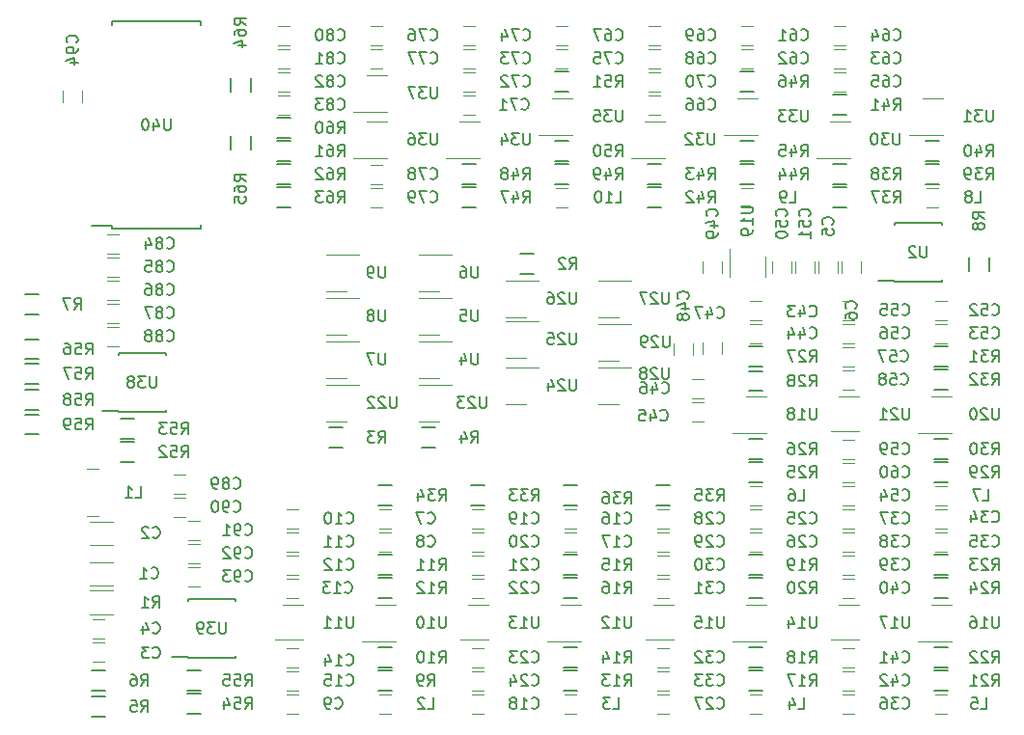
<source format=gbr>
G04 #@! TF.FileFunction,Legend,Bot*
%FSLAX46Y46*%
G04 Gerber Fmt 4.6, Leading zero omitted, Abs format (unit mm)*
G04 Created by KiCad (PCBNEW 4.0.6) date 04/24/18 14:39:14*
%MOMM*%
%LPD*%
G01*
G04 APERTURE LIST*
%ADD10C,0.100000*%
%ADD11C,0.150000*%
%ADD12C,0.120000*%
G04 APERTURE END LIST*
D10*
D11*
X66964000Y55005000D02*
X68164000Y55005000D01*
X68164000Y56755000D02*
X66964000Y56755000D01*
D12*
X34152000Y64602000D02*
X35952000Y64602000D01*
X35952000Y61382000D02*
X33002000Y61382000D01*
X43062000Y18070000D02*
X44822000Y18070000D01*
X44822000Y15000000D02*
X42392000Y15000000D01*
X27186000Y14312000D02*
X28186000Y14312000D01*
X28186000Y12612000D02*
X27186000Y12612000D01*
X11922000Y19808000D02*
X9922000Y19808000D01*
X9922000Y21848000D02*
X11922000Y21848000D01*
X11922000Y23364000D02*
X9922000Y23364000D01*
X9922000Y25404000D02*
X11922000Y25404000D01*
X11168000Y13120000D02*
X10168000Y13120000D01*
X10168000Y14820000D02*
X11168000Y14820000D01*
X11168000Y15152000D02*
X10168000Y15152000D01*
X10168000Y16852000D02*
X11168000Y16852000D01*
X75526000Y48252000D02*
X75526000Y47252000D01*
X73826000Y47252000D02*
X73826000Y48252000D01*
X77558000Y48252000D02*
X77558000Y47252000D01*
X75858000Y47252000D02*
X75858000Y48252000D01*
X36314000Y24804000D02*
X35314000Y24804000D01*
X35314000Y26504000D02*
X36314000Y26504000D01*
X35314000Y24472000D02*
X36314000Y24472000D01*
X36314000Y22772000D02*
X35314000Y22772000D01*
X27186000Y10248000D02*
X28186000Y10248000D01*
X28186000Y8548000D02*
X27186000Y8548000D01*
X28186000Y24804000D02*
X27186000Y24804000D01*
X27186000Y26504000D02*
X28186000Y26504000D01*
X28186000Y22772000D02*
X27186000Y22772000D01*
X27186000Y24472000D02*
X28186000Y24472000D01*
X27186000Y22440000D02*
X28186000Y22440000D01*
X28186000Y20740000D02*
X27186000Y20740000D01*
X27186000Y20408000D02*
X28186000Y20408000D01*
X28186000Y18708000D02*
X27186000Y18708000D01*
X27186000Y12280000D02*
X28186000Y12280000D01*
X28186000Y10580000D02*
X27186000Y10580000D01*
X52570000Y24804000D02*
X51570000Y24804000D01*
X51570000Y26504000D02*
X52570000Y26504000D01*
X51570000Y24472000D02*
X52570000Y24472000D01*
X52570000Y22772000D02*
X51570000Y22772000D01*
X43442000Y10248000D02*
X44442000Y10248000D01*
X44442000Y8548000D02*
X43442000Y8548000D01*
X44442000Y24804000D02*
X43442000Y24804000D01*
X43442000Y26504000D02*
X44442000Y26504000D01*
X44442000Y22772000D02*
X43442000Y22772000D01*
X43442000Y24472000D02*
X44442000Y24472000D01*
X43442000Y22440000D02*
X44442000Y22440000D01*
X44442000Y20740000D02*
X43442000Y20740000D01*
X43442000Y20408000D02*
X44442000Y20408000D01*
X44442000Y18708000D02*
X43442000Y18708000D01*
X43442000Y14312000D02*
X44442000Y14312000D01*
X44442000Y12612000D02*
X43442000Y12612000D01*
X43442000Y12280000D02*
X44442000Y12280000D01*
X44442000Y10580000D02*
X43442000Y10580000D01*
X68826000Y24804000D02*
X67826000Y24804000D01*
X67826000Y26504000D02*
X68826000Y26504000D01*
X67826000Y24472000D02*
X68826000Y24472000D01*
X68826000Y22772000D02*
X67826000Y22772000D01*
X59698000Y10248000D02*
X60698000Y10248000D01*
X60698000Y8548000D02*
X59698000Y8548000D01*
X60698000Y24804000D02*
X59698000Y24804000D01*
X59698000Y26504000D02*
X60698000Y26504000D01*
X60698000Y22772000D02*
X59698000Y22772000D01*
X59698000Y24472000D02*
X60698000Y24472000D01*
X59698000Y22440000D02*
X60698000Y22440000D01*
X60698000Y20740000D02*
X59698000Y20740000D01*
X59698000Y20408000D02*
X60698000Y20408000D01*
X60698000Y18708000D02*
X59698000Y18708000D01*
X59698000Y14312000D02*
X60698000Y14312000D01*
X60698000Y12612000D02*
X59698000Y12612000D01*
X59698000Y12280000D02*
X60698000Y12280000D01*
X60698000Y10580000D02*
X59698000Y10580000D01*
X85082000Y24804000D02*
X84082000Y24804000D01*
X84082000Y26504000D02*
X85082000Y26504000D01*
X84082000Y24472000D02*
X85082000Y24472000D01*
X85082000Y22772000D02*
X84082000Y22772000D01*
X75954000Y10248000D02*
X76954000Y10248000D01*
X76954000Y8548000D02*
X75954000Y8548000D01*
X76954000Y24804000D02*
X75954000Y24804000D01*
X75954000Y26504000D02*
X76954000Y26504000D01*
X76954000Y22772000D02*
X75954000Y22772000D01*
X75954000Y24472000D02*
X76954000Y24472000D01*
X75954000Y22440000D02*
X76954000Y22440000D01*
X76954000Y20740000D02*
X75954000Y20740000D01*
X75954000Y20408000D02*
X76954000Y20408000D01*
X76954000Y18708000D02*
X75954000Y18708000D01*
X75954000Y14312000D02*
X76954000Y14312000D01*
X76954000Y12612000D02*
X75954000Y12612000D01*
X75954000Y12280000D02*
X76954000Y12280000D01*
X76954000Y10580000D02*
X75954000Y10580000D01*
X68826000Y43092000D02*
X67826000Y43092000D01*
X67826000Y44792000D02*
X68826000Y44792000D01*
X67826000Y42760000D02*
X68826000Y42760000D01*
X68826000Y41060000D02*
X67826000Y41060000D01*
X62746000Y35902000D02*
X63746000Y35902000D01*
X63746000Y34202000D02*
X62746000Y34202000D01*
X62746000Y37934000D02*
X63746000Y37934000D01*
X63746000Y36234000D02*
X62746000Y36234000D01*
X65366000Y41140000D02*
X65366000Y40140000D01*
X63666000Y40140000D02*
X63666000Y41140000D01*
X61126000Y40013000D02*
X61126000Y41013000D01*
X62826000Y41013000D02*
X62826000Y40013000D01*
X65366000Y48252000D02*
X65366000Y47252000D01*
X63666000Y47252000D02*
X63666000Y48252000D01*
X71462000Y48252000D02*
X71462000Y47252000D01*
X69762000Y47252000D02*
X69762000Y48252000D01*
X73494000Y48252000D02*
X73494000Y47252000D01*
X71794000Y47252000D02*
X71794000Y48252000D01*
X85082000Y43092000D02*
X84082000Y43092000D01*
X84082000Y44792000D02*
X85082000Y44792000D01*
X84082000Y42760000D02*
X85082000Y42760000D01*
X85082000Y41060000D02*
X84082000Y41060000D01*
X76954000Y26836000D02*
X75954000Y26836000D01*
X75954000Y28536000D02*
X76954000Y28536000D01*
X76954000Y43092000D02*
X75954000Y43092000D01*
X75954000Y44792000D02*
X76954000Y44792000D01*
X76954000Y41060000D02*
X75954000Y41060000D01*
X75954000Y42760000D02*
X76954000Y42760000D01*
X75954000Y40728000D02*
X76954000Y40728000D01*
X76954000Y39028000D02*
X75954000Y39028000D01*
X75954000Y38696000D02*
X76954000Y38696000D01*
X76954000Y36996000D02*
X75954000Y36996000D01*
X76954000Y30900000D02*
X75954000Y30900000D01*
X75954000Y32600000D02*
X76954000Y32600000D01*
X76954000Y28868000D02*
X75954000Y28868000D01*
X75954000Y30568000D02*
X76954000Y30568000D01*
X68064000Y67222000D02*
X67064000Y67222000D01*
X67064000Y68922000D02*
X68064000Y68922000D01*
X67064000Y66890000D02*
X68064000Y66890000D01*
X68064000Y65190000D02*
X67064000Y65190000D01*
X75192000Y66890000D02*
X76192000Y66890000D01*
X76192000Y65190000D02*
X75192000Y65190000D01*
X76192000Y67222000D02*
X75192000Y67222000D01*
X75192000Y68922000D02*
X76192000Y68922000D01*
X76192000Y63158000D02*
X75192000Y63158000D01*
X75192000Y64858000D02*
X76192000Y64858000D01*
X58936000Y62826000D02*
X59936000Y62826000D01*
X59936000Y61126000D02*
X58936000Y61126000D01*
X50808000Y68922000D02*
X51808000Y68922000D01*
X51808000Y67222000D02*
X50808000Y67222000D01*
X58936000Y66890000D02*
X59936000Y66890000D01*
X59936000Y65190000D02*
X58936000Y65190000D01*
X59936000Y67222000D02*
X58936000Y67222000D01*
X58936000Y68922000D02*
X59936000Y68922000D01*
X59936000Y63158000D02*
X58936000Y63158000D01*
X58936000Y64858000D02*
X59936000Y64858000D01*
X42680000Y62826000D02*
X43680000Y62826000D01*
X43680000Y61126000D02*
X42680000Y61126000D01*
X43680000Y63158000D02*
X42680000Y63158000D01*
X42680000Y64858000D02*
X43680000Y64858000D01*
X42680000Y66890000D02*
X43680000Y66890000D01*
X43680000Y65190000D02*
X42680000Y65190000D01*
X43680000Y67222000D02*
X42680000Y67222000D01*
X42680000Y68922000D02*
X43680000Y68922000D01*
X50808000Y66890000D02*
X51808000Y66890000D01*
X51808000Y65190000D02*
X50808000Y65190000D01*
X34552000Y68922000D02*
X35552000Y68922000D01*
X35552000Y67222000D02*
X34552000Y67222000D01*
X34552000Y66890000D02*
X35552000Y66890000D01*
X35552000Y65190000D02*
X34552000Y65190000D01*
X34552000Y56730000D02*
X35552000Y56730000D01*
X35552000Y55030000D02*
X34552000Y55030000D01*
X34552000Y54698000D02*
X35552000Y54698000D01*
X35552000Y52998000D02*
X34552000Y52998000D01*
X27424000Y67222000D02*
X26424000Y67222000D01*
X26424000Y68922000D02*
X27424000Y68922000D01*
X27424000Y65190000D02*
X26424000Y65190000D01*
X26424000Y66890000D02*
X27424000Y66890000D01*
X27424000Y63158000D02*
X26424000Y63158000D01*
X26424000Y64858000D02*
X27424000Y64858000D01*
X27424000Y61126000D02*
X26424000Y61126000D01*
X26424000Y62826000D02*
X27424000Y62826000D01*
X11438000Y50634000D02*
X12438000Y50634000D01*
X12438000Y48934000D02*
X11438000Y48934000D01*
X11438000Y48602000D02*
X12438000Y48602000D01*
X12438000Y46902000D02*
X11438000Y46902000D01*
X11438000Y46570000D02*
X12438000Y46570000D01*
X12438000Y44870000D02*
X11438000Y44870000D01*
X11438000Y44538000D02*
X12438000Y44538000D01*
X12438000Y42838000D02*
X11438000Y42838000D01*
X11438000Y42506000D02*
X12438000Y42506000D01*
X12438000Y40806000D02*
X11438000Y40806000D01*
X17280000Y29552000D02*
X18280000Y29552000D01*
X18280000Y27852000D02*
X17280000Y27852000D01*
X17280000Y27520000D02*
X18280000Y27520000D01*
X18280000Y25820000D02*
X17280000Y25820000D01*
X18550000Y25488000D02*
X19550000Y25488000D01*
X19550000Y23788000D02*
X18550000Y23788000D01*
X18550000Y23456000D02*
X19550000Y23456000D01*
X19550000Y21756000D02*
X18550000Y21756000D01*
X18550000Y21424000D02*
X19550000Y21424000D01*
X19550000Y19724000D02*
X18550000Y19724000D01*
X9232000Y63238000D02*
X9232000Y62238000D01*
X7532000Y62238000D02*
X7532000Y63238000D01*
X10655000Y30040000D02*
X9665000Y30040000D01*
X10655000Y25840000D02*
X9665000Y25840000D01*
X35314000Y10248000D02*
X36314000Y10248000D01*
X36314000Y8548000D02*
X35314000Y8548000D01*
X52570000Y8548000D02*
X51570000Y8548000D01*
X51570000Y10248000D02*
X52570000Y10248000D01*
X67826000Y10248000D02*
X68826000Y10248000D01*
X68826000Y8548000D02*
X67826000Y8548000D01*
X84082000Y10248000D02*
X85082000Y10248000D01*
X85082000Y8548000D02*
X84082000Y8548000D01*
X68826000Y26836000D02*
X67826000Y26836000D01*
X67826000Y28536000D02*
X68826000Y28536000D01*
X84082000Y28536000D02*
X85082000Y28536000D01*
X85082000Y26836000D02*
X84082000Y26836000D01*
X83320000Y54698000D02*
X84320000Y54698000D01*
X84320000Y52998000D02*
X83320000Y52998000D01*
X67064000Y54698000D02*
X68064000Y54698000D01*
X68064000Y52998000D02*
X67064000Y52998000D01*
X50808000Y54698000D02*
X51808000Y54698000D01*
X51808000Y52998000D02*
X50808000Y52998000D01*
X11922000Y19358000D02*
X9922000Y19358000D01*
X9922000Y17218000D02*
X11922000Y17218000D01*
D11*
X48860000Y48881000D02*
X47660000Y48881000D01*
X47660000Y47131000D02*
X48860000Y47131000D01*
X30896000Y31891000D02*
X32096000Y31891000D01*
X32096000Y33641000D02*
X30896000Y33641000D01*
X39024000Y31891000D02*
X40224000Y31891000D01*
X40224000Y33641000D02*
X39024000Y33641000D01*
X10068000Y8269000D02*
X11268000Y8269000D01*
X11268000Y10019000D02*
X10068000Y10019000D01*
X10068000Y10555000D02*
X11268000Y10555000D01*
X11268000Y12305000D02*
X10068000Y12305000D01*
X4226000Y43575000D02*
X5426000Y43575000D01*
X5426000Y45325000D02*
X4226000Y45325000D01*
X88759000Y47406000D02*
X88759000Y48606000D01*
X87009000Y48606000D02*
X87009000Y47406000D01*
X36414000Y12305000D02*
X35214000Y12305000D01*
X35214000Y10555000D02*
X36414000Y10555000D01*
X35214000Y12587000D02*
X36414000Y12587000D01*
X36414000Y14337000D02*
X35214000Y14337000D01*
X35214000Y20715000D02*
X36414000Y20715000D01*
X36414000Y22465000D02*
X35214000Y22465000D01*
X36414000Y20433000D02*
X35214000Y20433000D01*
X35214000Y18683000D02*
X36414000Y18683000D01*
X52670000Y12305000D02*
X51470000Y12305000D01*
X51470000Y10555000D02*
X52670000Y10555000D01*
X51470000Y12587000D02*
X52670000Y12587000D01*
X52670000Y14337000D02*
X51470000Y14337000D01*
X51470000Y20715000D02*
X52670000Y20715000D01*
X52670000Y22465000D02*
X51470000Y22465000D01*
X52670000Y20433000D02*
X51470000Y20433000D01*
X51470000Y18683000D02*
X52670000Y18683000D01*
X68926000Y12305000D02*
X67726000Y12305000D01*
X67726000Y10555000D02*
X68926000Y10555000D01*
X67726000Y12587000D02*
X68926000Y12587000D01*
X68926000Y14337000D02*
X67726000Y14337000D01*
X67726000Y20715000D02*
X68926000Y20715000D01*
X68926000Y22465000D02*
X67726000Y22465000D01*
X68926000Y20433000D02*
X67726000Y20433000D01*
X67726000Y18683000D02*
X68926000Y18683000D01*
X85182000Y12305000D02*
X83982000Y12305000D01*
X83982000Y10555000D02*
X85182000Y10555000D01*
X83982000Y12587000D02*
X85182000Y12587000D01*
X85182000Y14337000D02*
X83982000Y14337000D01*
X83982000Y20715000D02*
X85182000Y20715000D01*
X85182000Y22465000D02*
X83982000Y22465000D01*
X85182000Y20433000D02*
X83982000Y20433000D01*
X83982000Y18683000D02*
X85182000Y18683000D01*
X67726000Y28843000D02*
X68926000Y28843000D01*
X68926000Y30593000D02*
X67726000Y30593000D01*
X68926000Y32625000D02*
X67726000Y32625000D01*
X67726000Y30875000D02*
X68926000Y30875000D01*
X67726000Y39003000D02*
X68926000Y39003000D01*
X68926000Y40753000D02*
X67726000Y40753000D01*
X67726000Y36844000D02*
X68926000Y36844000D01*
X68926000Y38594000D02*
X67726000Y38594000D01*
X85182000Y30593000D02*
X83982000Y30593000D01*
X83982000Y28843000D02*
X85182000Y28843000D01*
X85182000Y32625000D02*
X83982000Y32625000D01*
X83982000Y30875000D02*
X85182000Y30875000D01*
X83982000Y39003000D02*
X85182000Y39003000D01*
X85182000Y40753000D02*
X83982000Y40753000D01*
X85182000Y38721000D02*
X83982000Y38721000D01*
X83982000Y36971000D02*
X85182000Y36971000D01*
X43342000Y26811000D02*
X44542000Y26811000D01*
X44542000Y28561000D02*
X43342000Y28561000D01*
X36414000Y28561000D02*
X35214000Y28561000D01*
X35214000Y26811000D02*
X36414000Y26811000D01*
X59598000Y26811000D02*
X60798000Y26811000D01*
X60798000Y28561000D02*
X59598000Y28561000D01*
X51470000Y26811000D02*
X52670000Y26811000D01*
X52670000Y28561000D02*
X51470000Y28561000D01*
X75092000Y52973000D02*
X76292000Y52973000D01*
X76292000Y54723000D02*
X75092000Y54723000D01*
X75092000Y55005000D02*
X76292000Y55005000D01*
X76292000Y56755000D02*
X75092000Y56755000D01*
X83220000Y55005000D02*
X84420000Y55005000D01*
X84420000Y56755000D02*
X83220000Y56755000D01*
X84420000Y58787000D02*
X83220000Y58787000D01*
X83220000Y57037000D02*
X84420000Y57037000D01*
X76292000Y62851000D02*
X75092000Y62851000D01*
X75092000Y61101000D02*
X76292000Y61101000D01*
X58836000Y52973000D02*
X60036000Y52973000D01*
X60036000Y54723000D02*
X58836000Y54723000D01*
X58836000Y55005000D02*
X60036000Y55005000D01*
X60036000Y56755000D02*
X58836000Y56755000D01*
X68164000Y58787000D02*
X66964000Y58787000D01*
X66964000Y57037000D02*
X68164000Y57037000D01*
X66964000Y63133000D02*
X68164000Y63133000D01*
X68164000Y64883000D02*
X66964000Y64883000D01*
X42580000Y52973000D02*
X43780000Y52973000D01*
X43780000Y54723000D02*
X42580000Y54723000D01*
X42580000Y55005000D02*
X43780000Y55005000D01*
X43780000Y56755000D02*
X42580000Y56755000D01*
X50708000Y55005000D02*
X51908000Y55005000D01*
X51908000Y56755000D02*
X50708000Y56755000D01*
X51908000Y58787000D02*
X50708000Y58787000D01*
X50708000Y57037000D02*
X51908000Y57037000D01*
X50708000Y63133000D02*
X51908000Y63133000D01*
X51908000Y64883000D02*
X50708000Y64883000D01*
X12608000Y30621000D02*
X13808000Y30621000D01*
X13808000Y32371000D02*
X12608000Y32371000D01*
X13808000Y34403000D02*
X12608000Y34403000D01*
X12608000Y32653000D02*
X13808000Y32653000D01*
X18450000Y8523000D02*
X19650000Y8523000D01*
X19650000Y10273000D02*
X18450000Y10273000D01*
X19650000Y12305000D02*
X18450000Y12305000D01*
X18450000Y10555000D02*
X19650000Y10555000D01*
X5426000Y41388000D02*
X4226000Y41388000D01*
X4226000Y39638000D02*
X5426000Y39638000D01*
X5426000Y39229000D02*
X4226000Y39229000D01*
X4226000Y37479000D02*
X5426000Y37479000D01*
X5426000Y36943000D02*
X4226000Y36943000D01*
X4226000Y35193000D02*
X5426000Y35193000D01*
X5426000Y34784000D02*
X4226000Y34784000D01*
X4226000Y33034000D02*
X5426000Y33034000D01*
X27524000Y60819000D02*
X26324000Y60819000D01*
X26324000Y59069000D02*
X27524000Y59069000D01*
X26324000Y57037000D02*
X27524000Y57037000D01*
X27524000Y58787000D02*
X26324000Y58787000D01*
X27524000Y56755000D02*
X26324000Y56755000D01*
X26324000Y55005000D02*
X27524000Y55005000D01*
X26324000Y52973000D02*
X27524000Y52973000D01*
X27524000Y54723000D02*
X26324000Y54723000D01*
X22239000Y64354000D02*
X22239000Y63154000D01*
X23989000Y63154000D02*
X23989000Y64354000D01*
X22239000Y59274000D02*
X22239000Y58074000D01*
X23989000Y58074000D02*
X23989000Y59274000D01*
X80475000Y46447000D02*
X80475000Y46497000D01*
X84625000Y46447000D02*
X84625000Y46592000D01*
X84625000Y51597000D02*
X84625000Y51452000D01*
X80475000Y51597000D02*
X80475000Y51452000D01*
X80475000Y46447000D02*
X84625000Y46447000D01*
X80475000Y51597000D02*
X84625000Y51597000D01*
X80475000Y46497000D02*
X79075000Y46497000D01*
D12*
X40524000Y38014000D02*
X38724000Y38014000D01*
X38724000Y41234000D02*
X41674000Y41234000D01*
X40524000Y41824000D02*
X38724000Y41824000D01*
X38724000Y45044000D02*
X41674000Y45044000D01*
X40524000Y45634000D02*
X38724000Y45634000D01*
X38724000Y48854000D02*
X41674000Y48854000D01*
X32396000Y38014000D02*
X30596000Y38014000D01*
X30596000Y41234000D02*
X33546000Y41234000D01*
X32396000Y41824000D02*
X30596000Y41824000D01*
X30596000Y45044000D02*
X33546000Y45044000D01*
X32396000Y45634000D02*
X30596000Y45634000D01*
X30596000Y48854000D02*
X33546000Y48854000D01*
X34914000Y18120000D02*
X36714000Y18120000D01*
X36714000Y14900000D02*
X33764000Y14900000D01*
X26806000Y18070000D02*
X28566000Y18070000D01*
X28566000Y15000000D02*
X26136000Y15000000D01*
X51170000Y18120000D02*
X52970000Y18120000D01*
X52970000Y14900000D02*
X50020000Y14900000D01*
X67426000Y18120000D02*
X69226000Y18120000D01*
X69226000Y14900000D02*
X66276000Y14900000D01*
X59318000Y18070000D02*
X61078000Y18070000D01*
X61078000Y15000000D02*
X58648000Y15000000D01*
X83682000Y18120000D02*
X85482000Y18120000D01*
X85482000Y14900000D02*
X82532000Y14900000D01*
X75574000Y18070000D02*
X77334000Y18070000D01*
X77334000Y15000000D02*
X74904000Y15000000D01*
X67426000Y36408000D02*
X69226000Y36408000D01*
X69226000Y33188000D02*
X66276000Y33188000D01*
X69124000Y48632000D02*
X69124000Y46872000D01*
X66054000Y46872000D02*
X66054000Y49302000D01*
X83682000Y36408000D02*
X85482000Y36408000D01*
X85482000Y33188000D02*
X82532000Y33188000D01*
X75574000Y36358000D02*
X77334000Y36358000D01*
X77334000Y33288000D02*
X74904000Y33288000D01*
X32396000Y34204000D02*
X30596000Y34204000D01*
X30596000Y37424000D02*
X33546000Y37424000D01*
X40524000Y34204000D02*
X38724000Y34204000D01*
X38724000Y37424000D02*
X41674000Y37424000D01*
X48144000Y35728000D02*
X46344000Y35728000D01*
X46344000Y38948000D02*
X49294000Y38948000D01*
X48144000Y39792000D02*
X46344000Y39792000D01*
X46344000Y43012000D02*
X49294000Y43012000D01*
X48144000Y43348000D02*
X46344000Y43348000D01*
X46344000Y46568000D02*
X49294000Y46568000D01*
X56272000Y43348000D02*
X54472000Y43348000D01*
X54472000Y46568000D02*
X57422000Y46568000D01*
X56272000Y35728000D02*
X54472000Y35728000D01*
X54472000Y38948000D02*
X57422000Y38948000D01*
X56272000Y39538000D02*
X54472000Y39538000D01*
X54472000Y42758000D02*
X57422000Y42758000D01*
X74792000Y60538000D02*
X76592000Y60538000D01*
X76592000Y57318000D02*
X73642000Y57318000D01*
X82920000Y62570000D02*
X84720000Y62570000D01*
X84720000Y59350000D02*
X81770000Y59350000D01*
X58536000Y60538000D02*
X60336000Y60538000D01*
X60336000Y57318000D02*
X57386000Y57318000D01*
X66664000Y62570000D02*
X68464000Y62570000D01*
X68464000Y59350000D02*
X65514000Y59350000D01*
X42280000Y60538000D02*
X44080000Y60538000D01*
X44080000Y57318000D02*
X41130000Y57318000D01*
X50408000Y62570000D02*
X52208000Y62570000D01*
X52208000Y59350000D02*
X49258000Y59350000D01*
X34152000Y60538000D02*
X35952000Y60538000D01*
X35952000Y57318000D02*
X33002000Y57318000D01*
D11*
X12403000Y35017000D02*
X12403000Y35067000D01*
X16553000Y35017000D02*
X16553000Y35162000D01*
X16553000Y40167000D02*
X16553000Y40022000D01*
X12403000Y40167000D02*
X12403000Y40022000D01*
X12403000Y35017000D02*
X16553000Y35017000D01*
X12403000Y40167000D02*
X16553000Y40167000D01*
X12403000Y35067000D02*
X11003000Y35067000D01*
X18499000Y13427000D02*
X18499000Y13477000D01*
X22649000Y13427000D02*
X22649000Y13572000D01*
X22649000Y18577000D02*
X22649000Y18432000D01*
X18499000Y18577000D02*
X18499000Y18432000D01*
X18499000Y13427000D02*
X22649000Y13427000D01*
X18499000Y18577000D02*
X22649000Y18577000D01*
X18499000Y13477000D02*
X17099000Y13477000D01*
X11873000Y51073000D02*
X11873000Y51323000D01*
X19623000Y51073000D02*
X19623000Y51418000D01*
X19623000Y69323000D02*
X19623000Y68978000D01*
X11873000Y69323000D02*
X11873000Y68978000D01*
X11873000Y51073000D02*
X19623000Y51073000D01*
X11873000Y69323000D02*
X19623000Y69323000D01*
X11873000Y51323000D02*
X10048000Y51323000D01*
X72270857Y55427619D02*
X72604191Y55903810D01*
X72842286Y55427619D02*
X72842286Y56427619D01*
X72461333Y56427619D01*
X72366095Y56380000D01*
X72318476Y56332381D01*
X72270857Y56237143D01*
X72270857Y56094286D01*
X72318476Y55999048D01*
X72366095Y55951429D01*
X72461333Y55903810D01*
X72842286Y55903810D01*
X71413714Y56094286D02*
X71413714Y55427619D01*
X71651810Y56475238D02*
X71889905Y55760952D01*
X71270857Y55760952D01*
X70461333Y56094286D02*
X70461333Y55427619D01*
X70699429Y56475238D02*
X70937524Y55760952D01*
X70318476Y55760952D01*
X40354095Y63539619D02*
X40354095Y62730095D01*
X40306476Y62634857D01*
X40258857Y62587238D01*
X40163619Y62539619D01*
X39973142Y62539619D01*
X39877904Y62587238D01*
X39830285Y62634857D01*
X39782666Y62730095D01*
X39782666Y63539619D01*
X39401714Y63539619D02*
X38782666Y63539619D01*
X39116000Y63158667D01*
X38973142Y63158667D01*
X38877904Y63111048D01*
X38830285Y63063429D01*
X38782666Y62968190D01*
X38782666Y62730095D01*
X38830285Y62634857D01*
X38877904Y62587238D01*
X38973142Y62539619D01*
X39258857Y62539619D01*
X39354095Y62587238D01*
X39401714Y62634857D01*
X38449333Y63539619D02*
X37782666Y63539619D01*
X38211238Y62539619D01*
X49244095Y17057619D02*
X49244095Y16248095D01*
X49196476Y16152857D01*
X49148857Y16105238D01*
X49053619Y16057619D01*
X48863142Y16057619D01*
X48767904Y16105238D01*
X48720285Y16152857D01*
X48672666Y16248095D01*
X48672666Y17057619D01*
X47672666Y16057619D02*
X48244095Y16057619D01*
X47958381Y16057619D02*
X47958381Y17057619D01*
X48053619Y16914762D01*
X48148857Y16819524D01*
X48244095Y16771905D01*
X47339333Y17057619D02*
X46720285Y17057619D01*
X47053619Y16676667D01*
X46910761Y16676667D01*
X46815523Y16629048D01*
X46767904Y16581429D01*
X46720285Y16486190D01*
X46720285Y16248095D01*
X46767904Y16152857D01*
X46815523Y16105238D01*
X46910761Y16057619D01*
X47196476Y16057619D01*
X47291714Y16105238D01*
X47339333Y16152857D01*
X32392857Y12850857D02*
X32440476Y12803238D01*
X32583333Y12755619D01*
X32678571Y12755619D01*
X32821429Y12803238D01*
X32916667Y12898476D01*
X32964286Y12993714D01*
X33011905Y13184190D01*
X33011905Y13327048D01*
X32964286Y13517524D01*
X32916667Y13612762D01*
X32821429Y13708000D01*
X32678571Y13755619D01*
X32583333Y13755619D01*
X32440476Y13708000D01*
X32392857Y13660381D01*
X31440476Y12755619D02*
X32011905Y12755619D01*
X31726191Y12755619D02*
X31726191Y13755619D01*
X31821429Y13612762D01*
X31916667Y13517524D01*
X32011905Y13469905D01*
X30583333Y13422286D02*
X30583333Y12755619D01*
X30821429Y13803238D02*
X31059524Y13088952D01*
X30440476Y13088952D01*
X15279666Y20470857D02*
X15327285Y20423238D01*
X15470142Y20375619D01*
X15565380Y20375619D01*
X15708238Y20423238D01*
X15803476Y20518476D01*
X15851095Y20613714D01*
X15898714Y20804190D01*
X15898714Y20947048D01*
X15851095Y21137524D01*
X15803476Y21232762D01*
X15708238Y21328000D01*
X15565380Y21375619D01*
X15470142Y21375619D01*
X15327285Y21328000D01*
X15279666Y21280381D01*
X14327285Y20375619D02*
X14898714Y20375619D01*
X14613000Y20375619D02*
X14613000Y21375619D01*
X14708238Y21232762D01*
X14803476Y21137524D01*
X14898714Y21089905D01*
X15406666Y24026857D02*
X15454285Y23979238D01*
X15597142Y23931619D01*
X15692380Y23931619D01*
X15835238Y23979238D01*
X15930476Y24074476D01*
X15978095Y24169714D01*
X16025714Y24360190D01*
X16025714Y24503048D01*
X15978095Y24693524D01*
X15930476Y24788762D01*
X15835238Y24884000D01*
X15692380Y24931619D01*
X15597142Y24931619D01*
X15454285Y24884000D01*
X15406666Y24836381D01*
X15025714Y24836381D02*
X14978095Y24884000D01*
X14882857Y24931619D01*
X14644761Y24931619D01*
X14549523Y24884000D01*
X14501904Y24836381D01*
X14454285Y24741143D01*
X14454285Y24645905D01*
X14501904Y24503048D01*
X15073333Y23931619D01*
X14454285Y23931619D01*
X15406666Y13485857D02*
X15454285Y13438238D01*
X15597142Y13390619D01*
X15692380Y13390619D01*
X15835238Y13438238D01*
X15930476Y13533476D01*
X15978095Y13628714D01*
X16025714Y13819190D01*
X16025714Y13962048D01*
X15978095Y14152524D01*
X15930476Y14247762D01*
X15835238Y14343000D01*
X15692380Y14390619D01*
X15597142Y14390619D01*
X15454285Y14343000D01*
X15406666Y14295381D01*
X15073333Y14390619D02*
X14454285Y14390619D01*
X14787619Y14009667D01*
X14644761Y14009667D01*
X14549523Y13962048D01*
X14501904Y13914429D01*
X14454285Y13819190D01*
X14454285Y13581095D01*
X14501904Y13485857D01*
X14549523Y13438238D01*
X14644761Y13390619D01*
X14930476Y13390619D01*
X15025714Y13438238D01*
X15073333Y13485857D01*
X15406666Y15644857D02*
X15454285Y15597238D01*
X15597142Y15549619D01*
X15692380Y15549619D01*
X15835238Y15597238D01*
X15930476Y15692476D01*
X15978095Y15787714D01*
X16025714Y15978190D01*
X16025714Y16121048D01*
X15978095Y16311524D01*
X15930476Y16406762D01*
X15835238Y16502000D01*
X15692380Y16549619D01*
X15597142Y16549619D01*
X15454285Y16502000D01*
X15406666Y16454381D01*
X14549523Y16216286D02*
X14549523Y15549619D01*
X14787619Y16597238D02*
X15025714Y15882952D01*
X14406666Y15882952D01*
X75033143Y51474666D02*
X75080762Y51522285D01*
X75128381Y51665142D01*
X75128381Y51760380D01*
X75080762Y51903238D01*
X74985524Y51998476D01*
X74890286Y52046095D01*
X74699810Y52093714D01*
X74556952Y52093714D01*
X74366476Y52046095D01*
X74271238Y51998476D01*
X74176000Y51903238D01*
X74128381Y51760380D01*
X74128381Y51665142D01*
X74176000Y51522285D01*
X74223619Y51474666D01*
X74128381Y50569904D02*
X74128381Y51046095D01*
X74604571Y51093714D01*
X74556952Y51046095D01*
X74509333Y50950857D01*
X74509333Y50712761D01*
X74556952Y50617523D01*
X74604571Y50569904D01*
X74699810Y50522285D01*
X74937905Y50522285D01*
X75033143Y50569904D01*
X75080762Y50617523D01*
X75128381Y50712761D01*
X75128381Y50950857D01*
X75080762Y51046095D01*
X75033143Y51093714D01*
X77065143Y44108666D02*
X77112762Y44156285D01*
X77160381Y44299142D01*
X77160381Y44394380D01*
X77112762Y44537238D01*
X77017524Y44632476D01*
X76922286Y44680095D01*
X76731810Y44727714D01*
X76588952Y44727714D01*
X76398476Y44680095D01*
X76303238Y44632476D01*
X76208000Y44537238D01*
X76160381Y44394380D01*
X76160381Y44299142D01*
X76208000Y44156285D01*
X76255619Y44108666D01*
X76160381Y43251523D02*
X76160381Y43442000D01*
X76208000Y43537238D01*
X76255619Y43584857D01*
X76398476Y43680095D01*
X76588952Y43727714D01*
X76969905Y43727714D01*
X77065143Y43680095D01*
X77112762Y43632476D01*
X77160381Y43537238D01*
X77160381Y43346761D01*
X77112762Y43251523D01*
X77065143Y43203904D01*
X76969905Y43156285D01*
X76731810Y43156285D01*
X76636571Y43203904D01*
X76588952Y43251523D01*
X76541333Y43346761D01*
X76541333Y43537238D01*
X76588952Y43632476D01*
X76636571Y43680095D01*
X76731810Y43727714D01*
X39536666Y25296857D02*
X39584285Y25249238D01*
X39727142Y25201619D01*
X39822380Y25201619D01*
X39965238Y25249238D01*
X40060476Y25344476D01*
X40108095Y25439714D01*
X40155714Y25630190D01*
X40155714Y25773048D01*
X40108095Y25963524D01*
X40060476Y26058762D01*
X39965238Y26154000D01*
X39822380Y26201619D01*
X39727142Y26201619D01*
X39584285Y26154000D01*
X39536666Y26106381D01*
X39203333Y26201619D02*
X38536666Y26201619D01*
X38965238Y25201619D01*
X39536666Y23264857D02*
X39584285Y23217238D01*
X39727142Y23169619D01*
X39822380Y23169619D01*
X39965238Y23217238D01*
X40060476Y23312476D01*
X40108095Y23407714D01*
X40155714Y23598190D01*
X40155714Y23741048D01*
X40108095Y23931524D01*
X40060476Y24026762D01*
X39965238Y24122000D01*
X39822380Y24169619D01*
X39727142Y24169619D01*
X39584285Y24122000D01*
X39536666Y24074381D01*
X38965238Y23741048D02*
X39060476Y23788667D01*
X39108095Y23836286D01*
X39155714Y23931524D01*
X39155714Y23979143D01*
X39108095Y24074381D01*
X39060476Y24122000D01*
X38965238Y24169619D01*
X38774761Y24169619D01*
X38679523Y24122000D01*
X38631904Y24074381D01*
X38584285Y23979143D01*
X38584285Y23931524D01*
X38631904Y23836286D01*
X38679523Y23788667D01*
X38774761Y23741048D01*
X38965238Y23741048D01*
X39060476Y23693429D01*
X39108095Y23645810D01*
X39155714Y23550571D01*
X39155714Y23360095D01*
X39108095Y23264857D01*
X39060476Y23217238D01*
X38965238Y23169619D01*
X38774761Y23169619D01*
X38679523Y23217238D01*
X38631904Y23264857D01*
X38584285Y23360095D01*
X38584285Y23550571D01*
X38631904Y23645810D01*
X38679523Y23693429D01*
X38774761Y23741048D01*
X31408666Y9040857D02*
X31456285Y8993238D01*
X31599142Y8945619D01*
X31694380Y8945619D01*
X31837238Y8993238D01*
X31932476Y9088476D01*
X31980095Y9183714D01*
X32027714Y9374190D01*
X32027714Y9517048D01*
X31980095Y9707524D01*
X31932476Y9802762D01*
X31837238Y9898000D01*
X31694380Y9945619D01*
X31599142Y9945619D01*
X31456285Y9898000D01*
X31408666Y9850381D01*
X30932476Y8945619D02*
X30742000Y8945619D01*
X30646761Y8993238D01*
X30599142Y9040857D01*
X30503904Y9183714D01*
X30456285Y9374190D01*
X30456285Y9755143D01*
X30503904Y9850381D01*
X30551523Y9898000D01*
X30646761Y9945619D01*
X30837238Y9945619D01*
X30932476Y9898000D01*
X30980095Y9850381D01*
X31027714Y9755143D01*
X31027714Y9517048D01*
X30980095Y9421810D01*
X30932476Y9374190D01*
X30837238Y9326571D01*
X30646761Y9326571D01*
X30551523Y9374190D01*
X30503904Y9421810D01*
X30456285Y9517048D01*
X32392857Y25296857D02*
X32440476Y25249238D01*
X32583333Y25201619D01*
X32678571Y25201619D01*
X32821429Y25249238D01*
X32916667Y25344476D01*
X32964286Y25439714D01*
X33011905Y25630190D01*
X33011905Y25773048D01*
X32964286Y25963524D01*
X32916667Y26058762D01*
X32821429Y26154000D01*
X32678571Y26201619D01*
X32583333Y26201619D01*
X32440476Y26154000D01*
X32392857Y26106381D01*
X31440476Y25201619D02*
X32011905Y25201619D01*
X31726191Y25201619D02*
X31726191Y26201619D01*
X31821429Y26058762D01*
X31916667Y25963524D01*
X32011905Y25915905D01*
X30821429Y26201619D02*
X30726190Y26201619D01*
X30630952Y26154000D01*
X30583333Y26106381D01*
X30535714Y26011143D01*
X30488095Y25820667D01*
X30488095Y25582571D01*
X30535714Y25392095D01*
X30583333Y25296857D01*
X30630952Y25249238D01*
X30726190Y25201619D01*
X30821429Y25201619D01*
X30916667Y25249238D01*
X30964286Y25296857D01*
X31011905Y25392095D01*
X31059524Y25582571D01*
X31059524Y25820667D01*
X31011905Y26011143D01*
X30964286Y26106381D01*
X30916667Y26154000D01*
X30821429Y26201619D01*
X32392857Y23264857D02*
X32440476Y23217238D01*
X32583333Y23169619D01*
X32678571Y23169619D01*
X32821429Y23217238D01*
X32916667Y23312476D01*
X32964286Y23407714D01*
X33011905Y23598190D01*
X33011905Y23741048D01*
X32964286Y23931524D01*
X32916667Y24026762D01*
X32821429Y24122000D01*
X32678571Y24169619D01*
X32583333Y24169619D01*
X32440476Y24122000D01*
X32392857Y24074381D01*
X31440476Y23169619D02*
X32011905Y23169619D01*
X31726191Y23169619D02*
X31726191Y24169619D01*
X31821429Y24026762D01*
X31916667Y23931524D01*
X32011905Y23883905D01*
X30488095Y23169619D02*
X31059524Y23169619D01*
X30773810Y23169619D02*
X30773810Y24169619D01*
X30869048Y24026762D01*
X30964286Y23931524D01*
X31059524Y23883905D01*
X32392857Y21232857D02*
X32440476Y21185238D01*
X32583333Y21137619D01*
X32678571Y21137619D01*
X32821429Y21185238D01*
X32916667Y21280476D01*
X32964286Y21375714D01*
X33011905Y21566190D01*
X33011905Y21709048D01*
X32964286Y21899524D01*
X32916667Y21994762D01*
X32821429Y22090000D01*
X32678571Y22137619D01*
X32583333Y22137619D01*
X32440476Y22090000D01*
X32392857Y22042381D01*
X31440476Y21137619D02*
X32011905Y21137619D01*
X31726191Y21137619D02*
X31726191Y22137619D01*
X31821429Y21994762D01*
X31916667Y21899524D01*
X32011905Y21851905D01*
X31059524Y22042381D02*
X31011905Y22090000D01*
X30916667Y22137619D01*
X30678571Y22137619D01*
X30583333Y22090000D01*
X30535714Y22042381D01*
X30488095Y21947143D01*
X30488095Y21851905D01*
X30535714Y21709048D01*
X31107143Y21137619D01*
X30488095Y21137619D01*
X32265857Y19200857D02*
X32313476Y19153238D01*
X32456333Y19105619D01*
X32551571Y19105619D01*
X32694429Y19153238D01*
X32789667Y19248476D01*
X32837286Y19343714D01*
X32884905Y19534190D01*
X32884905Y19677048D01*
X32837286Y19867524D01*
X32789667Y19962762D01*
X32694429Y20058000D01*
X32551571Y20105619D01*
X32456333Y20105619D01*
X32313476Y20058000D01*
X32265857Y20010381D01*
X31313476Y19105619D02*
X31884905Y19105619D01*
X31599191Y19105619D02*
X31599191Y20105619D01*
X31694429Y19962762D01*
X31789667Y19867524D01*
X31884905Y19819905D01*
X30980143Y20105619D02*
X30361095Y20105619D01*
X30694429Y19724667D01*
X30551571Y19724667D01*
X30456333Y19677048D01*
X30408714Y19629429D01*
X30361095Y19534190D01*
X30361095Y19296095D01*
X30408714Y19200857D01*
X30456333Y19153238D01*
X30551571Y19105619D01*
X30837286Y19105619D01*
X30932524Y19153238D01*
X30980143Y19200857D01*
X32392857Y11072857D02*
X32440476Y11025238D01*
X32583333Y10977619D01*
X32678571Y10977619D01*
X32821429Y11025238D01*
X32916667Y11120476D01*
X32964286Y11215714D01*
X33011905Y11406190D01*
X33011905Y11549048D01*
X32964286Y11739524D01*
X32916667Y11834762D01*
X32821429Y11930000D01*
X32678571Y11977619D01*
X32583333Y11977619D01*
X32440476Y11930000D01*
X32392857Y11882381D01*
X31440476Y10977619D02*
X32011905Y10977619D01*
X31726191Y10977619D02*
X31726191Y11977619D01*
X31821429Y11834762D01*
X31916667Y11739524D01*
X32011905Y11691905D01*
X30535714Y11977619D02*
X31011905Y11977619D01*
X31059524Y11501429D01*
X31011905Y11549048D01*
X30916667Y11596667D01*
X30678571Y11596667D01*
X30583333Y11549048D01*
X30535714Y11501429D01*
X30488095Y11406190D01*
X30488095Y11168095D01*
X30535714Y11072857D01*
X30583333Y11025238D01*
X30678571Y10977619D01*
X30916667Y10977619D01*
X31011905Y11025238D01*
X31059524Y11072857D01*
X56776857Y25296857D02*
X56824476Y25249238D01*
X56967333Y25201619D01*
X57062571Y25201619D01*
X57205429Y25249238D01*
X57300667Y25344476D01*
X57348286Y25439714D01*
X57395905Y25630190D01*
X57395905Y25773048D01*
X57348286Y25963524D01*
X57300667Y26058762D01*
X57205429Y26154000D01*
X57062571Y26201619D01*
X56967333Y26201619D01*
X56824476Y26154000D01*
X56776857Y26106381D01*
X55824476Y25201619D02*
X56395905Y25201619D01*
X56110191Y25201619D02*
X56110191Y26201619D01*
X56205429Y26058762D01*
X56300667Y25963524D01*
X56395905Y25915905D01*
X54967333Y26201619D02*
X55157810Y26201619D01*
X55253048Y26154000D01*
X55300667Y26106381D01*
X55395905Y25963524D01*
X55443524Y25773048D01*
X55443524Y25392095D01*
X55395905Y25296857D01*
X55348286Y25249238D01*
X55253048Y25201619D01*
X55062571Y25201619D01*
X54967333Y25249238D01*
X54919714Y25296857D01*
X54872095Y25392095D01*
X54872095Y25630190D01*
X54919714Y25725429D01*
X54967333Y25773048D01*
X55062571Y25820667D01*
X55253048Y25820667D01*
X55348286Y25773048D01*
X55395905Y25725429D01*
X55443524Y25630190D01*
X56776857Y23264857D02*
X56824476Y23217238D01*
X56967333Y23169619D01*
X57062571Y23169619D01*
X57205429Y23217238D01*
X57300667Y23312476D01*
X57348286Y23407714D01*
X57395905Y23598190D01*
X57395905Y23741048D01*
X57348286Y23931524D01*
X57300667Y24026762D01*
X57205429Y24122000D01*
X57062571Y24169619D01*
X56967333Y24169619D01*
X56824476Y24122000D01*
X56776857Y24074381D01*
X55824476Y23169619D02*
X56395905Y23169619D01*
X56110191Y23169619D02*
X56110191Y24169619D01*
X56205429Y24026762D01*
X56300667Y23931524D01*
X56395905Y23883905D01*
X55491143Y24169619D02*
X54824476Y24169619D01*
X55253048Y23169619D01*
X48648857Y9040857D02*
X48696476Y8993238D01*
X48839333Y8945619D01*
X48934571Y8945619D01*
X49077429Y8993238D01*
X49172667Y9088476D01*
X49220286Y9183714D01*
X49267905Y9374190D01*
X49267905Y9517048D01*
X49220286Y9707524D01*
X49172667Y9802762D01*
X49077429Y9898000D01*
X48934571Y9945619D01*
X48839333Y9945619D01*
X48696476Y9898000D01*
X48648857Y9850381D01*
X47696476Y8945619D02*
X48267905Y8945619D01*
X47982191Y8945619D02*
X47982191Y9945619D01*
X48077429Y9802762D01*
X48172667Y9707524D01*
X48267905Y9659905D01*
X47125048Y9517048D02*
X47220286Y9564667D01*
X47267905Y9612286D01*
X47315524Y9707524D01*
X47315524Y9755143D01*
X47267905Y9850381D01*
X47220286Y9898000D01*
X47125048Y9945619D01*
X46934571Y9945619D01*
X46839333Y9898000D01*
X46791714Y9850381D01*
X46744095Y9755143D01*
X46744095Y9707524D01*
X46791714Y9612286D01*
X46839333Y9564667D01*
X46934571Y9517048D01*
X47125048Y9517048D01*
X47220286Y9469429D01*
X47267905Y9421810D01*
X47315524Y9326571D01*
X47315524Y9136095D01*
X47267905Y9040857D01*
X47220286Y8993238D01*
X47125048Y8945619D01*
X46934571Y8945619D01*
X46839333Y8993238D01*
X46791714Y9040857D01*
X46744095Y9136095D01*
X46744095Y9326571D01*
X46791714Y9421810D01*
X46839333Y9469429D01*
X46934571Y9517048D01*
X48648857Y25296857D02*
X48696476Y25249238D01*
X48839333Y25201619D01*
X48934571Y25201619D01*
X49077429Y25249238D01*
X49172667Y25344476D01*
X49220286Y25439714D01*
X49267905Y25630190D01*
X49267905Y25773048D01*
X49220286Y25963524D01*
X49172667Y26058762D01*
X49077429Y26154000D01*
X48934571Y26201619D01*
X48839333Y26201619D01*
X48696476Y26154000D01*
X48648857Y26106381D01*
X47696476Y25201619D02*
X48267905Y25201619D01*
X47982191Y25201619D02*
X47982191Y26201619D01*
X48077429Y26058762D01*
X48172667Y25963524D01*
X48267905Y25915905D01*
X47220286Y25201619D02*
X47029810Y25201619D01*
X46934571Y25249238D01*
X46886952Y25296857D01*
X46791714Y25439714D01*
X46744095Y25630190D01*
X46744095Y26011143D01*
X46791714Y26106381D01*
X46839333Y26154000D01*
X46934571Y26201619D01*
X47125048Y26201619D01*
X47220286Y26154000D01*
X47267905Y26106381D01*
X47315524Y26011143D01*
X47315524Y25773048D01*
X47267905Y25677810D01*
X47220286Y25630190D01*
X47125048Y25582571D01*
X46934571Y25582571D01*
X46839333Y25630190D01*
X46791714Y25677810D01*
X46744095Y25773048D01*
X48648857Y23264857D02*
X48696476Y23217238D01*
X48839333Y23169619D01*
X48934571Y23169619D01*
X49077429Y23217238D01*
X49172667Y23312476D01*
X49220286Y23407714D01*
X49267905Y23598190D01*
X49267905Y23741048D01*
X49220286Y23931524D01*
X49172667Y24026762D01*
X49077429Y24122000D01*
X48934571Y24169619D01*
X48839333Y24169619D01*
X48696476Y24122000D01*
X48648857Y24074381D01*
X48267905Y24074381D02*
X48220286Y24122000D01*
X48125048Y24169619D01*
X47886952Y24169619D01*
X47791714Y24122000D01*
X47744095Y24074381D01*
X47696476Y23979143D01*
X47696476Y23883905D01*
X47744095Y23741048D01*
X48315524Y23169619D01*
X47696476Y23169619D01*
X47077429Y24169619D02*
X46982190Y24169619D01*
X46886952Y24122000D01*
X46839333Y24074381D01*
X46791714Y23979143D01*
X46744095Y23788667D01*
X46744095Y23550571D01*
X46791714Y23360095D01*
X46839333Y23264857D01*
X46886952Y23217238D01*
X46982190Y23169619D01*
X47077429Y23169619D01*
X47172667Y23217238D01*
X47220286Y23264857D01*
X47267905Y23360095D01*
X47315524Y23550571D01*
X47315524Y23788667D01*
X47267905Y23979143D01*
X47220286Y24074381D01*
X47172667Y24122000D01*
X47077429Y24169619D01*
X48648857Y21232857D02*
X48696476Y21185238D01*
X48839333Y21137619D01*
X48934571Y21137619D01*
X49077429Y21185238D01*
X49172667Y21280476D01*
X49220286Y21375714D01*
X49267905Y21566190D01*
X49267905Y21709048D01*
X49220286Y21899524D01*
X49172667Y21994762D01*
X49077429Y22090000D01*
X48934571Y22137619D01*
X48839333Y22137619D01*
X48696476Y22090000D01*
X48648857Y22042381D01*
X48267905Y22042381D02*
X48220286Y22090000D01*
X48125048Y22137619D01*
X47886952Y22137619D01*
X47791714Y22090000D01*
X47744095Y22042381D01*
X47696476Y21947143D01*
X47696476Y21851905D01*
X47744095Y21709048D01*
X48315524Y21137619D01*
X47696476Y21137619D01*
X46744095Y21137619D02*
X47315524Y21137619D01*
X47029810Y21137619D02*
X47029810Y22137619D01*
X47125048Y21994762D01*
X47220286Y21899524D01*
X47315524Y21851905D01*
X48648857Y19200857D02*
X48696476Y19153238D01*
X48839333Y19105619D01*
X48934571Y19105619D01*
X49077429Y19153238D01*
X49172667Y19248476D01*
X49220286Y19343714D01*
X49267905Y19534190D01*
X49267905Y19677048D01*
X49220286Y19867524D01*
X49172667Y19962762D01*
X49077429Y20058000D01*
X48934571Y20105619D01*
X48839333Y20105619D01*
X48696476Y20058000D01*
X48648857Y20010381D01*
X48267905Y20010381D02*
X48220286Y20058000D01*
X48125048Y20105619D01*
X47886952Y20105619D01*
X47791714Y20058000D01*
X47744095Y20010381D01*
X47696476Y19915143D01*
X47696476Y19819905D01*
X47744095Y19677048D01*
X48315524Y19105619D01*
X47696476Y19105619D01*
X47315524Y20010381D02*
X47267905Y20058000D01*
X47172667Y20105619D01*
X46934571Y20105619D01*
X46839333Y20058000D01*
X46791714Y20010381D01*
X46744095Y19915143D01*
X46744095Y19819905D01*
X46791714Y19677048D01*
X47363143Y19105619D01*
X46744095Y19105619D01*
X48648857Y13104857D02*
X48696476Y13057238D01*
X48839333Y13009619D01*
X48934571Y13009619D01*
X49077429Y13057238D01*
X49172667Y13152476D01*
X49220286Y13247714D01*
X49267905Y13438190D01*
X49267905Y13581048D01*
X49220286Y13771524D01*
X49172667Y13866762D01*
X49077429Y13962000D01*
X48934571Y14009619D01*
X48839333Y14009619D01*
X48696476Y13962000D01*
X48648857Y13914381D01*
X48267905Y13914381D02*
X48220286Y13962000D01*
X48125048Y14009619D01*
X47886952Y14009619D01*
X47791714Y13962000D01*
X47744095Y13914381D01*
X47696476Y13819143D01*
X47696476Y13723905D01*
X47744095Y13581048D01*
X48315524Y13009619D01*
X47696476Y13009619D01*
X47363143Y14009619D02*
X46744095Y14009619D01*
X47077429Y13628667D01*
X46934571Y13628667D01*
X46839333Y13581048D01*
X46791714Y13533429D01*
X46744095Y13438190D01*
X46744095Y13200095D01*
X46791714Y13104857D01*
X46839333Y13057238D01*
X46934571Y13009619D01*
X47220286Y13009619D01*
X47315524Y13057238D01*
X47363143Y13104857D01*
X48648857Y11072857D02*
X48696476Y11025238D01*
X48839333Y10977619D01*
X48934571Y10977619D01*
X49077429Y11025238D01*
X49172667Y11120476D01*
X49220286Y11215714D01*
X49267905Y11406190D01*
X49267905Y11549048D01*
X49220286Y11739524D01*
X49172667Y11834762D01*
X49077429Y11930000D01*
X48934571Y11977619D01*
X48839333Y11977619D01*
X48696476Y11930000D01*
X48648857Y11882381D01*
X48267905Y11882381D02*
X48220286Y11930000D01*
X48125048Y11977619D01*
X47886952Y11977619D01*
X47791714Y11930000D01*
X47744095Y11882381D01*
X47696476Y11787143D01*
X47696476Y11691905D01*
X47744095Y11549048D01*
X48315524Y10977619D01*
X47696476Y10977619D01*
X46839333Y11644286D02*
X46839333Y10977619D01*
X47077429Y12025238D02*
X47315524Y11310952D01*
X46696476Y11310952D01*
X73032857Y25296857D02*
X73080476Y25249238D01*
X73223333Y25201619D01*
X73318571Y25201619D01*
X73461429Y25249238D01*
X73556667Y25344476D01*
X73604286Y25439714D01*
X73651905Y25630190D01*
X73651905Y25773048D01*
X73604286Y25963524D01*
X73556667Y26058762D01*
X73461429Y26154000D01*
X73318571Y26201619D01*
X73223333Y26201619D01*
X73080476Y26154000D01*
X73032857Y26106381D01*
X72651905Y26106381D02*
X72604286Y26154000D01*
X72509048Y26201619D01*
X72270952Y26201619D01*
X72175714Y26154000D01*
X72128095Y26106381D01*
X72080476Y26011143D01*
X72080476Y25915905D01*
X72128095Y25773048D01*
X72699524Y25201619D01*
X72080476Y25201619D01*
X71175714Y26201619D02*
X71651905Y26201619D01*
X71699524Y25725429D01*
X71651905Y25773048D01*
X71556667Y25820667D01*
X71318571Y25820667D01*
X71223333Y25773048D01*
X71175714Y25725429D01*
X71128095Y25630190D01*
X71128095Y25392095D01*
X71175714Y25296857D01*
X71223333Y25249238D01*
X71318571Y25201619D01*
X71556667Y25201619D01*
X71651905Y25249238D01*
X71699524Y25296857D01*
X73032857Y23264857D02*
X73080476Y23217238D01*
X73223333Y23169619D01*
X73318571Y23169619D01*
X73461429Y23217238D01*
X73556667Y23312476D01*
X73604286Y23407714D01*
X73651905Y23598190D01*
X73651905Y23741048D01*
X73604286Y23931524D01*
X73556667Y24026762D01*
X73461429Y24122000D01*
X73318571Y24169619D01*
X73223333Y24169619D01*
X73080476Y24122000D01*
X73032857Y24074381D01*
X72651905Y24074381D02*
X72604286Y24122000D01*
X72509048Y24169619D01*
X72270952Y24169619D01*
X72175714Y24122000D01*
X72128095Y24074381D01*
X72080476Y23979143D01*
X72080476Y23883905D01*
X72128095Y23741048D01*
X72699524Y23169619D01*
X72080476Y23169619D01*
X71223333Y24169619D02*
X71413810Y24169619D01*
X71509048Y24122000D01*
X71556667Y24074381D01*
X71651905Y23931524D01*
X71699524Y23741048D01*
X71699524Y23360095D01*
X71651905Y23264857D01*
X71604286Y23217238D01*
X71509048Y23169619D01*
X71318571Y23169619D01*
X71223333Y23217238D01*
X71175714Y23264857D01*
X71128095Y23360095D01*
X71128095Y23598190D01*
X71175714Y23693429D01*
X71223333Y23741048D01*
X71318571Y23788667D01*
X71509048Y23788667D01*
X71604286Y23741048D01*
X71651905Y23693429D01*
X71699524Y23598190D01*
X64904857Y9040857D02*
X64952476Y8993238D01*
X65095333Y8945619D01*
X65190571Y8945619D01*
X65333429Y8993238D01*
X65428667Y9088476D01*
X65476286Y9183714D01*
X65523905Y9374190D01*
X65523905Y9517048D01*
X65476286Y9707524D01*
X65428667Y9802762D01*
X65333429Y9898000D01*
X65190571Y9945619D01*
X65095333Y9945619D01*
X64952476Y9898000D01*
X64904857Y9850381D01*
X64523905Y9850381D02*
X64476286Y9898000D01*
X64381048Y9945619D01*
X64142952Y9945619D01*
X64047714Y9898000D01*
X64000095Y9850381D01*
X63952476Y9755143D01*
X63952476Y9659905D01*
X64000095Y9517048D01*
X64571524Y8945619D01*
X63952476Y8945619D01*
X63619143Y9945619D02*
X62952476Y9945619D01*
X63381048Y8945619D01*
X64904857Y25296857D02*
X64952476Y25249238D01*
X65095333Y25201619D01*
X65190571Y25201619D01*
X65333429Y25249238D01*
X65428667Y25344476D01*
X65476286Y25439714D01*
X65523905Y25630190D01*
X65523905Y25773048D01*
X65476286Y25963524D01*
X65428667Y26058762D01*
X65333429Y26154000D01*
X65190571Y26201619D01*
X65095333Y26201619D01*
X64952476Y26154000D01*
X64904857Y26106381D01*
X64523905Y26106381D02*
X64476286Y26154000D01*
X64381048Y26201619D01*
X64142952Y26201619D01*
X64047714Y26154000D01*
X64000095Y26106381D01*
X63952476Y26011143D01*
X63952476Y25915905D01*
X64000095Y25773048D01*
X64571524Y25201619D01*
X63952476Y25201619D01*
X63381048Y25773048D02*
X63476286Y25820667D01*
X63523905Y25868286D01*
X63571524Y25963524D01*
X63571524Y26011143D01*
X63523905Y26106381D01*
X63476286Y26154000D01*
X63381048Y26201619D01*
X63190571Y26201619D01*
X63095333Y26154000D01*
X63047714Y26106381D01*
X63000095Y26011143D01*
X63000095Y25963524D01*
X63047714Y25868286D01*
X63095333Y25820667D01*
X63190571Y25773048D01*
X63381048Y25773048D01*
X63476286Y25725429D01*
X63523905Y25677810D01*
X63571524Y25582571D01*
X63571524Y25392095D01*
X63523905Y25296857D01*
X63476286Y25249238D01*
X63381048Y25201619D01*
X63190571Y25201619D01*
X63095333Y25249238D01*
X63047714Y25296857D01*
X63000095Y25392095D01*
X63000095Y25582571D01*
X63047714Y25677810D01*
X63095333Y25725429D01*
X63190571Y25773048D01*
X64904857Y23264857D02*
X64952476Y23217238D01*
X65095333Y23169619D01*
X65190571Y23169619D01*
X65333429Y23217238D01*
X65428667Y23312476D01*
X65476286Y23407714D01*
X65523905Y23598190D01*
X65523905Y23741048D01*
X65476286Y23931524D01*
X65428667Y24026762D01*
X65333429Y24122000D01*
X65190571Y24169619D01*
X65095333Y24169619D01*
X64952476Y24122000D01*
X64904857Y24074381D01*
X64523905Y24074381D02*
X64476286Y24122000D01*
X64381048Y24169619D01*
X64142952Y24169619D01*
X64047714Y24122000D01*
X64000095Y24074381D01*
X63952476Y23979143D01*
X63952476Y23883905D01*
X64000095Y23741048D01*
X64571524Y23169619D01*
X63952476Y23169619D01*
X63476286Y23169619D02*
X63285810Y23169619D01*
X63190571Y23217238D01*
X63142952Y23264857D01*
X63047714Y23407714D01*
X63000095Y23598190D01*
X63000095Y23979143D01*
X63047714Y24074381D01*
X63095333Y24122000D01*
X63190571Y24169619D01*
X63381048Y24169619D01*
X63476286Y24122000D01*
X63523905Y24074381D01*
X63571524Y23979143D01*
X63571524Y23741048D01*
X63523905Y23645810D01*
X63476286Y23598190D01*
X63381048Y23550571D01*
X63190571Y23550571D01*
X63095333Y23598190D01*
X63047714Y23645810D01*
X63000095Y23741048D01*
X64904857Y21232857D02*
X64952476Y21185238D01*
X65095333Y21137619D01*
X65190571Y21137619D01*
X65333429Y21185238D01*
X65428667Y21280476D01*
X65476286Y21375714D01*
X65523905Y21566190D01*
X65523905Y21709048D01*
X65476286Y21899524D01*
X65428667Y21994762D01*
X65333429Y22090000D01*
X65190571Y22137619D01*
X65095333Y22137619D01*
X64952476Y22090000D01*
X64904857Y22042381D01*
X64571524Y22137619D02*
X63952476Y22137619D01*
X64285810Y21756667D01*
X64142952Y21756667D01*
X64047714Y21709048D01*
X64000095Y21661429D01*
X63952476Y21566190D01*
X63952476Y21328095D01*
X64000095Y21232857D01*
X64047714Y21185238D01*
X64142952Y21137619D01*
X64428667Y21137619D01*
X64523905Y21185238D01*
X64571524Y21232857D01*
X63333429Y22137619D02*
X63238190Y22137619D01*
X63142952Y22090000D01*
X63095333Y22042381D01*
X63047714Y21947143D01*
X63000095Y21756667D01*
X63000095Y21518571D01*
X63047714Y21328095D01*
X63095333Y21232857D01*
X63142952Y21185238D01*
X63238190Y21137619D01*
X63333429Y21137619D01*
X63428667Y21185238D01*
X63476286Y21232857D01*
X63523905Y21328095D01*
X63571524Y21518571D01*
X63571524Y21756667D01*
X63523905Y21947143D01*
X63476286Y22042381D01*
X63428667Y22090000D01*
X63333429Y22137619D01*
X64904857Y19200857D02*
X64952476Y19153238D01*
X65095333Y19105619D01*
X65190571Y19105619D01*
X65333429Y19153238D01*
X65428667Y19248476D01*
X65476286Y19343714D01*
X65523905Y19534190D01*
X65523905Y19677048D01*
X65476286Y19867524D01*
X65428667Y19962762D01*
X65333429Y20058000D01*
X65190571Y20105619D01*
X65095333Y20105619D01*
X64952476Y20058000D01*
X64904857Y20010381D01*
X64571524Y20105619D02*
X63952476Y20105619D01*
X64285810Y19724667D01*
X64142952Y19724667D01*
X64047714Y19677048D01*
X64000095Y19629429D01*
X63952476Y19534190D01*
X63952476Y19296095D01*
X64000095Y19200857D01*
X64047714Y19153238D01*
X64142952Y19105619D01*
X64428667Y19105619D01*
X64523905Y19153238D01*
X64571524Y19200857D01*
X63000095Y19105619D02*
X63571524Y19105619D01*
X63285810Y19105619D02*
X63285810Y20105619D01*
X63381048Y19962762D01*
X63476286Y19867524D01*
X63571524Y19819905D01*
X64904857Y13104857D02*
X64952476Y13057238D01*
X65095333Y13009619D01*
X65190571Y13009619D01*
X65333429Y13057238D01*
X65428667Y13152476D01*
X65476286Y13247714D01*
X65523905Y13438190D01*
X65523905Y13581048D01*
X65476286Y13771524D01*
X65428667Y13866762D01*
X65333429Y13962000D01*
X65190571Y14009619D01*
X65095333Y14009619D01*
X64952476Y13962000D01*
X64904857Y13914381D01*
X64571524Y14009619D02*
X63952476Y14009619D01*
X64285810Y13628667D01*
X64142952Y13628667D01*
X64047714Y13581048D01*
X64000095Y13533429D01*
X63952476Y13438190D01*
X63952476Y13200095D01*
X64000095Y13104857D01*
X64047714Y13057238D01*
X64142952Y13009619D01*
X64428667Y13009619D01*
X64523905Y13057238D01*
X64571524Y13104857D01*
X63571524Y13914381D02*
X63523905Y13962000D01*
X63428667Y14009619D01*
X63190571Y14009619D01*
X63095333Y13962000D01*
X63047714Y13914381D01*
X63000095Y13819143D01*
X63000095Y13723905D01*
X63047714Y13581048D01*
X63619143Y13009619D01*
X63000095Y13009619D01*
X64904857Y11072857D02*
X64952476Y11025238D01*
X65095333Y10977619D01*
X65190571Y10977619D01*
X65333429Y11025238D01*
X65428667Y11120476D01*
X65476286Y11215714D01*
X65523905Y11406190D01*
X65523905Y11549048D01*
X65476286Y11739524D01*
X65428667Y11834762D01*
X65333429Y11930000D01*
X65190571Y11977619D01*
X65095333Y11977619D01*
X64952476Y11930000D01*
X64904857Y11882381D01*
X64571524Y11977619D02*
X63952476Y11977619D01*
X64285810Y11596667D01*
X64142952Y11596667D01*
X64047714Y11549048D01*
X64000095Y11501429D01*
X63952476Y11406190D01*
X63952476Y11168095D01*
X64000095Y11072857D01*
X64047714Y11025238D01*
X64142952Y10977619D01*
X64428667Y10977619D01*
X64523905Y11025238D01*
X64571524Y11072857D01*
X63619143Y11977619D02*
X63000095Y11977619D01*
X63333429Y11596667D01*
X63190571Y11596667D01*
X63095333Y11549048D01*
X63047714Y11501429D01*
X63000095Y11406190D01*
X63000095Y11168095D01*
X63047714Y11072857D01*
X63095333Y11025238D01*
X63190571Y10977619D01*
X63476286Y10977619D01*
X63571524Y11025238D01*
X63619143Y11072857D01*
X89034857Y25423857D02*
X89082476Y25376238D01*
X89225333Y25328619D01*
X89320571Y25328619D01*
X89463429Y25376238D01*
X89558667Y25471476D01*
X89606286Y25566714D01*
X89653905Y25757190D01*
X89653905Y25900048D01*
X89606286Y26090524D01*
X89558667Y26185762D01*
X89463429Y26281000D01*
X89320571Y26328619D01*
X89225333Y26328619D01*
X89082476Y26281000D01*
X89034857Y26233381D01*
X88701524Y26328619D02*
X88082476Y26328619D01*
X88415810Y25947667D01*
X88272952Y25947667D01*
X88177714Y25900048D01*
X88130095Y25852429D01*
X88082476Y25757190D01*
X88082476Y25519095D01*
X88130095Y25423857D01*
X88177714Y25376238D01*
X88272952Y25328619D01*
X88558667Y25328619D01*
X88653905Y25376238D01*
X88701524Y25423857D01*
X87225333Y25995286D02*
X87225333Y25328619D01*
X87463429Y26376238D02*
X87701524Y25661952D01*
X87082476Y25661952D01*
X89034857Y23264857D02*
X89082476Y23217238D01*
X89225333Y23169619D01*
X89320571Y23169619D01*
X89463429Y23217238D01*
X89558667Y23312476D01*
X89606286Y23407714D01*
X89653905Y23598190D01*
X89653905Y23741048D01*
X89606286Y23931524D01*
X89558667Y24026762D01*
X89463429Y24122000D01*
X89320571Y24169619D01*
X89225333Y24169619D01*
X89082476Y24122000D01*
X89034857Y24074381D01*
X88701524Y24169619D02*
X88082476Y24169619D01*
X88415810Y23788667D01*
X88272952Y23788667D01*
X88177714Y23741048D01*
X88130095Y23693429D01*
X88082476Y23598190D01*
X88082476Y23360095D01*
X88130095Y23264857D01*
X88177714Y23217238D01*
X88272952Y23169619D01*
X88558667Y23169619D01*
X88653905Y23217238D01*
X88701524Y23264857D01*
X87177714Y24169619D02*
X87653905Y24169619D01*
X87701524Y23693429D01*
X87653905Y23741048D01*
X87558667Y23788667D01*
X87320571Y23788667D01*
X87225333Y23741048D01*
X87177714Y23693429D01*
X87130095Y23598190D01*
X87130095Y23360095D01*
X87177714Y23264857D01*
X87225333Y23217238D01*
X87320571Y23169619D01*
X87558667Y23169619D01*
X87653905Y23217238D01*
X87701524Y23264857D01*
X81160857Y9040857D02*
X81208476Y8993238D01*
X81351333Y8945619D01*
X81446571Y8945619D01*
X81589429Y8993238D01*
X81684667Y9088476D01*
X81732286Y9183714D01*
X81779905Y9374190D01*
X81779905Y9517048D01*
X81732286Y9707524D01*
X81684667Y9802762D01*
X81589429Y9898000D01*
X81446571Y9945619D01*
X81351333Y9945619D01*
X81208476Y9898000D01*
X81160857Y9850381D01*
X80827524Y9945619D02*
X80208476Y9945619D01*
X80541810Y9564667D01*
X80398952Y9564667D01*
X80303714Y9517048D01*
X80256095Y9469429D01*
X80208476Y9374190D01*
X80208476Y9136095D01*
X80256095Y9040857D01*
X80303714Y8993238D01*
X80398952Y8945619D01*
X80684667Y8945619D01*
X80779905Y8993238D01*
X80827524Y9040857D01*
X79351333Y9945619D02*
X79541810Y9945619D01*
X79637048Y9898000D01*
X79684667Y9850381D01*
X79779905Y9707524D01*
X79827524Y9517048D01*
X79827524Y9136095D01*
X79779905Y9040857D01*
X79732286Y8993238D01*
X79637048Y8945619D01*
X79446571Y8945619D01*
X79351333Y8993238D01*
X79303714Y9040857D01*
X79256095Y9136095D01*
X79256095Y9374190D01*
X79303714Y9469429D01*
X79351333Y9517048D01*
X79446571Y9564667D01*
X79637048Y9564667D01*
X79732286Y9517048D01*
X79779905Y9469429D01*
X79827524Y9374190D01*
X81160857Y25296857D02*
X81208476Y25249238D01*
X81351333Y25201619D01*
X81446571Y25201619D01*
X81589429Y25249238D01*
X81684667Y25344476D01*
X81732286Y25439714D01*
X81779905Y25630190D01*
X81779905Y25773048D01*
X81732286Y25963524D01*
X81684667Y26058762D01*
X81589429Y26154000D01*
X81446571Y26201619D01*
X81351333Y26201619D01*
X81208476Y26154000D01*
X81160857Y26106381D01*
X80827524Y26201619D02*
X80208476Y26201619D01*
X80541810Y25820667D01*
X80398952Y25820667D01*
X80303714Y25773048D01*
X80256095Y25725429D01*
X80208476Y25630190D01*
X80208476Y25392095D01*
X80256095Y25296857D01*
X80303714Y25249238D01*
X80398952Y25201619D01*
X80684667Y25201619D01*
X80779905Y25249238D01*
X80827524Y25296857D01*
X79875143Y26201619D02*
X79208476Y26201619D01*
X79637048Y25201619D01*
X81160857Y23264857D02*
X81208476Y23217238D01*
X81351333Y23169619D01*
X81446571Y23169619D01*
X81589429Y23217238D01*
X81684667Y23312476D01*
X81732286Y23407714D01*
X81779905Y23598190D01*
X81779905Y23741048D01*
X81732286Y23931524D01*
X81684667Y24026762D01*
X81589429Y24122000D01*
X81446571Y24169619D01*
X81351333Y24169619D01*
X81208476Y24122000D01*
X81160857Y24074381D01*
X80827524Y24169619D02*
X80208476Y24169619D01*
X80541810Y23788667D01*
X80398952Y23788667D01*
X80303714Y23741048D01*
X80256095Y23693429D01*
X80208476Y23598190D01*
X80208476Y23360095D01*
X80256095Y23264857D01*
X80303714Y23217238D01*
X80398952Y23169619D01*
X80684667Y23169619D01*
X80779905Y23217238D01*
X80827524Y23264857D01*
X79637048Y23741048D02*
X79732286Y23788667D01*
X79779905Y23836286D01*
X79827524Y23931524D01*
X79827524Y23979143D01*
X79779905Y24074381D01*
X79732286Y24122000D01*
X79637048Y24169619D01*
X79446571Y24169619D01*
X79351333Y24122000D01*
X79303714Y24074381D01*
X79256095Y23979143D01*
X79256095Y23931524D01*
X79303714Y23836286D01*
X79351333Y23788667D01*
X79446571Y23741048D01*
X79637048Y23741048D01*
X79732286Y23693429D01*
X79779905Y23645810D01*
X79827524Y23550571D01*
X79827524Y23360095D01*
X79779905Y23264857D01*
X79732286Y23217238D01*
X79637048Y23169619D01*
X79446571Y23169619D01*
X79351333Y23217238D01*
X79303714Y23264857D01*
X79256095Y23360095D01*
X79256095Y23550571D01*
X79303714Y23645810D01*
X79351333Y23693429D01*
X79446571Y23741048D01*
X81160857Y21232857D02*
X81208476Y21185238D01*
X81351333Y21137619D01*
X81446571Y21137619D01*
X81589429Y21185238D01*
X81684667Y21280476D01*
X81732286Y21375714D01*
X81779905Y21566190D01*
X81779905Y21709048D01*
X81732286Y21899524D01*
X81684667Y21994762D01*
X81589429Y22090000D01*
X81446571Y22137619D01*
X81351333Y22137619D01*
X81208476Y22090000D01*
X81160857Y22042381D01*
X80827524Y22137619D02*
X80208476Y22137619D01*
X80541810Y21756667D01*
X80398952Y21756667D01*
X80303714Y21709048D01*
X80256095Y21661429D01*
X80208476Y21566190D01*
X80208476Y21328095D01*
X80256095Y21232857D01*
X80303714Y21185238D01*
X80398952Y21137619D01*
X80684667Y21137619D01*
X80779905Y21185238D01*
X80827524Y21232857D01*
X79732286Y21137619D02*
X79541810Y21137619D01*
X79446571Y21185238D01*
X79398952Y21232857D01*
X79303714Y21375714D01*
X79256095Y21566190D01*
X79256095Y21947143D01*
X79303714Y22042381D01*
X79351333Y22090000D01*
X79446571Y22137619D01*
X79637048Y22137619D01*
X79732286Y22090000D01*
X79779905Y22042381D01*
X79827524Y21947143D01*
X79827524Y21709048D01*
X79779905Y21613810D01*
X79732286Y21566190D01*
X79637048Y21518571D01*
X79446571Y21518571D01*
X79351333Y21566190D01*
X79303714Y21613810D01*
X79256095Y21709048D01*
X81160857Y19200857D02*
X81208476Y19153238D01*
X81351333Y19105619D01*
X81446571Y19105619D01*
X81589429Y19153238D01*
X81684667Y19248476D01*
X81732286Y19343714D01*
X81779905Y19534190D01*
X81779905Y19677048D01*
X81732286Y19867524D01*
X81684667Y19962762D01*
X81589429Y20058000D01*
X81446571Y20105619D01*
X81351333Y20105619D01*
X81208476Y20058000D01*
X81160857Y20010381D01*
X80303714Y19772286D02*
X80303714Y19105619D01*
X80541810Y20153238D02*
X80779905Y19438952D01*
X80160857Y19438952D01*
X79589429Y20105619D02*
X79494190Y20105619D01*
X79398952Y20058000D01*
X79351333Y20010381D01*
X79303714Y19915143D01*
X79256095Y19724667D01*
X79256095Y19486571D01*
X79303714Y19296095D01*
X79351333Y19200857D01*
X79398952Y19153238D01*
X79494190Y19105619D01*
X79589429Y19105619D01*
X79684667Y19153238D01*
X79732286Y19200857D01*
X79779905Y19296095D01*
X79827524Y19486571D01*
X79827524Y19724667D01*
X79779905Y19915143D01*
X79732286Y20010381D01*
X79684667Y20058000D01*
X79589429Y20105619D01*
X81160857Y13104857D02*
X81208476Y13057238D01*
X81351333Y13009619D01*
X81446571Y13009619D01*
X81589429Y13057238D01*
X81684667Y13152476D01*
X81732286Y13247714D01*
X81779905Y13438190D01*
X81779905Y13581048D01*
X81732286Y13771524D01*
X81684667Y13866762D01*
X81589429Y13962000D01*
X81446571Y14009619D01*
X81351333Y14009619D01*
X81208476Y13962000D01*
X81160857Y13914381D01*
X80303714Y13676286D02*
X80303714Y13009619D01*
X80541810Y14057238D02*
X80779905Y13342952D01*
X80160857Y13342952D01*
X79256095Y13009619D02*
X79827524Y13009619D01*
X79541810Y13009619D02*
X79541810Y14009619D01*
X79637048Y13866762D01*
X79732286Y13771524D01*
X79827524Y13723905D01*
X81160857Y11072857D02*
X81208476Y11025238D01*
X81351333Y10977619D01*
X81446571Y10977619D01*
X81589429Y11025238D01*
X81684667Y11120476D01*
X81732286Y11215714D01*
X81779905Y11406190D01*
X81779905Y11549048D01*
X81732286Y11739524D01*
X81684667Y11834762D01*
X81589429Y11930000D01*
X81446571Y11977619D01*
X81351333Y11977619D01*
X81208476Y11930000D01*
X81160857Y11882381D01*
X80303714Y11644286D02*
X80303714Y10977619D01*
X80541810Y12025238D02*
X80779905Y11310952D01*
X80160857Y11310952D01*
X79827524Y11882381D02*
X79779905Y11930000D01*
X79684667Y11977619D01*
X79446571Y11977619D01*
X79351333Y11930000D01*
X79303714Y11882381D01*
X79256095Y11787143D01*
X79256095Y11691905D01*
X79303714Y11549048D01*
X79875143Y10977619D01*
X79256095Y10977619D01*
X73032857Y43457857D02*
X73080476Y43410238D01*
X73223333Y43362619D01*
X73318571Y43362619D01*
X73461429Y43410238D01*
X73556667Y43505476D01*
X73604286Y43600714D01*
X73651905Y43791190D01*
X73651905Y43934048D01*
X73604286Y44124524D01*
X73556667Y44219762D01*
X73461429Y44315000D01*
X73318571Y44362619D01*
X73223333Y44362619D01*
X73080476Y44315000D01*
X73032857Y44267381D01*
X72175714Y44029286D02*
X72175714Y43362619D01*
X72413810Y44410238D02*
X72651905Y43695952D01*
X72032857Y43695952D01*
X71747143Y44362619D02*
X71128095Y44362619D01*
X71461429Y43981667D01*
X71318571Y43981667D01*
X71223333Y43934048D01*
X71175714Y43886429D01*
X71128095Y43791190D01*
X71128095Y43553095D01*
X71175714Y43457857D01*
X71223333Y43410238D01*
X71318571Y43362619D01*
X71604286Y43362619D01*
X71699524Y43410238D01*
X71747143Y43457857D01*
X73032857Y41552857D02*
X73080476Y41505238D01*
X73223333Y41457619D01*
X73318571Y41457619D01*
X73461429Y41505238D01*
X73556667Y41600476D01*
X73604286Y41695714D01*
X73651905Y41886190D01*
X73651905Y42029048D01*
X73604286Y42219524D01*
X73556667Y42314762D01*
X73461429Y42410000D01*
X73318571Y42457619D01*
X73223333Y42457619D01*
X73080476Y42410000D01*
X73032857Y42362381D01*
X72175714Y42124286D02*
X72175714Y41457619D01*
X72413810Y42505238D02*
X72651905Y41790952D01*
X72032857Y41790952D01*
X71223333Y42124286D02*
X71223333Y41457619D01*
X71461429Y42505238D02*
X71699524Y41790952D01*
X71080476Y41790952D01*
X59951857Y34313857D02*
X59999476Y34266238D01*
X60142333Y34218619D01*
X60237571Y34218619D01*
X60380429Y34266238D01*
X60475667Y34361476D01*
X60523286Y34456714D01*
X60570905Y34647190D01*
X60570905Y34790048D01*
X60523286Y34980524D01*
X60475667Y35075762D01*
X60380429Y35171000D01*
X60237571Y35218619D01*
X60142333Y35218619D01*
X59999476Y35171000D01*
X59951857Y35123381D01*
X59094714Y34885286D02*
X59094714Y34218619D01*
X59332810Y35266238D02*
X59570905Y34551952D01*
X58951857Y34551952D01*
X58094714Y35218619D02*
X58570905Y35218619D01*
X58618524Y34742429D01*
X58570905Y34790048D01*
X58475667Y34837667D01*
X58237571Y34837667D01*
X58142333Y34790048D01*
X58094714Y34742429D01*
X58047095Y34647190D01*
X58047095Y34409095D01*
X58094714Y34313857D01*
X58142333Y34266238D01*
X58237571Y34218619D01*
X58475667Y34218619D01*
X58570905Y34266238D01*
X58618524Y34313857D01*
X60078857Y36726857D02*
X60126476Y36679238D01*
X60269333Y36631619D01*
X60364571Y36631619D01*
X60507429Y36679238D01*
X60602667Y36774476D01*
X60650286Y36869714D01*
X60697905Y37060190D01*
X60697905Y37203048D01*
X60650286Y37393524D01*
X60602667Y37488762D01*
X60507429Y37584000D01*
X60364571Y37631619D01*
X60269333Y37631619D01*
X60126476Y37584000D01*
X60078857Y37536381D01*
X59221714Y37298286D02*
X59221714Y36631619D01*
X59459810Y37679238D02*
X59697905Y36964952D01*
X59078857Y36964952D01*
X58269333Y37631619D02*
X58459810Y37631619D01*
X58555048Y37584000D01*
X58602667Y37536381D01*
X58697905Y37393524D01*
X58745524Y37203048D01*
X58745524Y36822095D01*
X58697905Y36726857D01*
X58650286Y36679238D01*
X58555048Y36631619D01*
X58364571Y36631619D01*
X58269333Y36679238D01*
X58221714Y36726857D01*
X58174095Y36822095D01*
X58174095Y37060190D01*
X58221714Y37155429D01*
X58269333Y37203048D01*
X58364571Y37250667D01*
X58555048Y37250667D01*
X58650286Y37203048D01*
X58697905Y37155429D01*
X58745524Y37060190D01*
X64904857Y43330857D02*
X64952476Y43283238D01*
X65095333Y43235619D01*
X65190571Y43235619D01*
X65333429Y43283238D01*
X65428667Y43378476D01*
X65476286Y43473714D01*
X65523905Y43664190D01*
X65523905Y43807048D01*
X65476286Y43997524D01*
X65428667Y44092762D01*
X65333429Y44188000D01*
X65190571Y44235619D01*
X65095333Y44235619D01*
X64952476Y44188000D01*
X64904857Y44140381D01*
X64047714Y43902286D02*
X64047714Y43235619D01*
X64285810Y44283238D02*
X64523905Y43568952D01*
X63904857Y43568952D01*
X63619143Y44235619D02*
X62952476Y44235619D01*
X63381048Y43235619D01*
X62333143Y44965857D02*
X62380762Y45013476D01*
X62428381Y45156333D01*
X62428381Y45251571D01*
X62380762Y45394429D01*
X62285524Y45489667D01*
X62190286Y45537286D01*
X61999810Y45584905D01*
X61856952Y45584905D01*
X61666476Y45537286D01*
X61571238Y45489667D01*
X61476000Y45394429D01*
X61428381Y45251571D01*
X61428381Y45156333D01*
X61476000Y45013476D01*
X61523619Y44965857D01*
X61761714Y44108714D02*
X62428381Y44108714D01*
X61380762Y44346810D02*
X62095048Y44584905D01*
X62095048Y43965857D01*
X61856952Y43442048D02*
X61809333Y43537286D01*
X61761714Y43584905D01*
X61666476Y43632524D01*
X61618857Y43632524D01*
X61523619Y43584905D01*
X61476000Y43537286D01*
X61428381Y43442048D01*
X61428381Y43251571D01*
X61476000Y43156333D01*
X61523619Y43108714D01*
X61618857Y43061095D01*
X61666476Y43061095D01*
X61761714Y43108714D01*
X61809333Y43156333D01*
X61856952Y43251571D01*
X61856952Y43442048D01*
X61904571Y43537286D01*
X61952190Y43584905D01*
X62047429Y43632524D01*
X62237905Y43632524D01*
X62333143Y43584905D01*
X62380762Y43537286D01*
X62428381Y43442048D01*
X62428381Y43251571D01*
X62380762Y43156333D01*
X62333143Y43108714D01*
X62237905Y43061095D01*
X62047429Y43061095D01*
X61952190Y43108714D01*
X61904571Y43156333D01*
X61856952Y43251571D01*
X64873143Y52204857D02*
X64920762Y52252476D01*
X64968381Y52395333D01*
X64968381Y52490571D01*
X64920762Y52633429D01*
X64825524Y52728667D01*
X64730286Y52776286D01*
X64539810Y52823905D01*
X64396952Y52823905D01*
X64206476Y52776286D01*
X64111238Y52728667D01*
X64016000Y52633429D01*
X63968381Y52490571D01*
X63968381Y52395333D01*
X64016000Y52252476D01*
X64063619Y52204857D01*
X64301714Y51347714D02*
X64968381Y51347714D01*
X63920762Y51585810D02*
X64635048Y51823905D01*
X64635048Y51204857D01*
X64968381Y50776286D02*
X64968381Y50585810D01*
X64920762Y50490571D01*
X64873143Y50442952D01*
X64730286Y50347714D01*
X64539810Y50300095D01*
X64158857Y50300095D01*
X64063619Y50347714D01*
X64016000Y50395333D01*
X63968381Y50490571D01*
X63968381Y50681048D01*
X64016000Y50776286D01*
X64063619Y50823905D01*
X64158857Y50871524D01*
X64396952Y50871524D01*
X64492190Y50823905D01*
X64539810Y50776286D01*
X64587429Y50681048D01*
X64587429Y50490571D01*
X64539810Y50395333D01*
X64492190Y50347714D01*
X64396952Y50300095D01*
X70969143Y52204857D02*
X71016762Y52252476D01*
X71064381Y52395333D01*
X71064381Y52490571D01*
X71016762Y52633429D01*
X70921524Y52728667D01*
X70826286Y52776286D01*
X70635810Y52823905D01*
X70492952Y52823905D01*
X70302476Y52776286D01*
X70207238Y52728667D01*
X70112000Y52633429D01*
X70064381Y52490571D01*
X70064381Y52395333D01*
X70112000Y52252476D01*
X70159619Y52204857D01*
X70064381Y51300095D02*
X70064381Y51776286D01*
X70540571Y51823905D01*
X70492952Y51776286D01*
X70445333Y51681048D01*
X70445333Y51442952D01*
X70492952Y51347714D01*
X70540571Y51300095D01*
X70635810Y51252476D01*
X70873905Y51252476D01*
X70969143Y51300095D01*
X71016762Y51347714D01*
X71064381Y51442952D01*
X71064381Y51681048D01*
X71016762Y51776286D01*
X70969143Y51823905D01*
X70064381Y50633429D02*
X70064381Y50538190D01*
X70112000Y50442952D01*
X70159619Y50395333D01*
X70254857Y50347714D01*
X70445333Y50300095D01*
X70683429Y50300095D01*
X70873905Y50347714D01*
X70969143Y50395333D01*
X71016762Y50442952D01*
X71064381Y50538190D01*
X71064381Y50633429D01*
X71016762Y50728667D01*
X70969143Y50776286D01*
X70873905Y50823905D01*
X70683429Y50871524D01*
X70445333Y50871524D01*
X70254857Y50823905D01*
X70159619Y50776286D01*
X70112000Y50728667D01*
X70064381Y50633429D01*
X73001143Y52204857D02*
X73048762Y52252476D01*
X73096381Y52395333D01*
X73096381Y52490571D01*
X73048762Y52633429D01*
X72953524Y52728667D01*
X72858286Y52776286D01*
X72667810Y52823905D01*
X72524952Y52823905D01*
X72334476Y52776286D01*
X72239238Y52728667D01*
X72144000Y52633429D01*
X72096381Y52490571D01*
X72096381Y52395333D01*
X72144000Y52252476D01*
X72191619Y52204857D01*
X72096381Y51300095D02*
X72096381Y51776286D01*
X72572571Y51823905D01*
X72524952Y51776286D01*
X72477333Y51681048D01*
X72477333Y51442952D01*
X72524952Y51347714D01*
X72572571Y51300095D01*
X72667810Y51252476D01*
X72905905Y51252476D01*
X73001143Y51300095D01*
X73048762Y51347714D01*
X73096381Y51442952D01*
X73096381Y51681048D01*
X73048762Y51776286D01*
X73001143Y51823905D01*
X73096381Y50300095D02*
X73096381Y50871524D01*
X73096381Y50585810D02*
X72096381Y50585810D01*
X72239238Y50681048D01*
X72334476Y50776286D01*
X72382095Y50871524D01*
X89034857Y43584857D02*
X89082476Y43537238D01*
X89225333Y43489619D01*
X89320571Y43489619D01*
X89463429Y43537238D01*
X89558667Y43632476D01*
X89606286Y43727714D01*
X89653905Y43918190D01*
X89653905Y44061048D01*
X89606286Y44251524D01*
X89558667Y44346762D01*
X89463429Y44442000D01*
X89320571Y44489619D01*
X89225333Y44489619D01*
X89082476Y44442000D01*
X89034857Y44394381D01*
X88130095Y44489619D02*
X88606286Y44489619D01*
X88653905Y44013429D01*
X88606286Y44061048D01*
X88511048Y44108667D01*
X88272952Y44108667D01*
X88177714Y44061048D01*
X88130095Y44013429D01*
X88082476Y43918190D01*
X88082476Y43680095D01*
X88130095Y43584857D01*
X88177714Y43537238D01*
X88272952Y43489619D01*
X88511048Y43489619D01*
X88606286Y43537238D01*
X88653905Y43584857D01*
X87701524Y44394381D02*
X87653905Y44442000D01*
X87558667Y44489619D01*
X87320571Y44489619D01*
X87225333Y44442000D01*
X87177714Y44394381D01*
X87130095Y44299143D01*
X87130095Y44203905D01*
X87177714Y44061048D01*
X87749143Y43489619D01*
X87130095Y43489619D01*
X89034857Y41552857D02*
X89082476Y41505238D01*
X89225333Y41457619D01*
X89320571Y41457619D01*
X89463429Y41505238D01*
X89558667Y41600476D01*
X89606286Y41695714D01*
X89653905Y41886190D01*
X89653905Y42029048D01*
X89606286Y42219524D01*
X89558667Y42314762D01*
X89463429Y42410000D01*
X89320571Y42457619D01*
X89225333Y42457619D01*
X89082476Y42410000D01*
X89034857Y42362381D01*
X88130095Y42457619D02*
X88606286Y42457619D01*
X88653905Y41981429D01*
X88606286Y42029048D01*
X88511048Y42076667D01*
X88272952Y42076667D01*
X88177714Y42029048D01*
X88130095Y41981429D01*
X88082476Y41886190D01*
X88082476Y41648095D01*
X88130095Y41552857D01*
X88177714Y41505238D01*
X88272952Y41457619D01*
X88511048Y41457619D01*
X88606286Y41505238D01*
X88653905Y41552857D01*
X87749143Y42457619D02*
X87130095Y42457619D01*
X87463429Y42076667D01*
X87320571Y42076667D01*
X87225333Y42029048D01*
X87177714Y41981429D01*
X87130095Y41886190D01*
X87130095Y41648095D01*
X87177714Y41552857D01*
X87225333Y41505238D01*
X87320571Y41457619D01*
X87606286Y41457619D01*
X87701524Y41505238D01*
X87749143Y41552857D01*
X81160857Y27328857D02*
X81208476Y27281238D01*
X81351333Y27233619D01*
X81446571Y27233619D01*
X81589429Y27281238D01*
X81684667Y27376476D01*
X81732286Y27471714D01*
X81779905Y27662190D01*
X81779905Y27805048D01*
X81732286Y27995524D01*
X81684667Y28090762D01*
X81589429Y28186000D01*
X81446571Y28233619D01*
X81351333Y28233619D01*
X81208476Y28186000D01*
X81160857Y28138381D01*
X80256095Y28233619D02*
X80732286Y28233619D01*
X80779905Y27757429D01*
X80732286Y27805048D01*
X80637048Y27852667D01*
X80398952Y27852667D01*
X80303714Y27805048D01*
X80256095Y27757429D01*
X80208476Y27662190D01*
X80208476Y27424095D01*
X80256095Y27328857D01*
X80303714Y27281238D01*
X80398952Y27233619D01*
X80637048Y27233619D01*
X80732286Y27281238D01*
X80779905Y27328857D01*
X79351333Y27900286D02*
X79351333Y27233619D01*
X79589429Y28281238D02*
X79827524Y27566952D01*
X79208476Y27566952D01*
X81160857Y43584857D02*
X81208476Y43537238D01*
X81351333Y43489619D01*
X81446571Y43489619D01*
X81589429Y43537238D01*
X81684667Y43632476D01*
X81732286Y43727714D01*
X81779905Y43918190D01*
X81779905Y44061048D01*
X81732286Y44251524D01*
X81684667Y44346762D01*
X81589429Y44442000D01*
X81446571Y44489619D01*
X81351333Y44489619D01*
X81208476Y44442000D01*
X81160857Y44394381D01*
X80256095Y44489619D02*
X80732286Y44489619D01*
X80779905Y44013429D01*
X80732286Y44061048D01*
X80637048Y44108667D01*
X80398952Y44108667D01*
X80303714Y44061048D01*
X80256095Y44013429D01*
X80208476Y43918190D01*
X80208476Y43680095D01*
X80256095Y43584857D01*
X80303714Y43537238D01*
X80398952Y43489619D01*
X80637048Y43489619D01*
X80732286Y43537238D01*
X80779905Y43584857D01*
X79303714Y44489619D02*
X79779905Y44489619D01*
X79827524Y44013429D01*
X79779905Y44061048D01*
X79684667Y44108667D01*
X79446571Y44108667D01*
X79351333Y44061048D01*
X79303714Y44013429D01*
X79256095Y43918190D01*
X79256095Y43680095D01*
X79303714Y43584857D01*
X79351333Y43537238D01*
X79446571Y43489619D01*
X79684667Y43489619D01*
X79779905Y43537238D01*
X79827524Y43584857D01*
X81160857Y41552857D02*
X81208476Y41505238D01*
X81351333Y41457619D01*
X81446571Y41457619D01*
X81589429Y41505238D01*
X81684667Y41600476D01*
X81732286Y41695714D01*
X81779905Y41886190D01*
X81779905Y42029048D01*
X81732286Y42219524D01*
X81684667Y42314762D01*
X81589429Y42410000D01*
X81446571Y42457619D01*
X81351333Y42457619D01*
X81208476Y42410000D01*
X81160857Y42362381D01*
X80256095Y42457619D02*
X80732286Y42457619D01*
X80779905Y41981429D01*
X80732286Y42029048D01*
X80637048Y42076667D01*
X80398952Y42076667D01*
X80303714Y42029048D01*
X80256095Y41981429D01*
X80208476Y41886190D01*
X80208476Y41648095D01*
X80256095Y41552857D01*
X80303714Y41505238D01*
X80398952Y41457619D01*
X80637048Y41457619D01*
X80732286Y41505238D01*
X80779905Y41552857D01*
X79351333Y42457619D02*
X79541810Y42457619D01*
X79637048Y42410000D01*
X79684667Y42362381D01*
X79779905Y42219524D01*
X79827524Y42029048D01*
X79827524Y41648095D01*
X79779905Y41552857D01*
X79732286Y41505238D01*
X79637048Y41457619D01*
X79446571Y41457619D01*
X79351333Y41505238D01*
X79303714Y41552857D01*
X79256095Y41648095D01*
X79256095Y41886190D01*
X79303714Y41981429D01*
X79351333Y42029048D01*
X79446571Y42076667D01*
X79637048Y42076667D01*
X79732286Y42029048D01*
X79779905Y41981429D01*
X79827524Y41886190D01*
X81033857Y39520857D02*
X81081476Y39473238D01*
X81224333Y39425619D01*
X81319571Y39425619D01*
X81462429Y39473238D01*
X81557667Y39568476D01*
X81605286Y39663714D01*
X81652905Y39854190D01*
X81652905Y39997048D01*
X81605286Y40187524D01*
X81557667Y40282762D01*
X81462429Y40378000D01*
X81319571Y40425619D01*
X81224333Y40425619D01*
X81081476Y40378000D01*
X81033857Y40330381D01*
X80129095Y40425619D02*
X80605286Y40425619D01*
X80652905Y39949429D01*
X80605286Y39997048D01*
X80510048Y40044667D01*
X80271952Y40044667D01*
X80176714Y39997048D01*
X80129095Y39949429D01*
X80081476Y39854190D01*
X80081476Y39616095D01*
X80129095Y39520857D01*
X80176714Y39473238D01*
X80271952Y39425619D01*
X80510048Y39425619D01*
X80605286Y39473238D01*
X80652905Y39520857D01*
X79748143Y40425619D02*
X79081476Y40425619D01*
X79510048Y39425619D01*
X81033857Y37488857D02*
X81081476Y37441238D01*
X81224333Y37393619D01*
X81319571Y37393619D01*
X81462429Y37441238D01*
X81557667Y37536476D01*
X81605286Y37631714D01*
X81652905Y37822190D01*
X81652905Y37965048D01*
X81605286Y38155524D01*
X81557667Y38250762D01*
X81462429Y38346000D01*
X81319571Y38393619D01*
X81224333Y38393619D01*
X81081476Y38346000D01*
X81033857Y38298381D01*
X80129095Y38393619D02*
X80605286Y38393619D01*
X80652905Y37917429D01*
X80605286Y37965048D01*
X80510048Y38012667D01*
X80271952Y38012667D01*
X80176714Y37965048D01*
X80129095Y37917429D01*
X80081476Y37822190D01*
X80081476Y37584095D01*
X80129095Y37488857D01*
X80176714Y37441238D01*
X80271952Y37393619D01*
X80510048Y37393619D01*
X80605286Y37441238D01*
X80652905Y37488857D01*
X79510048Y37965048D02*
X79605286Y38012667D01*
X79652905Y38060286D01*
X79700524Y38155524D01*
X79700524Y38203143D01*
X79652905Y38298381D01*
X79605286Y38346000D01*
X79510048Y38393619D01*
X79319571Y38393619D01*
X79224333Y38346000D01*
X79176714Y38298381D01*
X79129095Y38203143D01*
X79129095Y38155524D01*
X79176714Y38060286D01*
X79224333Y38012667D01*
X79319571Y37965048D01*
X79510048Y37965048D01*
X79605286Y37917429D01*
X79652905Y37869810D01*
X79700524Y37774571D01*
X79700524Y37584095D01*
X79652905Y37488857D01*
X79605286Y37441238D01*
X79510048Y37393619D01*
X79319571Y37393619D01*
X79224333Y37441238D01*
X79176714Y37488857D01*
X79129095Y37584095D01*
X79129095Y37774571D01*
X79176714Y37869810D01*
X79224333Y37917429D01*
X79319571Y37965048D01*
X81160857Y31392857D02*
X81208476Y31345238D01*
X81351333Y31297619D01*
X81446571Y31297619D01*
X81589429Y31345238D01*
X81684667Y31440476D01*
X81732286Y31535714D01*
X81779905Y31726190D01*
X81779905Y31869048D01*
X81732286Y32059524D01*
X81684667Y32154762D01*
X81589429Y32250000D01*
X81446571Y32297619D01*
X81351333Y32297619D01*
X81208476Y32250000D01*
X81160857Y32202381D01*
X80256095Y32297619D02*
X80732286Y32297619D01*
X80779905Y31821429D01*
X80732286Y31869048D01*
X80637048Y31916667D01*
X80398952Y31916667D01*
X80303714Y31869048D01*
X80256095Y31821429D01*
X80208476Y31726190D01*
X80208476Y31488095D01*
X80256095Y31392857D01*
X80303714Y31345238D01*
X80398952Y31297619D01*
X80637048Y31297619D01*
X80732286Y31345238D01*
X80779905Y31392857D01*
X79732286Y31297619D02*
X79541810Y31297619D01*
X79446571Y31345238D01*
X79398952Y31392857D01*
X79303714Y31535714D01*
X79256095Y31726190D01*
X79256095Y32107143D01*
X79303714Y32202381D01*
X79351333Y32250000D01*
X79446571Y32297619D01*
X79637048Y32297619D01*
X79732286Y32250000D01*
X79779905Y32202381D01*
X79827524Y32107143D01*
X79827524Y31869048D01*
X79779905Y31773810D01*
X79732286Y31726190D01*
X79637048Y31678571D01*
X79446571Y31678571D01*
X79351333Y31726190D01*
X79303714Y31773810D01*
X79256095Y31869048D01*
X81160857Y29360857D02*
X81208476Y29313238D01*
X81351333Y29265619D01*
X81446571Y29265619D01*
X81589429Y29313238D01*
X81684667Y29408476D01*
X81732286Y29503714D01*
X81779905Y29694190D01*
X81779905Y29837048D01*
X81732286Y30027524D01*
X81684667Y30122762D01*
X81589429Y30218000D01*
X81446571Y30265619D01*
X81351333Y30265619D01*
X81208476Y30218000D01*
X81160857Y30170381D01*
X80303714Y30265619D02*
X80494191Y30265619D01*
X80589429Y30218000D01*
X80637048Y30170381D01*
X80732286Y30027524D01*
X80779905Y29837048D01*
X80779905Y29456095D01*
X80732286Y29360857D01*
X80684667Y29313238D01*
X80589429Y29265619D01*
X80398952Y29265619D01*
X80303714Y29313238D01*
X80256095Y29360857D01*
X80208476Y29456095D01*
X80208476Y29694190D01*
X80256095Y29789429D01*
X80303714Y29837048D01*
X80398952Y29884667D01*
X80589429Y29884667D01*
X80684667Y29837048D01*
X80732286Y29789429D01*
X80779905Y29694190D01*
X79589429Y30265619D02*
X79494190Y30265619D01*
X79398952Y30218000D01*
X79351333Y30170381D01*
X79303714Y30075143D01*
X79256095Y29884667D01*
X79256095Y29646571D01*
X79303714Y29456095D01*
X79351333Y29360857D01*
X79398952Y29313238D01*
X79494190Y29265619D01*
X79589429Y29265619D01*
X79684667Y29313238D01*
X79732286Y29360857D01*
X79779905Y29456095D01*
X79827524Y29646571D01*
X79827524Y29884667D01*
X79779905Y30075143D01*
X79732286Y30170381D01*
X79684667Y30218000D01*
X79589429Y30265619D01*
X72270857Y67714857D02*
X72318476Y67667238D01*
X72461333Y67619619D01*
X72556571Y67619619D01*
X72699429Y67667238D01*
X72794667Y67762476D01*
X72842286Y67857714D01*
X72889905Y68048190D01*
X72889905Y68191048D01*
X72842286Y68381524D01*
X72794667Y68476762D01*
X72699429Y68572000D01*
X72556571Y68619619D01*
X72461333Y68619619D01*
X72318476Y68572000D01*
X72270857Y68524381D01*
X71413714Y68619619D02*
X71604191Y68619619D01*
X71699429Y68572000D01*
X71747048Y68524381D01*
X71842286Y68381524D01*
X71889905Y68191048D01*
X71889905Y67810095D01*
X71842286Y67714857D01*
X71794667Y67667238D01*
X71699429Y67619619D01*
X71508952Y67619619D01*
X71413714Y67667238D01*
X71366095Y67714857D01*
X71318476Y67810095D01*
X71318476Y68048190D01*
X71366095Y68143429D01*
X71413714Y68191048D01*
X71508952Y68238667D01*
X71699429Y68238667D01*
X71794667Y68191048D01*
X71842286Y68143429D01*
X71889905Y68048190D01*
X70366095Y67619619D02*
X70937524Y67619619D01*
X70651810Y67619619D02*
X70651810Y68619619D01*
X70747048Y68476762D01*
X70842286Y68381524D01*
X70937524Y68333905D01*
X72270857Y65682857D02*
X72318476Y65635238D01*
X72461333Y65587619D01*
X72556571Y65587619D01*
X72699429Y65635238D01*
X72794667Y65730476D01*
X72842286Y65825714D01*
X72889905Y66016190D01*
X72889905Y66159048D01*
X72842286Y66349524D01*
X72794667Y66444762D01*
X72699429Y66540000D01*
X72556571Y66587619D01*
X72461333Y66587619D01*
X72318476Y66540000D01*
X72270857Y66492381D01*
X71413714Y66587619D02*
X71604191Y66587619D01*
X71699429Y66540000D01*
X71747048Y66492381D01*
X71842286Y66349524D01*
X71889905Y66159048D01*
X71889905Y65778095D01*
X71842286Y65682857D01*
X71794667Y65635238D01*
X71699429Y65587619D01*
X71508952Y65587619D01*
X71413714Y65635238D01*
X71366095Y65682857D01*
X71318476Y65778095D01*
X71318476Y66016190D01*
X71366095Y66111429D01*
X71413714Y66159048D01*
X71508952Y66206667D01*
X71699429Y66206667D01*
X71794667Y66159048D01*
X71842286Y66111429D01*
X71889905Y66016190D01*
X70937524Y66492381D02*
X70889905Y66540000D01*
X70794667Y66587619D01*
X70556571Y66587619D01*
X70461333Y66540000D01*
X70413714Y66492381D01*
X70366095Y66397143D01*
X70366095Y66301905D01*
X70413714Y66159048D01*
X70985143Y65587619D01*
X70366095Y65587619D01*
X80398857Y65682857D02*
X80446476Y65635238D01*
X80589333Y65587619D01*
X80684571Y65587619D01*
X80827429Y65635238D01*
X80922667Y65730476D01*
X80970286Y65825714D01*
X81017905Y66016190D01*
X81017905Y66159048D01*
X80970286Y66349524D01*
X80922667Y66444762D01*
X80827429Y66540000D01*
X80684571Y66587619D01*
X80589333Y66587619D01*
X80446476Y66540000D01*
X80398857Y66492381D01*
X79541714Y66587619D02*
X79732191Y66587619D01*
X79827429Y66540000D01*
X79875048Y66492381D01*
X79970286Y66349524D01*
X80017905Y66159048D01*
X80017905Y65778095D01*
X79970286Y65682857D01*
X79922667Y65635238D01*
X79827429Y65587619D01*
X79636952Y65587619D01*
X79541714Y65635238D01*
X79494095Y65682857D01*
X79446476Y65778095D01*
X79446476Y66016190D01*
X79494095Y66111429D01*
X79541714Y66159048D01*
X79636952Y66206667D01*
X79827429Y66206667D01*
X79922667Y66159048D01*
X79970286Y66111429D01*
X80017905Y66016190D01*
X79113143Y66587619D02*
X78494095Y66587619D01*
X78827429Y66206667D01*
X78684571Y66206667D01*
X78589333Y66159048D01*
X78541714Y66111429D01*
X78494095Y66016190D01*
X78494095Y65778095D01*
X78541714Y65682857D01*
X78589333Y65635238D01*
X78684571Y65587619D01*
X78970286Y65587619D01*
X79065524Y65635238D01*
X79113143Y65682857D01*
X80398857Y67714857D02*
X80446476Y67667238D01*
X80589333Y67619619D01*
X80684571Y67619619D01*
X80827429Y67667238D01*
X80922667Y67762476D01*
X80970286Y67857714D01*
X81017905Y68048190D01*
X81017905Y68191048D01*
X80970286Y68381524D01*
X80922667Y68476762D01*
X80827429Y68572000D01*
X80684571Y68619619D01*
X80589333Y68619619D01*
X80446476Y68572000D01*
X80398857Y68524381D01*
X79541714Y68619619D02*
X79732191Y68619619D01*
X79827429Y68572000D01*
X79875048Y68524381D01*
X79970286Y68381524D01*
X80017905Y68191048D01*
X80017905Y67810095D01*
X79970286Y67714857D01*
X79922667Y67667238D01*
X79827429Y67619619D01*
X79636952Y67619619D01*
X79541714Y67667238D01*
X79494095Y67714857D01*
X79446476Y67810095D01*
X79446476Y68048190D01*
X79494095Y68143429D01*
X79541714Y68191048D01*
X79636952Y68238667D01*
X79827429Y68238667D01*
X79922667Y68191048D01*
X79970286Y68143429D01*
X80017905Y68048190D01*
X78589333Y68286286D02*
X78589333Y67619619D01*
X78827429Y68667238D02*
X79065524Y67952952D01*
X78446476Y67952952D01*
X80398857Y63650857D02*
X80446476Y63603238D01*
X80589333Y63555619D01*
X80684571Y63555619D01*
X80827429Y63603238D01*
X80922667Y63698476D01*
X80970286Y63793714D01*
X81017905Y63984190D01*
X81017905Y64127048D01*
X80970286Y64317524D01*
X80922667Y64412762D01*
X80827429Y64508000D01*
X80684571Y64555619D01*
X80589333Y64555619D01*
X80446476Y64508000D01*
X80398857Y64460381D01*
X79541714Y64555619D02*
X79732191Y64555619D01*
X79827429Y64508000D01*
X79875048Y64460381D01*
X79970286Y64317524D01*
X80017905Y64127048D01*
X80017905Y63746095D01*
X79970286Y63650857D01*
X79922667Y63603238D01*
X79827429Y63555619D01*
X79636952Y63555619D01*
X79541714Y63603238D01*
X79494095Y63650857D01*
X79446476Y63746095D01*
X79446476Y63984190D01*
X79494095Y64079429D01*
X79541714Y64127048D01*
X79636952Y64174667D01*
X79827429Y64174667D01*
X79922667Y64127048D01*
X79970286Y64079429D01*
X80017905Y63984190D01*
X78541714Y64555619D02*
X79017905Y64555619D01*
X79065524Y64079429D01*
X79017905Y64127048D01*
X78922667Y64174667D01*
X78684571Y64174667D01*
X78589333Y64127048D01*
X78541714Y64079429D01*
X78494095Y63984190D01*
X78494095Y63746095D01*
X78541714Y63650857D01*
X78589333Y63603238D01*
X78684571Y63555619D01*
X78922667Y63555619D01*
X79017905Y63603238D01*
X79065524Y63650857D01*
X64142857Y61618857D02*
X64190476Y61571238D01*
X64333333Y61523619D01*
X64428571Y61523619D01*
X64571429Y61571238D01*
X64666667Y61666476D01*
X64714286Y61761714D01*
X64761905Y61952190D01*
X64761905Y62095048D01*
X64714286Y62285524D01*
X64666667Y62380762D01*
X64571429Y62476000D01*
X64428571Y62523619D01*
X64333333Y62523619D01*
X64190476Y62476000D01*
X64142857Y62428381D01*
X63285714Y62523619D02*
X63476191Y62523619D01*
X63571429Y62476000D01*
X63619048Y62428381D01*
X63714286Y62285524D01*
X63761905Y62095048D01*
X63761905Y61714095D01*
X63714286Y61618857D01*
X63666667Y61571238D01*
X63571429Y61523619D01*
X63380952Y61523619D01*
X63285714Y61571238D01*
X63238095Y61618857D01*
X63190476Y61714095D01*
X63190476Y61952190D01*
X63238095Y62047429D01*
X63285714Y62095048D01*
X63380952Y62142667D01*
X63571429Y62142667D01*
X63666667Y62095048D01*
X63714286Y62047429D01*
X63761905Y61952190D01*
X62333333Y62523619D02*
X62523810Y62523619D01*
X62619048Y62476000D01*
X62666667Y62428381D01*
X62761905Y62285524D01*
X62809524Y62095048D01*
X62809524Y61714095D01*
X62761905Y61618857D01*
X62714286Y61571238D01*
X62619048Y61523619D01*
X62428571Y61523619D01*
X62333333Y61571238D01*
X62285714Y61618857D01*
X62238095Y61714095D01*
X62238095Y61952190D01*
X62285714Y62047429D01*
X62333333Y62095048D01*
X62428571Y62142667D01*
X62619048Y62142667D01*
X62714286Y62095048D01*
X62761905Y62047429D01*
X62809524Y61952190D01*
X56014857Y67714857D02*
X56062476Y67667238D01*
X56205333Y67619619D01*
X56300571Y67619619D01*
X56443429Y67667238D01*
X56538667Y67762476D01*
X56586286Y67857714D01*
X56633905Y68048190D01*
X56633905Y68191048D01*
X56586286Y68381524D01*
X56538667Y68476762D01*
X56443429Y68572000D01*
X56300571Y68619619D01*
X56205333Y68619619D01*
X56062476Y68572000D01*
X56014857Y68524381D01*
X55157714Y68619619D02*
X55348191Y68619619D01*
X55443429Y68572000D01*
X55491048Y68524381D01*
X55586286Y68381524D01*
X55633905Y68191048D01*
X55633905Y67810095D01*
X55586286Y67714857D01*
X55538667Y67667238D01*
X55443429Y67619619D01*
X55252952Y67619619D01*
X55157714Y67667238D01*
X55110095Y67714857D01*
X55062476Y67810095D01*
X55062476Y68048190D01*
X55110095Y68143429D01*
X55157714Y68191048D01*
X55252952Y68238667D01*
X55443429Y68238667D01*
X55538667Y68191048D01*
X55586286Y68143429D01*
X55633905Y68048190D01*
X54729143Y68619619D02*
X54062476Y68619619D01*
X54491048Y67619619D01*
X64142857Y65682857D02*
X64190476Y65635238D01*
X64333333Y65587619D01*
X64428571Y65587619D01*
X64571429Y65635238D01*
X64666667Y65730476D01*
X64714286Y65825714D01*
X64761905Y66016190D01*
X64761905Y66159048D01*
X64714286Y66349524D01*
X64666667Y66444762D01*
X64571429Y66540000D01*
X64428571Y66587619D01*
X64333333Y66587619D01*
X64190476Y66540000D01*
X64142857Y66492381D01*
X63285714Y66587619D02*
X63476191Y66587619D01*
X63571429Y66540000D01*
X63619048Y66492381D01*
X63714286Y66349524D01*
X63761905Y66159048D01*
X63761905Y65778095D01*
X63714286Y65682857D01*
X63666667Y65635238D01*
X63571429Y65587619D01*
X63380952Y65587619D01*
X63285714Y65635238D01*
X63238095Y65682857D01*
X63190476Y65778095D01*
X63190476Y66016190D01*
X63238095Y66111429D01*
X63285714Y66159048D01*
X63380952Y66206667D01*
X63571429Y66206667D01*
X63666667Y66159048D01*
X63714286Y66111429D01*
X63761905Y66016190D01*
X62619048Y66159048D02*
X62714286Y66206667D01*
X62761905Y66254286D01*
X62809524Y66349524D01*
X62809524Y66397143D01*
X62761905Y66492381D01*
X62714286Y66540000D01*
X62619048Y66587619D01*
X62428571Y66587619D01*
X62333333Y66540000D01*
X62285714Y66492381D01*
X62238095Y66397143D01*
X62238095Y66349524D01*
X62285714Y66254286D01*
X62333333Y66206667D01*
X62428571Y66159048D01*
X62619048Y66159048D01*
X62714286Y66111429D01*
X62761905Y66063810D01*
X62809524Y65968571D01*
X62809524Y65778095D01*
X62761905Y65682857D01*
X62714286Y65635238D01*
X62619048Y65587619D01*
X62428571Y65587619D01*
X62333333Y65635238D01*
X62285714Y65682857D01*
X62238095Y65778095D01*
X62238095Y65968571D01*
X62285714Y66063810D01*
X62333333Y66111429D01*
X62428571Y66159048D01*
X64142857Y67714857D02*
X64190476Y67667238D01*
X64333333Y67619619D01*
X64428571Y67619619D01*
X64571429Y67667238D01*
X64666667Y67762476D01*
X64714286Y67857714D01*
X64761905Y68048190D01*
X64761905Y68191048D01*
X64714286Y68381524D01*
X64666667Y68476762D01*
X64571429Y68572000D01*
X64428571Y68619619D01*
X64333333Y68619619D01*
X64190476Y68572000D01*
X64142857Y68524381D01*
X63285714Y68619619D02*
X63476191Y68619619D01*
X63571429Y68572000D01*
X63619048Y68524381D01*
X63714286Y68381524D01*
X63761905Y68191048D01*
X63761905Y67810095D01*
X63714286Y67714857D01*
X63666667Y67667238D01*
X63571429Y67619619D01*
X63380952Y67619619D01*
X63285714Y67667238D01*
X63238095Y67714857D01*
X63190476Y67810095D01*
X63190476Y68048190D01*
X63238095Y68143429D01*
X63285714Y68191048D01*
X63380952Y68238667D01*
X63571429Y68238667D01*
X63666667Y68191048D01*
X63714286Y68143429D01*
X63761905Y68048190D01*
X62714286Y67619619D02*
X62523810Y67619619D01*
X62428571Y67667238D01*
X62380952Y67714857D01*
X62285714Y67857714D01*
X62238095Y68048190D01*
X62238095Y68429143D01*
X62285714Y68524381D01*
X62333333Y68572000D01*
X62428571Y68619619D01*
X62619048Y68619619D01*
X62714286Y68572000D01*
X62761905Y68524381D01*
X62809524Y68429143D01*
X62809524Y68191048D01*
X62761905Y68095810D01*
X62714286Y68048190D01*
X62619048Y68000571D01*
X62428571Y68000571D01*
X62333333Y68048190D01*
X62285714Y68095810D01*
X62238095Y68191048D01*
X64142857Y63650857D02*
X64190476Y63603238D01*
X64333333Y63555619D01*
X64428571Y63555619D01*
X64571429Y63603238D01*
X64666667Y63698476D01*
X64714286Y63793714D01*
X64761905Y63984190D01*
X64761905Y64127048D01*
X64714286Y64317524D01*
X64666667Y64412762D01*
X64571429Y64508000D01*
X64428571Y64555619D01*
X64333333Y64555619D01*
X64190476Y64508000D01*
X64142857Y64460381D01*
X63809524Y64555619D02*
X63142857Y64555619D01*
X63571429Y63555619D01*
X62571429Y64555619D02*
X62476190Y64555619D01*
X62380952Y64508000D01*
X62333333Y64460381D01*
X62285714Y64365143D01*
X62238095Y64174667D01*
X62238095Y63936571D01*
X62285714Y63746095D01*
X62333333Y63650857D01*
X62380952Y63603238D01*
X62476190Y63555619D01*
X62571429Y63555619D01*
X62666667Y63603238D01*
X62714286Y63650857D01*
X62761905Y63746095D01*
X62809524Y63936571D01*
X62809524Y64174667D01*
X62761905Y64365143D01*
X62714286Y64460381D01*
X62666667Y64508000D01*
X62571429Y64555619D01*
X47759857Y61618857D02*
X47807476Y61571238D01*
X47950333Y61523619D01*
X48045571Y61523619D01*
X48188429Y61571238D01*
X48283667Y61666476D01*
X48331286Y61761714D01*
X48378905Y61952190D01*
X48378905Y62095048D01*
X48331286Y62285524D01*
X48283667Y62380762D01*
X48188429Y62476000D01*
X48045571Y62523619D01*
X47950333Y62523619D01*
X47807476Y62476000D01*
X47759857Y62428381D01*
X47426524Y62523619D02*
X46759857Y62523619D01*
X47188429Y61523619D01*
X45855095Y61523619D02*
X46426524Y61523619D01*
X46140810Y61523619D02*
X46140810Y62523619D01*
X46236048Y62380762D01*
X46331286Y62285524D01*
X46426524Y62237905D01*
X47886857Y63650857D02*
X47934476Y63603238D01*
X48077333Y63555619D01*
X48172571Y63555619D01*
X48315429Y63603238D01*
X48410667Y63698476D01*
X48458286Y63793714D01*
X48505905Y63984190D01*
X48505905Y64127048D01*
X48458286Y64317524D01*
X48410667Y64412762D01*
X48315429Y64508000D01*
X48172571Y64555619D01*
X48077333Y64555619D01*
X47934476Y64508000D01*
X47886857Y64460381D01*
X47553524Y64555619D02*
X46886857Y64555619D01*
X47315429Y63555619D01*
X46553524Y64460381D02*
X46505905Y64508000D01*
X46410667Y64555619D01*
X46172571Y64555619D01*
X46077333Y64508000D01*
X46029714Y64460381D01*
X45982095Y64365143D01*
X45982095Y64269905D01*
X46029714Y64127048D01*
X46601143Y63555619D01*
X45982095Y63555619D01*
X47886857Y65682857D02*
X47934476Y65635238D01*
X48077333Y65587619D01*
X48172571Y65587619D01*
X48315429Y65635238D01*
X48410667Y65730476D01*
X48458286Y65825714D01*
X48505905Y66016190D01*
X48505905Y66159048D01*
X48458286Y66349524D01*
X48410667Y66444762D01*
X48315429Y66540000D01*
X48172571Y66587619D01*
X48077333Y66587619D01*
X47934476Y66540000D01*
X47886857Y66492381D01*
X47553524Y66587619D02*
X46886857Y66587619D01*
X47315429Y65587619D01*
X46601143Y66587619D02*
X45982095Y66587619D01*
X46315429Y66206667D01*
X46172571Y66206667D01*
X46077333Y66159048D01*
X46029714Y66111429D01*
X45982095Y66016190D01*
X45982095Y65778095D01*
X46029714Y65682857D01*
X46077333Y65635238D01*
X46172571Y65587619D01*
X46458286Y65587619D01*
X46553524Y65635238D01*
X46601143Y65682857D01*
X47886857Y67714857D02*
X47934476Y67667238D01*
X48077333Y67619619D01*
X48172571Y67619619D01*
X48315429Y67667238D01*
X48410667Y67762476D01*
X48458286Y67857714D01*
X48505905Y68048190D01*
X48505905Y68191048D01*
X48458286Y68381524D01*
X48410667Y68476762D01*
X48315429Y68572000D01*
X48172571Y68619619D01*
X48077333Y68619619D01*
X47934476Y68572000D01*
X47886857Y68524381D01*
X47553524Y68619619D02*
X46886857Y68619619D01*
X47315429Y67619619D01*
X46077333Y68286286D02*
X46077333Y67619619D01*
X46315429Y68667238D02*
X46553524Y67952952D01*
X45934476Y67952952D01*
X56014857Y65682857D02*
X56062476Y65635238D01*
X56205333Y65587619D01*
X56300571Y65587619D01*
X56443429Y65635238D01*
X56538667Y65730476D01*
X56586286Y65825714D01*
X56633905Y66016190D01*
X56633905Y66159048D01*
X56586286Y66349524D01*
X56538667Y66444762D01*
X56443429Y66540000D01*
X56300571Y66587619D01*
X56205333Y66587619D01*
X56062476Y66540000D01*
X56014857Y66492381D01*
X55681524Y66587619D02*
X55014857Y66587619D01*
X55443429Y65587619D01*
X54157714Y66587619D02*
X54633905Y66587619D01*
X54681524Y66111429D01*
X54633905Y66159048D01*
X54538667Y66206667D01*
X54300571Y66206667D01*
X54205333Y66159048D01*
X54157714Y66111429D01*
X54110095Y66016190D01*
X54110095Y65778095D01*
X54157714Y65682857D01*
X54205333Y65635238D01*
X54300571Y65587619D01*
X54538667Y65587619D01*
X54633905Y65635238D01*
X54681524Y65682857D01*
X39758857Y67714857D02*
X39806476Y67667238D01*
X39949333Y67619619D01*
X40044571Y67619619D01*
X40187429Y67667238D01*
X40282667Y67762476D01*
X40330286Y67857714D01*
X40377905Y68048190D01*
X40377905Y68191048D01*
X40330286Y68381524D01*
X40282667Y68476762D01*
X40187429Y68572000D01*
X40044571Y68619619D01*
X39949333Y68619619D01*
X39806476Y68572000D01*
X39758857Y68524381D01*
X39425524Y68619619D02*
X38758857Y68619619D01*
X39187429Y67619619D01*
X37949333Y68619619D02*
X38139810Y68619619D01*
X38235048Y68572000D01*
X38282667Y68524381D01*
X38377905Y68381524D01*
X38425524Y68191048D01*
X38425524Y67810095D01*
X38377905Y67714857D01*
X38330286Y67667238D01*
X38235048Y67619619D01*
X38044571Y67619619D01*
X37949333Y67667238D01*
X37901714Y67714857D01*
X37854095Y67810095D01*
X37854095Y68048190D01*
X37901714Y68143429D01*
X37949333Y68191048D01*
X38044571Y68238667D01*
X38235048Y68238667D01*
X38330286Y68191048D01*
X38377905Y68143429D01*
X38425524Y68048190D01*
X39758857Y65682857D02*
X39806476Y65635238D01*
X39949333Y65587619D01*
X40044571Y65587619D01*
X40187429Y65635238D01*
X40282667Y65730476D01*
X40330286Y65825714D01*
X40377905Y66016190D01*
X40377905Y66159048D01*
X40330286Y66349524D01*
X40282667Y66444762D01*
X40187429Y66540000D01*
X40044571Y66587619D01*
X39949333Y66587619D01*
X39806476Y66540000D01*
X39758857Y66492381D01*
X39425524Y66587619D02*
X38758857Y66587619D01*
X39187429Y65587619D01*
X38473143Y66587619D02*
X37806476Y66587619D01*
X38235048Y65587619D01*
X39758857Y55522857D02*
X39806476Y55475238D01*
X39949333Y55427619D01*
X40044571Y55427619D01*
X40187429Y55475238D01*
X40282667Y55570476D01*
X40330286Y55665714D01*
X40377905Y55856190D01*
X40377905Y55999048D01*
X40330286Y56189524D01*
X40282667Y56284762D01*
X40187429Y56380000D01*
X40044571Y56427619D01*
X39949333Y56427619D01*
X39806476Y56380000D01*
X39758857Y56332381D01*
X39425524Y56427619D02*
X38758857Y56427619D01*
X39187429Y55427619D01*
X38235048Y55999048D02*
X38330286Y56046667D01*
X38377905Y56094286D01*
X38425524Y56189524D01*
X38425524Y56237143D01*
X38377905Y56332381D01*
X38330286Y56380000D01*
X38235048Y56427619D01*
X38044571Y56427619D01*
X37949333Y56380000D01*
X37901714Y56332381D01*
X37854095Y56237143D01*
X37854095Y56189524D01*
X37901714Y56094286D01*
X37949333Y56046667D01*
X38044571Y55999048D01*
X38235048Y55999048D01*
X38330286Y55951429D01*
X38377905Y55903810D01*
X38425524Y55808571D01*
X38425524Y55618095D01*
X38377905Y55522857D01*
X38330286Y55475238D01*
X38235048Y55427619D01*
X38044571Y55427619D01*
X37949333Y55475238D01*
X37901714Y55522857D01*
X37854095Y55618095D01*
X37854095Y55808571D01*
X37901714Y55903810D01*
X37949333Y55951429D01*
X38044571Y55999048D01*
X39758857Y53490857D02*
X39806476Y53443238D01*
X39949333Y53395619D01*
X40044571Y53395619D01*
X40187429Y53443238D01*
X40282667Y53538476D01*
X40330286Y53633714D01*
X40377905Y53824190D01*
X40377905Y53967048D01*
X40330286Y54157524D01*
X40282667Y54252762D01*
X40187429Y54348000D01*
X40044571Y54395619D01*
X39949333Y54395619D01*
X39806476Y54348000D01*
X39758857Y54300381D01*
X39425524Y54395619D02*
X38758857Y54395619D01*
X39187429Y53395619D01*
X38330286Y53395619D02*
X38139810Y53395619D01*
X38044571Y53443238D01*
X37996952Y53490857D01*
X37901714Y53633714D01*
X37854095Y53824190D01*
X37854095Y54205143D01*
X37901714Y54300381D01*
X37949333Y54348000D01*
X38044571Y54395619D01*
X38235048Y54395619D01*
X38330286Y54348000D01*
X38377905Y54300381D01*
X38425524Y54205143D01*
X38425524Y53967048D01*
X38377905Y53871810D01*
X38330286Y53824190D01*
X38235048Y53776571D01*
X38044571Y53776571D01*
X37949333Y53824190D01*
X37901714Y53871810D01*
X37854095Y53967048D01*
X31630857Y67714857D02*
X31678476Y67667238D01*
X31821333Y67619619D01*
X31916571Y67619619D01*
X32059429Y67667238D01*
X32154667Y67762476D01*
X32202286Y67857714D01*
X32249905Y68048190D01*
X32249905Y68191048D01*
X32202286Y68381524D01*
X32154667Y68476762D01*
X32059429Y68572000D01*
X31916571Y68619619D01*
X31821333Y68619619D01*
X31678476Y68572000D01*
X31630857Y68524381D01*
X31059429Y68191048D02*
X31154667Y68238667D01*
X31202286Y68286286D01*
X31249905Y68381524D01*
X31249905Y68429143D01*
X31202286Y68524381D01*
X31154667Y68572000D01*
X31059429Y68619619D01*
X30868952Y68619619D01*
X30773714Y68572000D01*
X30726095Y68524381D01*
X30678476Y68429143D01*
X30678476Y68381524D01*
X30726095Y68286286D01*
X30773714Y68238667D01*
X30868952Y68191048D01*
X31059429Y68191048D01*
X31154667Y68143429D01*
X31202286Y68095810D01*
X31249905Y68000571D01*
X31249905Y67810095D01*
X31202286Y67714857D01*
X31154667Y67667238D01*
X31059429Y67619619D01*
X30868952Y67619619D01*
X30773714Y67667238D01*
X30726095Y67714857D01*
X30678476Y67810095D01*
X30678476Y68000571D01*
X30726095Y68095810D01*
X30773714Y68143429D01*
X30868952Y68191048D01*
X30059429Y68619619D02*
X29964190Y68619619D01*
X29868952Y68572000D01*
X29821333Y68524381D01*
X29773714Y68429143D01*
X29726095Y68238667D01*
X29726095Y68000571D01*
X29773714Y67810095D01*
X29821333Y67714857D01*
X29868952Y67667238D01*
X29964190Y67619619D01*
X30059429Y67619619D01*
X30154667Y67667238D01*
X30202286Y67714857D01*
X30249905Y67810095D01*
X30297524Y68000571D01*
X30297524Y68238667D01*
X30249905Y68429143D01*
X30202286Y68524381D01*
X30154667Y68572000D01*
X30059429Y68619619D01*
X31630857Y65682857D02*
X31678476Y65635238D01*
X31821333Y65587619D01*
X31916571Y65587619D01*
X32059429Y65635238D01*
X32154667Y65730476D01*
X32202286Y65825714D01*
X32249905Y66016190D01*
X32249905Y66159048D01*
X32202286Y66349524D01*
X32154667Y66444762D01*
X32059429Y66540000D01*
X31916571Y66587619D01*
X31821333Y66587619D01*
X31678476Y66540000D01*
X31630857Y66492381D01*
X31059429Y66159048D02*
X31154667Y66206667D01*
X31202286Y66254286D01*
X31249905Y66349524D01*
X31249905Y66397143D01*
X31202286Y66492381D01*
X31154667Y66540000D01*
X31059429Y66587619D01*
X30868952Y66587619D01*
X30773714Y66540000D01*
X30726095Y66492381D01*
X30678476Y66397143D01*
X30678476Y66349524D01*
X30726095Y66254286D01*
X30773714Y66206667D01*
X30868952Y66159048D01*
X31059429Y66159048D01*
X31154667Y66111429D01*
X31202286Y66063810D01*
X31249905Y65968571D01*
X31249905Y65778095D01*
X31202286Y65682857D01*
X31154667Y65635238D01*
X31059429Y65587619D01*
X30868952Y65587619D01*
X30773714Y65635238D01*
X30726095Y65682857D01*
X30678476Y65778095D01*
X30678476Y65968571D01*
X30726095Y66063810D01*
X30773714Y66111429D01*
X30868952Y66159048D01*
X29726095Y65587619D02*
X30297524Y65587619D01*
X30011810Y65587619D02*
X30011810Y66587619D01*
X30107048Y66444762D01*
X30202286Y66349524D01*
X30297524Y66301905D01*
X31630857Y63650857D02*
X31678476Y63603238D01*
X31821333Y63555619D01*
X31916571Y63555619D01*
X32059429Y63603238D01*
X32154667Y63698476D01*
X32202286Y63793714D01*
X32249905Y63984190D01*
X32249905Y64127048D01*
X32202286Y64317524D01*
X32154667Y64412762D01*
X32059429Y64508000D01*
X31916571Y64555619D01*
X31821333Y64555619D01*
X31678476Y64508000D01*
X31630857Y64460381D01*
X31059429Y64127048D02*
X31154667Y64174667D01*
X31202286Y64222286D01*
X31249905Y64317524D01*
X31249905Y64365143D01*
X31202286Y64460381D01*
X31154667Y64508000D01*
X31059429Y64555619D01*
X30868952Y64555619D01*
X30773714Y64508000D01*
X30726095Y64460381D01*
X30678476Y64365143D01*
X30678476Y64317524D01*
X30726095Y64222286D01*
X30773714Y64174667D01*
X30868952Y64127048D01*
X31059429Y64127048D01*
X31154667Y64079429D01*
X31202286Y64031810D01*
X31249905Y63936571D01*
X31249905Y63746095D01*
X31202286Y63650857D01*
X31154667Y63603238D01*
X31059429Y63555619D01*
X30868952Y63555619D01*
X30773714Y63603238D01*
X30726095Y63650857D01*
X30678476Y63746095D01*
X30678476Y63936571D01*
X30726095Y64031810D01*
X30773714Y64079429D01*
X30868952Y64127048D01*
X30297524Y64460381D02*
X30249905Y64508000D01*
X30154667Y64555619D01*
X29916571Y64555619D01*
X29821333Y64508000D01*
X29773714Y64460381D01*
X29726095Y64365143D01*
X29726095Y64269905D01*
X29773714Y64127048D01*
X30345143Y63555619D01*
X29726095Y63555619D01*
X31630857Y61618857D02*
X31678476Y61571238D01*
X31821333Y61523619D01*
X31916571Y61523619D01*
X32059429Y61571238D01*
X32154667Y61666476D01*
X32202286Y61761714D01*
X32249905Y61952190D01*
X32249905Y62095048D01*
X32202286Y62285524D01*
X32154667Y62380762D01*
X32059429Y62476000D01*
X31916571Y62523619D01*
X31821333Y62523619D01*
X31678476Y62476000D01*
X31630857Y62428381D01*
X31059429Y62095048D02*
X31154667Y62142667D01*
X31202286Y62190286D01*
X31249905Y62285524D01*
X31249905Y62333143D01*
X31202286Y62428381D01*
X31154667Y62476000D01*
X31059429Y62523619D01*
X30868952Y62523619D01*
X30773714Y62476000D01*
X30726095Y62428381D01*
X30678476Y62333143D01*
X30678476Y62285524D01*
X30726095Y62190286D01*
X30773714Y62142667D01*
X30868952Y62095048D01*
X31059429Y62095048D01*
X31154667Y62047429D01*
X31202286Y61999810D01*
X31249905Y61904571D01*
X31249905Y61714095D01*
X31202286Y61618857D01*
X31154667Y61571238D01*
X31059429Y61523619D01*
X30868952Y61523619D01*
X30773714Y61571238D01*
X30726095Y61618857D01*
X30678476Y61714095D01*
X30678476Y61904571D01*
X30726095Y61999810D01*
X30773714Y62047429D01*
X30868952Y62095048D01*
X30345143Y62523619D02*
X29726095Y62523619D01*
X30059429Y62142667D01*
X29916571Y62142667D01*
X29821333Y62095048D01*
X29773714Y62047429D01*
X29726095Y61952190D01*
X29726095Y61714095D01*
X29773714Y61618857D01*
X29821333Y61571238D01*
X29916571Y61523619D01*
X30202286Y61523619D01*
X30297524Y61571238D01*
X30345143Y61618857D01*
X16644857Y49426857D02*
X16692476Y49379238D01*
X16835333Y49331619D01*
X16930571Y49331619D01*
X17073429Y49379238D01*
X17168667Y49474476D01*
X17216286Y49569714D01*
X17263905Y49760190D01*
X17263905Y49903048D01*
X17216286Y50093524D01*
X17168667Y50188762D01*
X17073429Y50284000D01*
X16930571Y50331619D01*
X16835333Y50331619D01*
X16692476Y50284000D01*
X16644857Y50236381D01*
X16073429Y49903048D02*
X16168667Y49950667D01*
X16216286Y49998286D01*
X16263905Y50093524D01*
X16263905Y50141143D01*
X16216286Y50236381D01*
X16168667Y50284000D01*
X16073429Y50331619D01*
X15882952Y50331619D01*
X15787714Y50284000D01*
X15740095Y50236381D01*
X15692476Y50141143D01*
X15692476Y50093524D01*
X15740095Y49998286D01*
X15787714Y49950667D01*
X15882952Y49903048D01*
X16073429Y49903048D01*
X16168667Y49855429D01*
X16216286Y49807810D01*
X16263905Y49712571D01*
X16263905Y49522095D01*
X16216286Y49426857D01*
X16168667Y49379238D01*
X16073429Y49331619D01*
X15882952Y49331619D01*
X15787714Y49379238D01*
X15740095Y49426857D01*
X15692476Y49522095D01*
X15692476Y49712571D01*
X15740095Y49807810D01*
X15787714Y49855429D01*
X15882952Y49903048D01*
X14835333Y49998286D02*
X14835333Y49331619D01*
X15073429Y50379238D02*
X15311524Y49664952D01*
X14692476Y49664952D01*
X16644857Y47394857D02*
X16692476Y47347238D01*
X16835333Y47299619D01*
X16930571Y47299619D01*
X17073429Y47347238D01*
X17168667Y47442476D01*
X17216286Y47537714D01*
X17263905Y47728190D01*
X17263905Y47871048D01*
X17216286Y48061524D01*
X17168667Y48156762D01*
X17073429Y48252000D01*
X16930571Y48299619D01*
X16835333Y48299619D01*
X16692476Y48252000D01*
X16644857Y48204381D01*
X16073429Y47871048D02*
X16168667Y47918667D01*
X16216286Y47966286D01*
X16263905Y48061524D01*
X16263905Y48109143D01*
X16216286Y48204381D01*
X16168667Y48252000D01*
X16073429Y48299619D01*
X15882952Y48299619D01*
X15787714Y48252000D01*
X15740095Y48204381D01*
X15692476Y48109143D01*
X15692476Y48061524D01*
X15740095Y47966286D01*
X15787714Y47918667D01*
X15882952Y47871048D01*
X16073429Y47871048D01*
X16168667Y47823429D01*
X16216286Y47775810D01*
X16263905Y47680571D01*
X16263905Y47490095D01*
X16216286Y47394857D01*
X16168667Y47347238D01*
X16073429Y47299619D01*
X15882952Y47299619D01*
X15787714Y47347238D01*
X15740095Y47394857D01*
X15692476Y47490095D01*
X15692476Y47680571D01*
X15740095Y47775810D01*
X15787714Y47823429D01*
X15882952Y47871048D01*
X14787714Y48299619D02*
X15263905Y48299619D01*
X15311524Y47823429D01*
X15263905Y47871048D01*
X15168667Y47918667D01*
X14930571Y47918667D01*
X14835333Y47871048D01*
X14787714Y47823429D01*
X14740095Y47728190D01*
X14740095Y47490095D01*
X14787714Y47394857D01*
X14835333Y47347238D01*
X14930571Y47299619D01*
X15168667Y47299619D01*
X15263905Y47347238D01*
X15311524Y47394857D01*
X16644857Y45362857D02*
X16692476Y45315238D01*
X16835333Y45267619D01*
X16930571Y45267619D01*
X17073429Y45315238D01*
X17168667Y45410476D01*
X17216286Y45505714D01*
X17263905Y45696190D01*
X17263905Y45839048D01*
X17216286Y46029524D01*
X17168667Y46124762D01*
X17073429Y46220000D01*
X16930571Y46267619D01*
X16835333Y46267619D01*
X16692476Y46220000D01*
X16644857Y46172381D01*
X16073429Y45839048D02*
X16168667Y45886667D01*
X16216286Y45934286D01*
X16263905Y46029524D01*
X16263905Y46077143D01*
X16216286Y46172381D01*
X16168667Y46220000D01*
X16073429Y46267619D01*
X15882952Y46267619D01*
X15787714Y46220000D01*
X15740095Y46172381D01*
X15692476Y46077143D01*
X15692476Y46029524D01*
X15740095Y45934286D01*
X15787714Y45886667D01*
X15882952Y45839048D01*
X16073429Y45839048D01*
X16168667Y45791429D01*
X16216286Y45743810D01*
X16263905Y45648571D01*
X16263905Y45458095D01*
X16216286Y45362857D01*
X16168667Y45315238D01*
X16073429Y45267619D01*
X15882952Y45267619D01*
X15787714Y45315238D01*
X15740095Y45362857D01*
X15692476Y45458095D01*
X15692476Y45648571D01*
X15740095Y45743810D01*
X15787714Y45791429D01*
X15882952Y45839048D01*
X14835333Y46267619D02*
X15025810Y46267619D01*
X15121048Y46220000D01*
X15168667Y46172381D01*
X15263905Y46029524D01*
X15311524Y45839048D01*
X15311524Y45458095D01*
X15263905Y45362857D01*
X15216286Y45315238D01*
X15121048Y45267619D01*
X14930571Y45267619D01*
X14835333Y45315238D01*
X14787714Y45362857D01*
X14740095Y45458095D01*
X14740095Y45696190D01*
X14787714Y45791429D01*
X14835333Y45839048D01*
X14930571Y45886667D01*
X15121048Y45886667D01*
X15216286Y45839048D01*
X15263905Y45791429D01*
X15311524Y45696190D01*
X16644857Y43330857D02*
X16692476Y43283238D01*
X16835333Y43235619D01*
X16930571Y43235619D01*
X17073429Y43283238D01*
X17168667Y43378476D01*
X17216286Y43473714D01*
X17263905Y43664190D01*
X17263905Y43807048D01*
X17216286Y43997524D01*
X17168667Y44092762D01*
X17073429Y44188000D01*
X16930571Y44235619D01*
X16835333Y44235619D01*
X16692476Y44188000D01*
X16644857Y44140381D01*
X16073429Y43807048D02*
X16168667Y43854667D01*
X16216286Y43902286D01*
X16263905Y43997524D01*
X16263905Y44045143D01*
X16216286Y44140381D01*
X16168667Y44188000D01*
X16073429Y44235619D01*
X15882952Y44235619D01*
X15787714Y44188000D01*
X15740095Y44140381D01*
X15692476Y44045143D01*
X15692476Y43997524D01*
X15740095Y43902286D01*
X15787714Y43854667D01*
X15882952Y43807048D01*
X16073429Y43807048D01*
X16168667Y43759429D01*
X16216286Y43711810D01*
X16263905Y43616571D01*
X16263905Y43426095D01*
X16216286Y43330857D01*
X16168667Y43283238D01*
X16073429Y43235619D01*
X15882952Y43235619D01*
X15787714Y43283238D01*
X15740095Y43330857D01*
X15692476Y43426095D01*
X15692476Y43616571D01*
X15740095Y43711810D01*
X15787714Y43759429D01*
X15882952Y43807048D01*
X15359143Y44235619D02*
X14692476Y44235619D01*
X15121048Y43235619D01*
X16644857Y41298857D02*
X16692476Y41251238D01*
X16835333Y41203619D01*
X16930571Y41203619D01*
X17073429Y41251238D01*
X17168667Y41346476D01*
X17216286Y41441714D01*
X17263905Y41632190D01*
X17263905Y41775048D01*
X17216286Y41965524D01*
X17168667Y42060762D01*
X17073429Y42156000D01*
X16930571Y42203619D01*
X16835333Y42203619D01*
X16692476Y42156000D01*
X16644857Y42108381D01*
X16073429Y41775048D02*
X16168667Y41822667D01*
X16216286Y41870286D01*
X16263905Y41965524D01*
X16263905Y42013143D01*
X16216286Y42108381D01*
X16168667Y42156000D01*
X16073429Y42203619D01*
X15882952Y42203619D01*
X15787714Y42156000D01*
X15740095Y42108381D01*
X15692476Y42013143D01*
X15692476Y41965524D01*
X15740095Y41870286D01*
X15787714Y41822667D01*
X15882952Y41775048D01*
X16073429Y41775048D01*
X16168667Y41727429D01*
X16216286Y41679810D01*
X16263905Y41584571D01*
X16263905Y41394095D01*
X16216286Y41298857D01*
X16168667Y41251238D01*
X16073429Y41203619D01*
X15882952Y41203619D01*
X15787714Y41251238D01*
X15740095Y41298857D01*
X15692476Y41394095D01*
X15692476Y41584571D01*
X15740095Y41679810D01*
X15787714Y41727429D01*
X15882952Y41775048D01*
X15121048Y41775048D02*
X15216286Y41822667D01*
X15263905Y41870286D01*
X15311524Y41965524D01*
X15311524Y42013143D01*
X15263905Y42108381D01*
X15216286Y42156000D01*
X15121048Y42203619D01*
X14930571Y42203619D01*
X14835333Y42156000D01*
X14787714Y42108381D01*
X14740095Y42013143D01*
X14740095Y41965524D01*
X14787714Y41870286D01*
X14835333Y41822667D01*
X14930571Y41775048D01*
X15121048Y41775048D01*
X15216286Y41727429D01*
X15263905Y41679810D01*
X15311524Y41584571D01*
X15311524Y41394095D01*
X15263905Y41298857D01*
X15216286Y41251238D01*
X15121048Y41203619D01*
X14930571Y41203619D01*
X14835333Y41251238D01*
X14787714Y41298857D01*
X14740095Y41394095D01*
X14740095Y41584571D01*
X14787714Y41679810D01*
X14835333Y41727429D01*
X14930571Y41775048D01*
X22486857Y28344857D02*
X22534476Y28297238D01*
X22677333Y28249619D01*
X22772571Y28249619D01*
X22915429Y28297238D01*
X23010667Y28392476D01*
X23058286Y28487714D01*
X23105905Y28678190D01*
X23105905Y28821048D01*
X23058286Y29011524D01*
X23010667Y29106762D01*
X22915429Y29202000D01*
X22772571Y29249619D01*
X22677333Y29249619D01*
X22534476Y29202000D01*
X22486857Y29154381D01*
X21915429Y28821048D02*
X22010667Y28868667D01*
X22058286Y28916286D01*
X22105905Y29011524D01*
X22105905Y29059143D01*
X22058286Y29154381D01*
X22010667Y29202000D01*
X21915429Y29249619D01*
X21724952Y29249619D01*
X21629714Y29202000D01*
X21582095Y29154381D01*
X21534476Y29059143D01*
X21534476Y29011524D01*
X21582095Y28916286D01*
X21629714Y28868667D01*
X21724952Y28821048D01*
X21915429Y28821048D01*
X22010667Y28773429D01*
X22058286Y28725810D01*
X22105905Y28630571D01*
X22105905Y28440095D01*
X22058286Y28344857D01*
X22010667Y28297238D01*
X21915429Y28249619D01*
X21724952Y28249619D01*
X21629714Y28297238D01*
X21582095Y28344857D01*
X21534476Y28440095D01*
X21534476Y28630571D01*
X21582095Y28725810D01*
X21629714Y28773429D01*
X21724952Y28821048D01*
X21058286Y28249619D02*
X20867810Y28249619D01*
X20772571Y28297238D01*
X20724952Y28344857D01*
X20629714Y28487714D01*
X20582095Y28678190D01*
X20582095Y29059143D01*
X20629714Y29154381D01*
X20677333Y29202000D01*
X20772571Y29249619D01*
X20963048Y29249619D01*
X21058286Y29202000D01*
X21105905Y29154381D01*
X21153524Y29059143D01*
X21153524Y28821048D01*
X21105905Y28725810D01*
X21058286Y28678190D01*
X20963048Y28630571D01*
X20772571Y28630571D01*
X20677333Y28678190D01*
X20629714Y28725810D01*
X20582095Y28821048D01*
X22486857Y26312857D02*
X22534476Y26265238D01*
X22677333Y26217619D01*
X22772571Y26217619D01*
X22915429Y26265238D01*
X23010667Y26360476D01*
X23058286Y26455714D01*
X23105905Y26646190D01*
X23105905Y26789048D01*
X23058286Y26979524D01*
X23010667Y27074762D01*
X22915429Y27170000D01*
X22772571Y27217619D01*
X22677333Y27217619D01*
X22534476Y27170000D01*
X22486857Y27122381D01*
X22010667Y26217619D02*
X21820191Y26217619D01*
X21724952Y26265238D01*
X21677333Y26312857D01*
X21582095Y26455714D01*
X21534476Y26646190D01*
X21534476Y27027143D01*
X21582095Y27122381D01*
X21629714Y27170000D01*
X21724952Y27217619D01*
X21915429Y27217619D01*
X22010667Y27170000D01*
X22058286Y27122381D01*
X22105905Y27027143D01*
X22105905Y26789048D01*
X22058286Y26693810D01*
X22010667Y26646190D01*
X21915429Y26598571D01*
X21724952Y26598571D01*
X21629714Y26646190D01*
X21582095Y26693810D01*
X21534476Y26789048D01*
X20915429Y27217619D02*
X20820190Y27217619D01*
X20724952Y27170000D01*
X20677333Y27122381D01*
X20629714Y27027143D01*
X20582095Y26836667D01*
X20582095Y26598571D01*
X20629714Y26408095D01*
X20677333Y26312857D01*
X20724952Y26265238D01*
X20820190Y26217619D01*
X20915429Y26217619D01*
X21010667Y26265238D01*
X21058286Y26312857D01*
X21105905Y26408095D01*
X21153524Y26598571D01*
X21153524Y26836667D01*
X21105905Y27027143D01*
X21058286Y27122381D01*
X21010667Y27170000D01*
X20915429Y27217619D01*
X23502857Y24280857D02*
X23550476Y24233238D01*
X23693333Y24185619D01*
X23788571Y24185619D01*
X23931429Y24233238D01*
X24026667Y24328476D01*
X24074286Y24423714D01*
X24121905Y24614190D01*
X24121905Y24757048D01*
X24074286Y24947524D01*
X24026667Y25042762D01*
X23931429Y25138000D01*
X23788571Y25185619D01*
X23693333Y25185619D01*
X23550476Y25138000D01*
X23502857Y25090381D01*
X23026667Y24185619D02*
X22836191Y24185619D01*
X22740952Y24233238D01*
X22693333Y24280857D01*
X22598095Y24423714D01*
X22550476Y24614190D01*
X22550476Y24995143D01*
X22598095Y25090381D01*
X22645714Y25138000D01*
X22740952Y25185619D01*
X22931429Y25185619D01*
X23026667Y25138000D01*
X23074286Y25090381D01*
X23121905Y24995143D01*
X23121905Y24757048D01*
X23074286Y24661810D01*
X23026667Y24614190D01*
X22931429Y24566571D01*
X22740952Y24566571D01*
X22645714Y24614190D01*
X22598095Y24661810D01*
X22550476Y24757048D01*
X21598095Y24185619D02*
X22169524Y24185619D01*
X21883810Y24185619D02*
X21883810Y25185619D01*
X21979048Y25042762D01*
X22074286Y24947524D01*
X22169524Y24899905D01*
X23502857Y22248857D02*
X23550476Y22201238D01*
X23693333Y22153619D01*
X23788571Y22153619D01*
X23931429Y22201238D01*
X24026667Y22296476D01*
X24074286Y22391714D01*
X24121905Y22582190D01*
X24121905Y22725048D01*
X24074286Y22915524D01*
X24026667Y23010762D01*
X23931429Y23106000D01*
X23788571Y23153619D01*
X23693333Y23153619D01*
X23550476Y23106000D01*
X23502857Y23058381D01*
X23026667Y22153619D02*
X22836191Y22153619D01*
X22740952Y22201238D01*
X22693333Y22248857D01*
X22598095Y22391714D01*
X22550476Y22582190D01*
X22550476Y22963143D01*
X22598095Y23058381D01*
X22645714Y23106000D01*
X22740952Y23153619D01*
X22931429Y23153619D01*
X23026667Y23106000D01*
X23074286Y23058381D01*
X23121905Y22963143D01*
X23121905Y22725048D01*
X23074286Y22629810D01*
X23026667Y22582190D01*
X22931429Y22534571D01*
X22740952Y22534571D01*
X22645714Y22582190D01*
X22598095Y22629810D01*
X22550476Y22725048D01*
X22169524Y23058381D02*
X22121905Y23106000D01*
X22026667Y23153619D01*
X21788571Y23153619D01*
X21693333Y23106000D01*
X21645714Y23058381D01*
X21598095Y22963143D01*
X21598095Y22867905D01*
X21645714Y22725048D01*
X22217143Y22153619D01*
X21598095Y22153619D01*
X23502857Y20216857D02*
X23550476Y20169238D01*
X23693333Y20121619D01*
X23788571Y20121619D01*
X23931429Y20169238D01*
X24026667Y20264476D01*
X24074286Y20359714D01*
X24121905Y20550190D01*
X24121905Y20693048D01*
X24074286Y20883524D01*
X24026667Y20978762D01*
X23931429Y21074000D01*
X23788571Y21121619D01*
X23693333Y21121619D01*
X23550476Y21074000D01*
X23502857Y21026381D01*
X23026667Y20121619D02*
X22836191Y20121619D01*
X22740952Y20169238D01*
X22693333Y20216857D01*
X22598095Y20359714D01*
X22550476Y20550190D01*
X22550476Y20931143D01*
X22598095Y21026381D01*
X22645714Y21074000D01*
X22740952Y21121619D01*
X22931429Y21121619D01*
X23026667Y21074000D01*
X23074286Y21026381D01*
X23121905Y20931143D01*
X23121905Y20693048D01*
X23074286Y20597810D01*
X23026667Y20550190D01*
X22931429Y20502571D01*
X22740952Y20502571D01*
X22645714Y20550190D01*
X22598095Y20597810D01*
X22550476Y20693048D01*
X22217143Y21121619D02*
X21598095Y21121619D01*
X21931429Y20740667D01*
X21788571Y20740667D01*
X21693333Y20693048D01*
X21645714Y20645429D01*
X21598095Y20550190D01*
X21598095Y20312095D01*
X21645714Y20216857D01*
X21693333Y20169238D01*
X21788571Y20121619D01*
X22074286Y20121619D01*
X22169524Y20169238D01*
X22217143Y20216857D01*
X8739143Y67444857D02*
X8786762Y67492476D01*
X8834381Y67635333D01*
X8834381Y67730571D01*
X8786762Y67873429D01*
X8691524Y67968667D01*
X8596286Y68016286D01*
X8405810Y68063905D01*
X8262952Y68063905D01*
X8072476Y68016286D01*
X7977238Y67968667D01*
X7882000Y67873429D01*
X7834381Y67730571D01*
X7834381Y67635333D01*
X7882000Y67492476D01*
X7929619Y67444857D01*
X8834381Y66968667D02*
X8834381Y66778191D01*
X8786762Y66682952D01*
X8739143Y66635333D01*
X8596286Y66540095D01*
X8405810Y66492476D01*
X8024857Y66492476D01*
X7929619Y66540095D01*
X7882000Y66587714D01*
X7834381Y66682952D01*
X7834381Y66873429D01*
X7882000Y66968667D01*
X7929619Y67016286D01*
X8024857Y67063905D01*
X8262952Y67063905D01*
X8358190Y67016286D01*
X8405810Y66968667D01*
X8453429Y66873429D01*
X8453429Y66682952D01*
X8405810Y66587714D01*
X8358190Y66540095D01*
X8262952Y66492476D01*
X8167714Y65635333D02*
X8834381Y65635333D01*
X7786762Y65873429D02*
X8501048Y66111524D01*
X8501048Y65492476D01*
X13882666Y27487619D02*
X14358857Y27487619D01*
X14358857Y28487619D01*
X13025523Y27487619D02*
X13596952Y27487619D01*
X13311238Y27487619D02*
X13311238Y28487619D01*
X13406476Y28344762D01*
X13501714Y28249524D01*
X13596952Y28201905D01*
X39536666Y8945619D02*
X40012857Y8945619D01*
X40012857Y9945619D01*
X39250952Y9850381D02*
X39203333Y9898000D01*
X39108095Y9945619D01*
X38869999Y9945619D01*
X38774761Y9898000D01*
X38727142Y9850381D01*
X38679523Y9755143D01*
X38679523Y9659905D01*
X38727142Y9517048D01*
X39298571Y8945619D01*
X38679523Y8945619D01*
X55792666Y8945619D02*
X56268857Y8945619D01*
X56268857Y9945619D01*
X55554571Y9945619D02*
X54935523Y9945619D01*
X55268857Y9564667D01*
X55125999Y9564667D01*
X55030761Y9517048D01*
X54983142Y9469429D01*
X54935523Y9374190D01*
X54935523Y9136095D01*
X54983142Y9040857D01*
X55030761Y8993238D01*
X55125999Y8945619D01*
X55411714Y8945619D01*
X55506952Y8993238D01*
X55554571Y9040857D01*
X72048666Y8945619D02*
X72524857Y8945619D01*
X72524857Y9945619D01*
X71286761Y9612286D02*
X71286761Y8945619D01*
X71524857Y9993238D02*
X71762952Y9278952D01*
X71143904Y9278952D01*
X88050666Y8945619D02*
X88526857Y8945619D01*
X88526857Y9945619D01*
X87241142Y9945619D02*
X87717333Y9945619D01*
X87764952Y9469429D01*
X87717333Y9517048D01*
X87622095Y9564667D01*
X87383999Y9564667D01*
X87288761Y9517048D01*
X87241142Y9469429D01*
X87193523Y9374190D01*
X87193523Y9136095D01*
X87241142Y9040857D01*
X87288761Y8993238D01*
X87383999Y8945619D01*
X87622095Y8945619D01*
X87717333Y8993238D01*
X87764952Y9040857D01*
X72048666Y27233619D02*
X72524857Y27233619D01*
X72524857Y28233619D01*
X71286761Y28233619D02*
X71477238Y28233619D01*
X71572476Y28186000D01*
X71620095Y28138381D01*
X71715333Y27995524D01*
X71762952Y27805048D01*
X71762952Y27424095D01*
X71715333Y27328857D01*
X71667714Y27281238D01*
X71572476Y27233619D01*
X71381999Y27233619D01*
X71286761Y27281238D01*
X71239142Y27328857D01*
X71191523Y27424095D01*
X71191523Y27662190D01*
X71239142Y27757429D01*
X71286761Y27805048D01*
X71381999Y27852667D01*
X71572476Y27852667D01*
X71667714Y27805048D01*
X71715333Y27757429D01*
X71762952Y27662190D01*
X88241166Y27233619D02*
X88717357Y27233619D01*
X88717357Y28233619D01*
X88003071Y28233619D02*
X87336404Y28233619D01*
X87764976Y27233619D01*
X87542666Y53395619D02*
X88018857Y53395619D01*
X88018857Y54395619D01*
X87066476Y53967048D02*
X87161714Y54014667D01*
X87209333Y54062286D01*
X87256952Y54157524D01*
X87256952Y54205143D01*
X87209333Y54300381D01*
X87161714Y54348000D01*
X87066476Y54395619D01*
X86875999Y54395619D01*
X86780761Y54348000D01*
X86733142Y54300381D01*
X86685523Y54205143D01*
X86685523Y54157524D01*
X86733142Y54062286D01*
X86780761Y54014667D01*
X86875999Y53967048D01*
X87066476Y53967048D01*
X87161714Y53919429D01*
X87209333Y53871810D01*
X87256952Y53776571D01*
X87256952Y53586095D01*
X87209333Y53490857D01*
X87161714Y53443238D01*
X87066476Y53395619D01*
X86875999Y53395619D01*
X86780761Y53443238D01*
X86733142Y53490857D01*
X86685523Y53586095D01*
X86685523Y53776571D01*
X86733142Y53871810D01*
X86780761Y53919429D01*
X86875999Y53967048D01*
X71286666Y53395619D02*
X71762857Y53395619D01*
X71762857Y54395619D01*
X70905714Y53395619D02*
X70715238Y53395619D01*
X70619999Y53443238D01*
X70572380Y53490857D01*
X70477142Y53633714D01*
X70429523Y53824190D01*
X70429523Y54205143D01*
X70477142Y54300381D01*
X70524761Y54348000D01*
X70619999Y54395619D01*
X70810476Y54395619D01*
X70905714Y54348000D01*
X70953333Y54300381D01*
X71000952Y54205143D01*
X71000952Y53967048D01*
X70953333Y53871810D01*
X70905714Y53824190D01*
X70810476Y53776571D01*
X70619999Y53776571D01*
X70524761Y53824190D01*
X70477142Y53871810D01*
X70429523Y53967048D01*
X56014857Y53395619D02*
X56491048Y53395619D01*
X56491048Y54395619D01*
X55157714Y53395619D02*
X55729143Y53395619D01*
X55443429Y53395619D02*
X55443429Y54395619D01*
X55538667Y54252762D01*
X55633905Y54157524D01*
X55729143Y54109905D01*
X54538667Y54395619D02*
X54443428Y54395619D01*
X54348190Y54348000D01*
X54300571Y54300381D01*
X54252952Y54205143D01*
X54205333Y54014667D01*
X54205333Y53776571D01*
X54252952Y53586095D01*
X54300571Y53490857D01*
X54348190Y53443238D01*
X54443428Y53395619D01*
X54538667Y53395619D01*
X54633905Y53443238D01*
X54681524Y53490857D01*
X54729143Y53586095D01*
X54776762Y53776571D01*
X54776762Y54014667D01*
X54729143Y54205143D01*
X54681524Y54300381D01*
X54633905Y54348000D01*
X54538667Y54395619D01*
X15406666Y17835619D02*
X15740000Y18311810D01*
X15978095Y17835619D02*
X15978095Y18835619D01*
X15597142Y18835619D01*
X15501904Y18788000D01*
X15454285Y18740381D01*
X15406666Y18645143D01*
X15406666Y18502286D01*
X15454285Y18407048D01*
X15501904Y18359429D01*
X15597142Y18311810D01*
X15978095Y18311810D01*
X14454285Y17835619D02*
X15025714Y17835619D01*
X14740000Y17835619D02*
X14740000Y18835619D01*
X14835238Y18692762D01*
X14930476Y18597524D01*
X15025714Y18549905D01*
X51982666Y47553619D02*
X52316000Y48029810D01*
X52554095Y47553619D02*
X52554095Y48553619D01*
X52173142Y48553619D01*
X52077904Y48506000D01*
X52030285Y48458381D01*
X51982666Y48363143D01*
X51982666Y48220286D01*
X52030285Y48125048D01*
X52077904Y48077429D01*
X52173142Y48029810D01*
X52554095Y48029810D01*
X51601714Y48458381D02*
X51554095Y48506000D01*
X51458857Y48553619D01*
X51220761Y48553619D01*
X51125523Y48506000D01*
X51077904Y48458381D01*
X51030285Y48363143D01*
X51030285Y48267905D01*
X51077904Y48125048D01*
X51649333Y47553619D01*
X51030285Y47553619D01*
X35218666Y32313619D02*
X35552000Y32789810D01*
X35790095Y32313619D02*
X35790095Y33313619D01*
X35409142Y33313619D01*
X35313904Y33266000D01*
X35266285Y33218381D01*
X35218666Y33123143D01*
X35218666Y32980286D01*
X35266285Y32885048D01*
X35313904Y32837429D01*
X35409142Y32789810D01*
X35790095Y32789810D01*
X34885333Y33313619D02*
X34266285Y33313619D01*
X34599619Y32932667D01*
X34456761Y32932667D01*
X34361523Y32885048D01*
X34313904Y32837429D01*
X34266285Y32742190D01*
X34266285Y32504095D01*
X34313904Y32408857D01*
X34361523Y32361238D01*
X34456761Y32313619D01*
X34742476Y32313619D01*
X34837714Y32361238D01*
X34885333Y32408857D01*
X43346666Y32313619D02*
X43680000Y32789810D01*
X43918095Y32313619D02*
X43918095Y33313619D01*
X43537142Y33313619D01*
X43441904Y33266000D01*
X43394285Y33218381D01*
X43346666Y33123143D01*
X43346666Y32980286D01*
X43394285Y32885048D01*
X43441904Y32837429D01*
X43537142Y32789810D01*
X43918095Y32789810D01*
X42489523Y32980286D02*
X42489523Y32313619D01*
X42727619Y33361238D02*
X42965714Y32646952D01*
X42346666Y32646952D01*
X14390666Y8691619D02*
X14724000Y9167810D01*
X14962095Y8691619D02*
X14962095Y9691619D01*
X14581142Y9691619D01*
X14485904Y9644000D01*
X14438285Y9596381D01*
X14390666Y9501143D01*
X14390666Y9358286D01*
X14438285Y9263048D01*
X14485904Y9215429D01*
X14581142Y9167810D01*
X14962095Y9167810D01*
X13485904Y9691619D02*
X13962095Y9691619D01*
X14009714Y9215429D01*
X13962095Y9263048D01*
X13866857Y9310667D01*
X13628761Y9310667D01*
X13533523Y9263048D01*
X13485904Y9215429D01*
X13438285Y9120190D01*
X13438285Y8882095D01*
X13485904Y8786857D01*
X13533523Y8739238D01*
X13628761Y8691619D01*
X13866857Y8691619D01*
X13962095Y8739238D01*
X14009714Y8786857D01*
X14390666Y10977619D02*
X14724000Y11453810D01*
X14962095Y10977619D02*
X14962095Y11977619D01*
X14581142Y11977619D01*
X14485904Y11930000D01*
X14438285Y11882381D01*
X14390666Y11787143D01*
X14390666Y11644286D01*
X14438285Y11549048D01*
X14485904Y11501429D01*
X14581142Y11453810D01*
X14962095Y11453810D01*
X13533523Y11977619D02*
X13724000Y11977619D01*
X13819238Y11930000D01*
X13866857Y11882381D01*
X13962095Y11739524D01*
X14009714Y11549048D01*
X14009714Y11168095D01*
X13962095Y11072857D01*
X13914476Y11025238D01*
X13819238Y10977619D01*
X13628761Y10977619D01*
X13533523Y11025238D01*
X13485904Y11072857D01*
X13438285Y11168095D01*
X13438285Y11406190D01*
X13485904Y11501429D01*
X13533523Y11549048D01*
X13628761Y11596667D01*
X13819238Y11596667D01*
X13914476Y11549048D01*
X13962095Y11501429D01*
X14009714Y11406190D01*
X8548666Y43997619D02*
X8882000Y44473810D01*
X9120095Y43997619D02*
X9120095Y44997619D01*
X8739142Y44997619D01*
X8643904Y44950000D01*
X8596285Y44902381D01*
X8548666Y44807143D01*
X8548666Y44664286D01*
X8596285Y44569048D01*
X8643904Y44521429D01*
X8739142Y44473810D01*
X9120095Y44473810D01*
X8215333Y44997619D02*
X7548666Y44997619D01*
X7977238Y43997619D01*
X88336381Y51982666D02*
X87860190Y52316000D01*
X88336381Y52554095D02*
X87336381Y52554095D01*
X87336381Y52173142D01*
X87384000Y52077904D01*
X87431619Y52030285D01*
X87526857Y51982666D01*
X87669714Y51982666D01*
X87764952Y52030285D01*
X87812571Y52077904D01*
X87860190Y52173142D01*
X87860190Y52554095D01*
X87764952Y51411238D02*
X87717333Y51506476D01*
X87669714Y51554095D01*
X87574476Y51601714D01*
X87526857Y51601714D01*
X87431619Y51554095D01*
X87384000Y51506476D01*
X87336381Y51411238D01*
X87336381Y51220761D01*
X87384000Y51125523D01*
X87431619Y51077904D01*
X87526857Y51030285D01*
X87574476Y51030285D01*
X87669714Y51077904D01*
X87717333Y51125523D01*
X87764952Y51220761D01*
X87764952Y51411238D01*
X87812571Y51506476D01*
X87860190Y51554095D01*
X87955429Y51601714D01*
X88145905Y51601714D01*
X88241143Y51554095D01*
X88288762Y51506476D01*
X88336381Y51411238D01*
X88336381Y51220761D01*
X88288762Y51125523D01*
X88241143Y51077904D01*
X88145905Y51030285D01*
X87955429Y51030285D01*
X87860190Y51077904D01*
X87812571Y51125523D01*
X87764952Y51220761D01*
X39536666Y10977619D02*
X39870000Y11453810D01*
X40108095Y10977619D02*
X40108095Y11977619D01*
X39727142Y11977619D01*
X39631904Y11930000D01*
X39584285Y11882381D01*
X39536666Y11787143D01*
X39536666Y11644286D01*
X39584285Y11549048D01*
X39631904Y11501429D01*
X39727142Y11453810D01*
X40108095Y11453810D01*
X39060476Y10977619D02*
X38870000Y10977619D01*
X38774761Y11025238D01*
X38727142Y11072857D01*
X38631904Y11215714D01*
X38584285Y11406190D01*
X38584285Y11787143D01*
X38631904Y11882381D01*
X38679523Y11930000D01*
X38774761Y11977619D01*
X38965238Y11977619D01*
X39060476Y11930000D01*
X39108095Y11882381D01*
X39155714Y11787143D01*
X39155714Y11549048D01*
X39108095Y11453810D01*
X39060476Y11406190D01*
X38965238Y11358571D01*
X38774761Y11358571D01*
X38679523Y11406190D01*
X38631904Y11453810D01*
X38584285Y11549048D01*
X40520857Y13009619D02*
X40854191Y13485810D01*
X41092286Y13009619D02*
X41092286Y14009619D01*
X40711333Y14009619D01*
X40616095Y13962000D01*
X40568476Y13914381D01*
X40520857Y13819143D01*
X40520857Y13676286D01*
X40568476Y13581048D01*
X40616095Y13533429D01*
X40711333Y13485810D01*
X41092286Y13485810D01*
X39568476Y13009619D02*
X40139905Y13009619D01*
X39854191Y13009619D02*
X39854191Y14009619D01*
X39949429Y13866762D01*
X40044667Y13771524D01*
X40139905Y13723905D01*
X38949429Y14009619D02*
X38854190Y14009619D01*
X38758952Y13962000D01*
X38711333Y13914381D01*
X38663714Y13819143D01*
X38616095Y13628667D01*
X38616095Y13390571D01*
X38663714Y13200095D01*
X38711333Y13104857D01*
X38758952Y13057238D01*
X38854190Y13009619D01*
X38949429Y13009619D01*
X39044667Y13057238D01*
X39092286Y13104857D01*
X39139905Y13200095D01*
X39187524Y13390571D01*
X39187524Y13628667D01*
X39139905Y13819143D01*
X39092286Y13914381D01*
X39044667Y13962000D01*
X38949429Y14009619D01*
X40520857Y21137619D02*
X40854191Y21613810D01*
X41092286Y21137619D02*
X41092286Y22137619D01*
X40711333Y22137619D01*
X40616095Y22090000D01*
X40568476Y22042381D01*
X40520857Y21947143D01*
X40520857Y21804286D01*
X40568476Y21709048D01*
X40616095Y21661429D01*
X40711333Y21613810D01*
X41092286Y21613810D01*
X39568476Y21137619D02*
X40139905Y21137619D01*
X39854191Y21137619D02*
X39854191Y22137619D01*
X39949429Y21994762D01*
X40044667Y21899524D01*
X40139905Y21851905D01*
X38616095Y21137619D02*
X39187524Y21137619D01*
X38901810Y21137619D02*
X38901810Y22137619D01*
X38997048Y21994762D01*
X39092286Y21899524D01*
X39187524Y21851905D01*
X40520857Y19105619D02*
X40854191Y19581810D01*
X41092286Y19105619D02*
X41092286Y20105619D01*
X40711333Y20105619D01*
X40616095Y20058000D01*
X40568476Y20010381D01*
X40520857Y19915143D01*
X40520857Y19772286D01*
X40568476Y19677048D01*
X40616095Y19629429D01*
X40711333Y19581810D01*
X41092286Y19581810D01*
X39568476Y19105619D02*
X40139905Y19105619D01*
X39854191Y19105619D02*
X39854191Y20105619D01*
X39949429Y19962762D01*
X40044667Y19867524D01*
X40139905Y19819905D01*
X39187524Y20010381D02*
X39139905Y20058000D01*
X39044667Y20105619D01*
X38806571Y20105619D01*
X38711333Y20058000D01*
X38663714Y20010381D01*
X38616095Y19915143D01*
X38616095Y19819905D01*
X38663714Y19677048D01*
X39235143Y19105619D01*
X38616095Y19105619D01*
X56776857Y10977619D02*
X57110191Y11453810D01*
X57348286Y10977619D02*
X57348286Y11977619D01*
X56967333Y11977619D01*
X56872095Y11930000D01*
X56824476Y11882381D01*
X56776857Y11787143D01*
X56776857Y11644286D01*
X56824476Y11549048D01*
X56872095Y11501429D01*
X56967333Y11453810D01*
X57348286Y11453810D01*
X55824476Y10977619D02*
X56395905Y10977619D01*
X56110191Y10977619D02*
X56110191Y11977619D01*
X56205429Y11834762D01*
X56300667Y11739524D01*
X56395905Y11691905D01*
X55491143Y11977619D02*
X54872095Y11977619D01*
X55205429Y11596667D01*
X55062571Y11596667D01*
X54967333Y11549048D01*
X54919714Y11501429D01*
X54872095Y11406190D01*
X54872095Y11168095D01*
X54919714Y11072857D01*
X54967333Y11025238D01*
X55062571Y10977619D01*
X55348286Y10977619D01*
X55443524Y11025238D01*
X55491143Y11072857D01*
X56776857Y13009619D02*
X57110191Y13485810D01*
X57348286Y13009619D02*
X57348286Y14009619D01*
X56967333Y14009619D01*
X56872095Y13962000D01*
X56824476Y13914381D01*
X56776857Y13819143D01*
X56776857Y13676286D01*
X56824476Y13581048D01*
X56872095Y13533429D01*
X56967333Y13485810D01*
X57348286Y13485810D01*
X55824476Y13009619D02*
X56395905Y13009619D01*
X56110191Y13009619D02*
X56110191Y14009619D01*
X56205429Y13866762D01*
X56300667Y13771524D01*
X56395905Y13723905D01*
X54967333Y13676286D02*
X54967333Y13009619D01*
X55205429Y14057238D02*
X55443524Y13342952D01*
X54824476Y13342952D01*
X56776857Y21137619D02*
X57110191Y21613810D01*
X57348286Y21137619D02*
X57348286Y22137619D01*
X56967333Y22137619D01*
X56872095Y22090000D01*
X56824476Y22042381D01*
X56776857Y21947143D01*
X56776857Y21804286D01*
X56824476Y21709048D01*
X56872095Y21661429D01*
X56967333Y21613810D01*
X57348286Y21613810D01*
X55824476Y21137619D02*
X56395905Y21137619D01*
X56110191Y21137619D02*
X56110191Y22137619D01*
X56205429Y21994762D01*
X56300667Y21899524D01*
X56395905Y21851905D01*
X54919714Y22137619D02*
X55395905Y22137619D01*
X55443524Y21661429D01*
X55395905Y21709048D01*
X55300667Y21756667D01*
X55062571Y21756667D01*
X54967333Y21709048D01*
X54919714Y21661429D01*
X54872095Y21566190D01*
X54872095Y21328095D01*
X54919714Y21232857D01*
X54967333Y21185238D01*
X55062571Y21137619D01*
X55300667Y21137619D01*
X55395905Y21185238D01*
X55443524Y21232857D01*
X56776857Y19105619D02*
X57110191Y19581810D01*
X57348286Y19105619D02*
X57348286Y20105619D01*
X56967333Y20105619D01*
X56872095Y20058000D01*
X56824476Y20010381D01*
X56776857Y19915143D01*
X56776857Y19772286D01*
X56824476Y19677048D01*
X56872095Y19629429D01*
X56967333Y19581810D01*
X57348286Y19581810D01*
X55824476Y19105619D02*
X56395905Y19105619D01*
X56110191Y19105619D02*
X56110191Y20105619D01*
X56205429Y19962762D01*
X56300667Y19867524D01*
X56395905Y19819905D01*
X54967333Y20105619D02*
X55157810Y20105619D01*
X55253048Y20058000D01*
X55300667Y20010381D01*
X55395905Y19867524D01*
X55443524Y19677048D01*
X55443524Y19296095D01*
X55395905Y19200857D01*
X55348286Y19153238D01*
X55253048Y19105619D01*
X55062571Y19105619D01*
X54967333Y19153238D01*
X54919714Y19200857D01*
X54872095Y19296095D01*
X54872095Y19534190D01*
X54919714Y19629429D01*
X54967333Y19677048D01*
X55062571Y19724667D01*
X55253048Y19724667D01*
X55348286Y19677048D01*
X55395905Y19629429D01*
X55443524Y19534190D01*
X73032857Y10977619D02*
X73366191Y11453810D01*
X73604286Y10977619D02*
X73604286Y11977619D01*
X73223333Y11977619D01*
X73128095Y11930000D01*
X73080476Y11882381D01*
X73032857Y11787143D01*
X73032857Y11644286D01*
X73080476Y11549048D01*
X73128095Y11501429D01*
X73223333Y11453810D01*
X73604286Y11453810D01*
X72080476Y10977619D02*
X72651905Y10977619D01*
X72366191Y10977619D02*
X72366191Y11977619D01*
X72461429Y11834762D01*
X72556667Y11739524D01*
X72651905Y11691905D01*
X71747143Y11977619D02*
X71080476Y11977619D01*
X71509048Y10977619D01*
X73032857Y13009619D02*
X73366191Y13485810D01*
X73604286Y13009619D02*
X73604286Y14009619D01*
X73223333Y14009619D01*
X73128095Y13962000D01*
X73080476Y13914381D01*
X73032857Y13819143D01*
X73032857Y13676286D01*
X73080476Y13581048D01*
X73128095Y13533429D01*
X73223333Y13485810D01*
X73604286Y13485810D01*
X72080476Y13009619D02*
X72651905Y13009619D01*
X72366191Y13009619D02*
X72366191Y14009619D01*
X72461429Y13866762D01*
X72556667Y13771524D01*
X72651905Y13723905D01*
X71509048Y13581048D02*
X71604286Y13628667D01*
X71651905Y13676286D01*
X71699524Y13771524D01*
X71699524Y13819143D01*
X71651905Y13914381D01*
X71604286Y13962000D01*
X71509048Y14009619D01*
X71318571Y14009619D01*
X71223333Y13962000D01*
X71175714Y13914381D01*
X71128095Y13819143D01*
X71128095Y13771524D01*
X71175714Y13676286D01*
X71223333Y13628667D01*
X71318571Y13581048D01*
X71509048Y13581048D01*
X71604286Y13533429D01*
X71651905Y13485810D01*
X71699524Y13390571D01*
X71699524Y13200095D01*
X71651905Y13104857D01*
X71604286Y13057238D01*
X71509048Y13009619D01*
X71318571Y13009619D01*
X71223333Y13057238D01*
X71175714Y13104857D01*
X71128095Y13200095D01*
X71128095Y13390571D01*
X71175714Y13485810D01*
X71223333Y13533429D01*
X71318571Y13581048D01*
X73032857Y21137619D02*
X73366191Y21613810D01*
X73604286Y21137619D02*
X73604286Y22137619D01*
X73223333Y22137619D01*
X73128095Y22090000D01*
X73080476Y22042381D01*
X73032857Y21947143D01*
X73032857Y21804286D01*
X73080476Y21709048D01*
X73128095Y21661429D01*
X73223333Y21613810D01*
X73604286Y21613810D01*
X72080476Y21137619D02*
X72651905Y21137619D01*
X72366191Y21137619D02*
X72366191Y22137619D01*
X72461429Y21994762D01*
X72556667Y21899524D01*
X72651905Y21851905D01*
X71604286Y21137619D02*
X71413810Y21137619D01*
X71318571Y21185238D01*
X71270952Y21232857D01*
X71175714Y21375714D01*
X71128095Y21566190D01*
X71128095Y21947143D01*
X71175714Y22042381D01*
X71223333Y22090000D01*
X71318571Y22137619D01*
X71509048Y22137619D01*
X71604286Y22090000D01*
X71651905Y22042381D01*
X71699524Y21947143D01*
X71699524Y21709048D01*
X71651905Y21613810D01*
X71604286Y21566190D01*
X71509048Y21518571D01*
X71318571Y21518571D01*
X71223333Y21566190D01*
X71175714Y21613810D01*
X71128095Y21709048D01*
X73032857Y19105619D02*
X73366191Y19581810D01*
X73604286Y19105619D02*
X73604286Y20105619D01*
X73223333Y20105619D01*
X73128095Y20058000D01*
X73080476Y20010381D01*
X73032857Y19915143D01*
X73032857Y19772286D01*
X73080476Y19677048D01*
X73128095Y19629429D01*
X73223333Y19581810D01*
X73604286Y19581810D01*
X72651905Y20010381D02*
X72604286Y20058000D01*
X72509048Y20105619D01*
X72270952Y20105619D01*
X72175714Y20058000D01*
X72128095Y20010381D01*
X72080476Y19915143D01*
X72080476Y19819905D01*
X72128095Y19677048D01*
X72699524Y19105619D01*
X72080476Y19105619D01*
X71461429Y20105619D02*
X71366190Y20105619D01*
X71270952Y20058000D01*
X71223333Y20010381D01*
X71175714Y19915143D01*
X71128095Y19724667D01*
X71128095Y19486571D01*
X71175714Y19296095D01*
X71223333Y19200857D01*
X71270952Y19153238D01*
X71366190Y19105619D01*
X71461429Y19105619D01*
X71556667Y19153238D01*
X71604286Y19200857D01*
X71651905Y19296095D01*
X71699524Y19486571D01*
X71699524Y19724667D01*
X71651905Y19915143D01*
X71604286Y20010381D01*
X71556667Y20058000D01*
X71461429Y20105619D01*
X89034857Y10977619D02*
X89368191Y11453810D01*
X89606286Y10977619D02*
X89606286Y11977619D01*
X89225333Y11977619D01*
X89130095Y11930000D01*
X89082476Y11882381D01*
X89034857Y11787143D01*
X89034857Y11644286D01*
X89082476Y11549048D01*
X89130095Y11501429D01*
X89225333Y11453810D01*
X89606286Y11453810D01*
X88653905Y11882381D02*
X88606286Y11930000D01*
X88511048Y11977619D01*
X88272952Y11977619D01*
X88177714Y11930000D01*
X88130095Y11882381D01*
X88082476Y11787143D01*
X88082476Y11691905D01*
X88130095Y11549048D01*
X88701524Y10977619D01*
X88082476Y10977619D01*
X87130095Y10977619D02*
X87701524Y10977619D01*
X87415810Y10977619D02*
X87415810Y11977619D01*
X87511048Y11834762D01*
X87606286Y11739524D01*
X87701524Y11691905D01*
X89034857Y13009619D02*
X89368191Y13485810D01*
X89606286Y13009619D02*
X89606286Y14009619D01*
X89225333Y14009619D01*
X89130095Y13962000D01*
X89082476Y13914381D01*
X89034857Y13819143D01*
X89034857Y13676286D01*
X89082476Y13581048D01*
X89130095Y13533429D01*
X89225333Y13485810D01*
X89606286Y13485810D01*
X88653905Y13914381D02*
X88606286Y13962000D01*
X88511048Y14009619D01*
X88272952Y14009619D01*
X88177714Y13962000D01*
X88130095Y13914381D01*
X88082476Y13819143D01*
X88082476Y13723905D01*
X88130095Y13581048D01*
X88701524Y13009619D01*
X88082476Y13009619D01*
X87701524Y13914381D02*
X87653905Y13962000D01*
X87558667Y14009619D01*
X87320571Y14009619D01*
X87225333Y13962000D01*
X87177714Y13914381D01*
X87130095Y13819143D01*
X87130095Y13723905D01*
X87177714Y13581048D01*
X87749143Y13009619D01*
X87130095Y13009619D01*
X89034857Y21137619D02*
X89368191Y21613810D01*
X89606286Y21137619D02*
X89606286Y22137619D01*
X89225333Y22137619D01*
X89130095Y22090000D01*
X89082476Y22042381D01*
X89034857Y21947143D01*
X89034857Y21804286D01*
X89082476Y21709048D01*
X89130095Y21661429D01*
X89225333Y21613810D01*
X89606286Y21613810D01*
X88653905Y22042381D02*
X88606286Y22090000D01*
X88511048Y22137619D01*
X88272952Y22137619D01*
X88177714Y22090000D01*
X88130095Y22042381D01*
X88082476Y21947143D01*
X88082476Y21851905D01*
X88130095Y21709048D01*
X88701524Y21137619D01*
X88082476Y21137619D01*
X87749143Y22137619D02*
X87130095Y22137619D01*
X87463429Y21756667D01*
X87320571Y21756667D01*
X87225333Y21709048D01*
X87177714Y21661429D01*
X87130095Y21566190D01*
X87130095Y21328095D01*
X87177714Y21232857D01*
X87225333Y21185238D01*
X87320571Y21137619D01*
X87606286Y21137619D01*
X87701524Y21185238D01*
X87749143Y21232857D01*
X89034857Y19105619D02*
X89368191Y19581810D01*
X89606286Y19105619D02*
X89606286Y20105619D01*
X89225333Y20105619D01*
X89130095Y20058000D01*
X89082476Y20010381D01*
X89034857Y19915143D01*
X89034857Y19772286D01*
X89082476Y19677048D01*
X89130095Y19629429D01*
X89225333Y19581810D01*
X89606286Y19581810D01*
X88653905Y20010381D02*
X88606286Y20058000D01*
X88511048Y20105619D01*
X88272952Y20105619D01*
X88177714Y20058000D01*
X88130095Y20010381D01*
X88082476Y19915143D01*
X88082476Y19819905D01*
X88130095Y19677048D01*
X88701524Y19105619D01*
X88082476Y19105619D01*
X87225333Y19772286D02*
X87225333Y19105619D01*
X87463429Y20153238D02*
X87701524Y19438952D01*
X87082476Y19438952D01*
X73032857Y29265619D02*
X73366191Y29741810D01*
X73604286Y29265619D02*
X73604286Y30265619D01*
X73223333Y30265619D01*
X73128095Y30218000D01*
X73080476Y30170381D01*
X73032857Y30075143D01*
X73032857Y29932286D01*
X73080476Y29837048D01*
X73128095Y29789429D01*
X73223333Y29741810D01*
X73604286Y29741810D01*
X72651905Y30170381D02*
X72604286Y30218000D01*
X72509048Y30265619D01*
X72270952Y30265619D01*
X72175714Y30218000D01*
X72128095Y30170381D01*
X72080476Y30075143D01*
X72080476Y29979905D01*
X72128095Y29837048D01*
X72699524Y29265619D01*
X72080476Y29265619D01*
X71175714Y30265619D02*
X71651905Y30265619D01*
X71699524Y29789429D01*
X71651905Y29837048D01*
X71556667Y29884667D01*
X71318571Y29884667D01*
X71223333Y29837048D01*
X71175714Y29789429D01*
X71128095Y29694190D01*
X71128095Y29456095D01*
X71175714Y29360857D01*
X71223333Y29313238D01*
X71318571Y29265619D01*
X71556667Y29265619D01*
X71651905Y29313238D01*
X71699524Y29360857D01*
X73032857Y31297619D02*
X73366191Y31773810D01*
X73604286Y31297619D02*
X73604286Y32297619D01*
X73223333Y32297619D01*
X73128095Y32250000D01*
X73080476Y32202381D01*
X73032857Y32107143D01*
X73032857Y31964286D01*
X73080476Y31869048D01*
X73128095Y31821429D01*
X73223333Y31773810D01*
X73604286Y31773810D01*
X72651905Y32202381D02*
X72604286Y32250000D01*
X72509048Y32297619D01*
X72270952Y32297619D01*
X72175714Y32250000D01*
X72128095Y32202381D01*
X72080476Y32107143D01*
X72080476Y32011905D01*
X72128095Y31869048D01*
X72699524Y31297619D01*
X72080476Y31297619D01*
X71223333Y32297619D02*
X71413810Y32297619D01*
X71509048Y32250000D01*
X71556667Y32202381D01*
X71651905Y32059524D01*
X71699524Y31869048D01*
X71699524Y31488095D01*
X71651905Y31392857D01*
X71604286Y31345238D01*
X71509048Y31297619D01*
X71318571Y31297619D01*
X71223333Y31345238D01*
X71175714Y31392857D01*
X71128095Y31488095D01*
X71128095Y31726190D01*
X71175714Y31821429D01*
X71223333Y31869048D01*
X71318571Y31916667D01*
X71509048Y31916667D01*
X71604286Y31869048D01*
X71651905Y31821429D01*
X71699524Y31726190D01*
X73032857Y39425619D02*
X73366191Y39901810D01*
X73604286Y39425619D02*
X73604286Y40425619D01*
X73223333Y40425619D01*
X73128095Y40378000D01*
X73080476Y40330381D01*
X73032857Y40235143D01*
X73032857Y40092286D01*
X73080476Y39997048D01*
X73128095Y39949429D01*
X73223333Y39901810D01*
X73604286Y39901810D01*
X72651905Y40330381D02*
X72604286Y40378000D01*
X72509048Y40425619D01*
X72270952Y40425619D01*
X72175714Y40378000D01*
X72128095Y40330381D01*
X72080476Y40235143D01*
X72080476Y40139905D01*
X72128095Y39997048D01*
X72699524Y39425619D01*
X72080476Y39425619D01*
X71747143Y40425619D02*
X71080476Y40425619D01*
X71509048Y39425619D01*
X73032857Y37266619D02*
X73366191Y37742810D01*
X73604286Y37266619D02*
X73604286Y38266619D01*
X73223333Y38266619D01*
X73128095Y38219000D01*
X73080476Y38171381D01*
X73032857Y38076143D01*
X73032857Y37933286D01*
X73080476Y37838048D01*
X73128095Y37790429D01*
X73223333Y37742810D01*
X73604286Y37742810D01*
X72651905Y38171381D02*
X72604286Y38219000D01*
X72509048Y38266619D01*
X72270952Y38266619D01*
X72175714Y38219000D01*
X72128095Y38171381D01*
X72080476Y38076143D01*
X72080476Y37980905D01*
X72128095Y37838048D01*
X72699524Y37266619D01*
X72080476Y37266619D01*
X71509048Y37838048D02*
X71604286Y37885667D01*
X71651905Y37933286D01*
X71699524Y38028524D01*
X71699524Y38076143D01*
X71651905Y38171381D01*
X71604286Y38219000D01*
X71509048Y38266619D01*
X71318571Y38266619D01*
X71223333Y38219000D01*
X71175714Y38171381D01*
X71128095Y38076143D01*
X71128095Y38028524D01*
X71175714Y37933286D01*
X71223333Y37885667D01*
X71318571Y37838048D01*
X71509048Y37838048D01*
X71604286Y37790429D01*
X71651905Y37742810D01*
X71699524Y37647571D01*
X71699524Y37457095D01*
X71651905Y37361857D01*
X71604286Y37314238D01*
X71509048Y37266619D01*
X71318571Y37266619D01*
X71223333Y37314238D01*
X71175714Y37361857D01*
X71128095Y37457095D01*
X71128095Y37647571D01*
X71175714Y37742810D01*
X71223333Y37790429D01*
X71318571Y37838048D01*
X89034857Y29265619D02*
X89368191Y29741810D01*
X89606286Y29265619D02*
X89606286Y30265619D01*
X89225333Y30265619D01*
X89130095Y30218000D01*
X89082476Y30170381D01*
X89034857Y30075143D01*
X89034857Y29932286D01*
X89082476Y29837048D01*
X89130095Y29789429D01*
X89225333Y29741810D01*
X89606286Y29741810D01*
X88653905Y30170381D02*
X88606286Y30218000D01*
X88511048Y30265619D01*
X88272952Y30265619D01*
X88177714Y30218000D01*
X88130095Y30170381D01*
X88082476Y30075143D01*
X88082476Y29979905D01*
X88130095Y29837048D01*
X88701524Y29265619D01*
X88082476Y29265619D01*
X87606286Y29265619D02*
X87415810Y29265619D01*
X87320571Y29313238D01*
X87272952Y29360857D01*
X87177714Y29503714D01*
X87130095Y29694190D01*
X87130095Y30075143D01*
X87177714Y30170381D01*
X87225333Y30218000D01*
X87320571Y30265619D01*
X87511048Y30265619D01*
X87606286Y30218000D01*
X87653905Y30170381D01*
X87701524Y30075143D01*
X87701524Y29837048D01*
X87653905Y29741810D01*
X87606286Y29694190D01*
X87511048Y29646571D01*
X87320571Y29646571D01*
X87225333Y29694190D01*
X87177714Y29741810D01*
X87130095Y29837048D01*
X89034857Y31297619D02*
X89368191Y31773810D01*
X89606286Y31297619D02*
X89606286Y32297619D01*
X89225333Y32297619D01*
X89130095Y32250000D01*
X89082476Y32202381D01*
X89034857Y32107143D01*
X89034857Y31964286D01*
X89082476Y31869048D01*
X89130095Y31821429D01*
X89225333Y31773810D01*
X89606286Y31773810D01*
X88701524Y32297619D02*
X88082476Y32297619D01*
X88415810Y31916667D01*
X88272952Y31916667D01*
X88177714Y31869048D01*
X88130095Y31821429D01*
X88082476Y31726190D01*
X88082476Y31488095D01*
X88130095Y31392857D01*
X88177714Y31345238D01*
X88272952Y31297619D01*
X88558667Y31297619D01*
X88653905Y31345238D01*
X88701524Y31392857D01*
X87463429Y32297619D02*
X87368190Y32297619D01*
X87272952Y32250000D01*
X87225333Y32202381D01*
X87177714Y32107143D01*
X87130095Y31916667D01*
X87130095Y31678571D01*
X87177714Y31488095D01*
X87225333Y31392857D01*
X87272952Y31345238D01*
X87368190Y31297619D01*
X87463429Y31297619D01*
X87558667Y31345238D01*
X87606286Y31392857D01*
X87653905Y31488095D01*
X87701524Y31678571D01*
X87701524Y31916667D01*
X87653905Y32107143D01*
X87606286Y32202381D01*
X87558667Y32250000D01*
X87463429Y32297619D01*
X89034857Y39425619D02*
X89368191Y39901810D01*
X89606286Y39425619D02*
X89606286Y40425619D01*
X89225333Y40425619D01*
X89130095Y40378000D01*
X89082476Y40330381D01*
X89034857Y40235143D01*
X89034857Y40092286D01*
X89082476Y39997048D01*
X89130095Y39949429D01*
X89225333Y39901810D01*
X89606286Y39901810D01*
X88701524Y40425619D02*
X88082476Y40425619D01*
X88415810Y40044667D01*
X88272952Y40044667D01*
X88177714Y39997048D01*
X88130095Y39949429D01*
X88082476Y39854190D01*
X88082476Y39616095D01*
X88130095Y39520857D01*
X88177714Y39473238D01*
X88272952Y39425619D01*
X88558667Y39425619D01*
X88653905Y39473238D01*
X88701524Y39520857D01*
X87130095Y39425619D02*
X87701524Y39425619D01*
X87415810Y39425619D02*
X87415810Y40425619D01*
X87511048Y40282762D01*
X87606286Y40187524D01*
X87701524Y40139905D01*
X89034857Y37393619D02*
X89368191Y37869810D01*
X89606286Y37393619D02*
X89606286Y38393619D01*
X89225333Y38393619D01*
X89130095Y38346000D01*
X89082476Y38298381D01*
X89034857Y38203143D01*
X89034857Y38060286D01*
X89082476Y37965048D01*
X89130095Y37917429D01*
X89225333Y37869810D01*
X89606286Y37869810D01*
X88701524Y38393619D02*
X88082476Y38393619D01*
X88415810Y38012667D01*
X88272952Y38012667D01*
X88177714Y37965048D01*
X88130095Y37917429D01*
X88082476Y37822190D01*
X88082476Y37584095D01*
X88130095Y37488857D01*
X88177714Y37441238D01*
X88272952Y37393619D01*
X88558667Y37393619D01*
X88653905Y37441238D01*
X88701524Y37488857D01*
X87701524Y38298381D02*
X87653905Y38346000D01*
X87558667Y38393619D01*
X87320571Y38393619D01*
X87225333Y38346000D01*
X87177714Y38298381D01*
X87130095Y38203143D01*
X87130095Y38107905D01*
X87177714Y37965048D01*
X87749143Y37393619D01*
X87130095Y37393619D01*
X48648857Y27233619D02*
X48982191Y27709810D01*
X49220286Y27233619D02*
X49220286Y28233619D01*
X48839333Y28233619D01*
X48744095Y28186000D01*
X48696476Y28138381D01*
X48648857Y28043143D01*
X48648857Y27900286D01*
X48696476Y27805048D01*
X48744095Y27757429D01*
X48839333Y27709810D01*
X49220286Y27709810D01*
X48315524Y28233619D02*
X47696476Y28233619D01*
X48029810Y27852667D01*
X47886952Y27852667D01*
X47791714Y27805048D01*
X47744095Y27757429D01*
X47696476Y27662190D01*
X47696476Y27424095D01*
X47744095Y27328857D01*
X47791714Y27281238D01*
X47886952Y27233619D01*
X48172667Y27233619D01*
X48267905Y27281238D01*
X48315524Y27328857D01*
X47363143Y28233619D02*
X46744095Y28233619D01*
X47077429Y27852667D01*
X46934571Y27852667D01*
X46839333Y27805048D01*
X46791714Y27757429D01*
X46744095Y27662190D01*
X46744095Y27424095D01*
X46791714Y27328857D01*
X46839333Y27281238D01*
X46934571Y27233619D01*
X47220286Y27233619D01*
X47315524Y27281238D01*
X47363143Y27328857D01*
X40520857Y27233619D02*
X40854191Y27709810D01*
X41092286Y27233619D02*
X41092286Y28233619D01*
X40711333Y28233619D01*
X40616095Y28186000D01*
X40568476Y28138381D01*
X40520857Y28043143D01*
X40520857Y27900286D01*
X40568476Y27805048D01*
X40616095Y27757429D01*
X40711333Y27709810D01*
X41092286Y27709810D01*
X40187524Y28233619D02*
X39568476Y28233619D01*
X39901810Y27852667D01*
X39758952Y27852667D01*
X39663714Y27805048D01*
X39616095Y27757429D01*
X39568476Y27662190D01*
X39568476Y27424095D01*
X39616095Y27328857D01*
X39663714Y27281238D01*
X39758952Y27233619D01*
X40044667Y27233619D01*
X40139905Y27281238D01*
X40187524Y27328857D01*
X38711333Y27900286D02*
X38711333Y27233619D01*
X38949429Y28281238D02*
X39187524Y27566952D01*
X38568476Y27566952D01*
X64904857Y27233619D02*
X65238191Y27709810D01*
X65476286Y27233619D02*
X65476286Y28233619D01*
X65095333Y28233619D01*
X65000095Y28186000D01*
X64952476Y28138381D01*
X64904857Y28043143D01*
X64904857Y27900286D01*
X64952476Y27805048D01*
X65000095Y27757429D01*
X65095333Y27709810D01*
X65476286Y27709810D01*
X64571524Y28233619D02*
X63952476Y28233619D01*
X64285810Y27852667D01*
X64142952Y27852667D01*
X64047714Y27805048D01*
X64000095Y27757429D01*
X63952476Y27662190D01*
X63952476Y27424095D01*
X64000095Y27328857D01*
X64047714Y27281238D01*
X64142952Y27233619D01*
X64428667Y27233619D01*
X64523905Y27281238D01*
X64571524Y27328857D01*
X63047714Y28233619D02*
X63523905Y28233619D01*
X63571524Y27757429D01*
X63523905Y27805048D01*
X63428667Y27852667D01*
X63190571Y27852667D01*
X63095333Y27805048D01*
X63047714Y27757429D01*
X63000095Y27662190D01*
X63000095Y27424095D01*
X63047714Y27328857D01*
X63095333Y27281238D01*
X63190571Y27233619D01*
X63428667Y27233619D01*
X63523905Y27281238D01*
X63571524Y27328857D01*
X56776857Y26979619D02*
X57110191Y27455810D01*
X57348286Y26979619D02*
X57348286Y27979619D01*
X56967333Y27979619D01*
X56872095Y27932000D01*
X56824476Y27884381D01*
X56776857Y27789143D01*
X56776857Y27646286D01*
X56824476Y27551048D01*
X56872095Y27503429D01*
X56967333Y27455810D01*
X57348286Y27455810D01*
X56443524Y27979619D02*
X55824476Y27979619D01*
X56157810Y27598667D01*
X56014952Y27598667D01*
X55919714Y27551048D01*
X55872095Y27503429D01*
X55824476Y27408190D01*
X55824476Y27170095D01*
X55872095Y27074857D01*
X55919714Y27027238D01*
X56014952Y26979619D01*
X56300667Y26979619D01*
X56395905Y27027238D01*
X56443524Y27074857D01*
X54967333Y27979619D02*
X55157810Y27979619D01*
X55253048Y27932000D01*
X55300667Y27884381D01*
X55395905Y27741524D01*
X55443524Y27551048D01*
X55443524Y27170095D01*
X55395905Y27074857D01*
X55348286Y27027238D01*
X55253048Y26979619D01*
X55062571Y26979619D01*
X54967333Y27027238D01*
X54919714Y27074857D01*
X54872095Y27170095D01*
X54872095Y27408190D01*
X54919714Y27503429D01*
X54967333Y27551048D01*
X55062571Y27598667D01*
X55253048Y27598667D01*
X55348286Y27551048D01*
X55395905Y27503429D01*
X55443524Y27408190D01*
X80398857Y53395619D02*
X80732191Y53871810D01*
X80970286Y53395619D02*
X80970286Y54395619D01*
X80589333Y54395619D01*
X80494095Y54348000D01*
X80446476Y54300381D01*
X80398857Y54205143D01*
X80398857Y54062286D01*
X80446476Y53967048D01*
X80494095Y53919429D01*
X80589333Y53871810D01*
X80970286Y53871810D01*
X80065524Y54395619D02*
X79446476Y54395619D01*
X79779810Y54014667D01*
X79636952Y54014667D01*
X79541714Y53967048D01*
X79494095Y53919429D01*
X79446476Y53824190D01*
X79446476Y53586095D01*
X79494095Y53490857D01*
X79541714Y53443238D01*
X79636952Y53395619D01*
X79922667Y53395619D01*
X80017905Y53443238D01*
X80065524Y53490857D01*
X79113143Y54395619D02*
X78446476Y54395619D01*
X78875048Y53395619D01*
X80398857Y55427619D02*
X80732191Y55903810D01*
X80970286Y55427619D02*
X80970286Y56427619D01*
X80589333Y56427619D01*
X80494095Y56380000D01*
X80446476Y56332381D01*
X80398857Y56237143D01*
X80398857Y56094286D01*
X80446476Y55999048D01*
X80494095Y55951429D01*
X80589333Y55903810D01*
X80970286Y55903810D01*
X80065524Y56427619D02*
X79446476Y56427619D01*
X79779810Y56046667D01*
X79636952Y56046667D01*
X79541714Y55999048D01*
X79494095Y55951429D01*
X79446476Y55856190D01*
X79446476Y55618095D01*
X79494095Y55522857D01*
X79541714Y55475238D01*
X79636952Y55427619D01*
X79922667Y55427619D01*
X80017905Y55475238D01*
X80065524Y55522857D01*
X78875048Y55999048D02*
X78970286Y56046667D01*
X79017905Y56094286D01*
X79065524Y56189524D01*
X79065524Y56237143D01*
X79017905Y56332381D01*
X78970286Y56380000D01*
X78875048Y56427619D01*
X78684571Y56427619D01*
X78589333Y56380000D01*
X78541714Y56332381D01*
X78494095Y56237143D01*
X78494095Y56189524D01*
X78541714Y56094286D01*
X78589333Y56046667D01*
X78684571Y55999048D01*
X78875048Y55999048D01*
X78970286Y55951429D01*
X79017905Y55903810D01*
X79065524Y55808571D01*
X79065524Y55618095D01*
X79017905Y55522857D01*
X78970286Y55475238D01*
X78875048Y55427619D01*
X78684571Y55427619D01*
X78589333Y55475238D01*
X78541714Y55522857D01*
X78494095Y55618095D01*
X78494095Y55808571D01*
X78541714Y55903810D01*
X78589333Y55951429D01*
X78684571Y55999048D01*
X88526857Y55427619D02*
X88860191Y55903810D01*
X89098286Y55427619D02*
X89098286Y56427619D01*
X88717333Y56427619D01*
X88622095Y56380000D01*
X88574476Y56332381D01*
X88526857Y56237143D01*
X88526857Y56094286D01*
X88574476Y55999048D01*
X88622095Y55951429D01*
X88717333Y55903810D01*
X89098286Y55903810D01*
X88193524Y56427619D02*
X87574476Y56427619D01*
X87907810Y56046667D01*
X87764952Y56046667D01*
X87669714Y55999048D01*
X87622095Y55951429D01*
X87574476Y55856190D01*
X87574476Y55618095D01*
X87622095Y55522857D01*
X87669714Y55475238D01*
X87764952Y55427619D01*
X88050667Y55427619D01*
X88145905Y55475238D01*
X88193524Y55522857D01*
X87098286Y55427619D02*
X86907810Y55427619D01*
X86812571Y55475238D01*
X86764952Y55522857D01*
X86669714Y55665714D01*
X86622095Y55856190D01*
X86622095Y56237143D01*
X86669714Y56332381D01*
X86717333Y56380000D01*
X86812571Y56427619D01*
X87003048Y56427619D01*
X87098286Y56380000D01*
X87145905Y56332381D01*
X87193524Y56237143D01*
X87193524Y55999048D01*
X87145905Y55903810D01*
X87098286Y55856190D01*
X87003048Y55808571D01*
X86812571Y55808571D01*
X86717333Y55856190D01*
X86669714Y55903810D01*
X86622095Y55999048D01*
X88526857Y57459619D02*
X88860191Y57935810D01*
X89098286Y57459619D02*
X89098286Y58459619D01*
X88717333Y58459619D01*
X88622095Y58412000D01*
X88574476Y58364381D01*
X88526857Y58269143D01*
X88526857Y58126286D01*
X88574476Y58031048D01*
X88622095Y57983429D01*
X88717333Y57935810D01*
X89098286Y57935810D01*
X87669714Y58126286D02*
X87669714Y57459619D01*
X87907810Y58507238D02*
X88145905Y57792952D01*
X87526857Y57792952D01*
X86955429Y58459619D02*
X86860190Y58459619D01*
X86764952Y58412000D01*
X86717333Y58364381D01*
X86669714Y58269143D01*
X86622095Y58078667D01*
X86622095Y57840571D01*
X86669714Y57650095D01*
X86717333Y57554857D01*
X86764952Y57507238D01*
X86860190Y57459619D01*
X86955429Y57459619D01*
X87050667Y57507238D01*
X87098286Y57554857D01*
X87145905Y57650095D01*
X87193524Y57840571D01*
X87193524Y58078667D01*
X87145905Y58269143D01*
X87098286Y58364381D01*
X87050667Y58412000D01*
X86955429Y58459619D01*
X80398857Y61523619D02*
X80732191Y61999810D01*
X80970286Y61523619D02*
X80970286Y62523619D01*
X80589333Y62523619D01*
X80494095Y62476000D01*
X80446476Y62428381D01*
X80398857Y62333143D01*
X80398857Y62190286D01*
X80446476Y62095048D01*
X80494095Y62047429D01*
X80589333Y61999810D01*
X80970286Y61999810D01*
X79541714Y62190286D02*
X79541714Y61523619D01*
X79779810Y62571238D02*
X80017905Y61856952D01*
X79398857Y61856952D01*
X78494095Y61523619D02*
X79065524Y61523619D01*
X78779810Y61523619D02*
X78779810Y62523619D01*
X78875048Y62380762D01*
X78970286Y62285524D01*
X79065524Y62237905D01*
X64142857Y53395619D02*
X64476191Y53871810D01*
X64714286Y53395619D02*
X64714286Y54395619D01*
X64333333Y54395619D01*
X64238095Y54348000D01*
X64190476Y54300381D01*
X64142857Y54205143D01*
X64142857Y54062286D01*
X64190476Y53967048D01*
X64238095Y53919429D01*
X64333333Y53871810D01*
X64714286Y53871810D01*
X63285714Y54062286D02*
X63285714Y53395619D01*
X63523810Y54443238D02*
X63761905Y53728952D01*
X63142857Y53728952D01*
X62809524Y54300381D02*
X62761905Y54348000D01*
X62666667Y54395619D01*
X62428571Y54395619D01*
X62333333Y54348000D01*
X62285714Y54300381D01*
X62238095Y54205143D01*
X62238095Y54109905D01*
X62285714Y53967048D01*
X62857143Y53395619D01*
X62238095Y53395619D01*
X64142857Y55427619D02*
X64476191Y55903810D01*
X64714286Y55427619D02*
X64714286Y56427619D01*
X64333333Y56427619D01*
X64238095Y56380000D01*
X64190476Y56332381D01*
X64142857Y56237143D01*
X64142857Y56094286D01*
X64190476Y55999048D01*
X64238095Y55951429D01*
X64333333Y55903810D01*
X64714286Y55903810D01*
X63285714Y56094286D02*
X63285714Y55427619D01*
X63523810Y56475238D02*
X63761905Y55760952D01*
X63142857Y55760952D01*
X62857143Y56427619D02*
X62238095Y56427619D01*
X62571429Y56046667D01*
X62428571Y56046667D01*
X62333333Y55999048D01*
X62285714Y55951429D01*
X62238095Y55856190D01*
X62238095Y55618095D01*
X62285714Y55522857D01*
X62333333Y55475238D01*
X62428571Y55427619D01*
X62714286Y55427619D01*
X62809524Y55475238D01*
X62857143Y55522857D01*
X72270857Y57459619D02*
X72604191Y57935810D01*
X72842286Y57459619D02*
X72842286Y58459619D01*
X72461333Y58459619D01*
X72366095Y58412000D01*
X72318476Y58364381D01*
X72270857Y58269143D01*
X72270857Y58126286D01*
X72318476Y58031048D01*
X72366095Y57983429D01*
X72461333Y57935810D01*
X72842286Y57935810D01*
X71413714Y58126286D02*
X71413714Y57459619D01*
X71651810Y58507238D02*
X71889905Y57792952D01*
X71270857Y57792952D01*
X70413714Y58459619D02*
X70889905Y58459619D01*
X70937524Y57983429D01*
X70889905Y58031048D01*
X70794667Y58078667D01*
X70556571Y58078667D01*
X70461333Y58031048D01*
X70413714Y57983429D01*
X70366095Y57888190D01*
X70366095Y57650095D01*
X70413714Y57554857D01*
X70461333Y57507238D01*
X70556571Y57459619D01*
X70794667Y57459619D01*
X70889905Y57507238D01*
X70937524Y57554857D01*
X72270857Y63555619D02*
X72604191Y64031810D01*
X72842286Y63555619D02*
X72842286Y64555619D01*
X72461333Y64555619D01*
X72366095Y64508000D01*
X72318476Y64460381D01*
X72270857Y64365143D01*
X72270857Y64222286D01*
X72318476Y64127048D01*
X72366095Y64079429D01*
X72461333Y64031810D01*
X72842286Y64031810D01*
X71413714Y64222286D02*
X71413714Y63555619D01*
X71651810Y64603238D02*
X71889905Y63888952D01*
X71270857Y63888952D01*
X70461333Y64555619D02*
X70651810Y64555619D01*
X70747048Y64508000D01*
X70794667Y64460381D01*
X70889905Y64317524D01*
X70937524Y64127048D01*
X70937524Y63746095D01*
X70889905Y63650857D01*
X70842286Y63603238D01*
X70747048Y63555619D01*
X70556571Y63555619D01*
X70461333Y63603238D01*
X70413714Y63650857D01*
X70366095Y63746095D01*
X70366095Y63984190D01*
X70413714Y64079429D01*
X70461333Y64127048D01*
X70556571Y64174667D01*
X70747048Y64174667D01*
X70842286Y64127048D01*
X70889905Y64079429D01*
X70937524Y63984190D01*
X47886857Y53395619D02*
X48220191Y53871810D01*
X48458286Y53395619D02*
X48458286Y54395619D01*
X48077333Y54395619D01*
X47982095Y54348000D01*
X47934476Y54300381D01*
X47886857Y54205143D01*
X47886857Y54062286D01*
X47934476Y53967048D01*
X47982095Y53919429D01*
X48077333Y53871810D01*
X48458286Y53871810D01*
X47029714Y54062286D02*
X47029714Y53395619D01*
X47267810Y54443238D02*
X47505905Y53728952D01*
X46886857Y53728952D01*
X46601143Y54395619D02*
X45934476Y54395619D01*
X46363048Y53395619D01*
X47886857Y55427619D02*
X48220191Y55903810D01*
X48458286Y55427619D02*
X48458286Y56427619D01*
X48077333Y56427619D01*
X47982095Y56380000D01*
X47934476Y56332381D01*
X47886857Y56237143D01*
X47886857Y56094286D01*
X47934476Y55999048D01*
X47982095Y55951429D01*
X48077333Y55903810D01*
X48458286Y55903810D01*
X47029714Y56094286D02*
X47029714Y55427619D01*
X47267810Y56475238D02*
X47505905Y55760952D01*
X46886857Y55760952D01*
X46363048Y55999048D02*
X46458286Y56046667D01*
X46505905Y56094286D01*
X46553524Y56189524D01*
X46553524Y56237143D01*
X46505905Y56332381D01*
X46458286Y56380000D01*
X46363048Y56427619D01*
X46172571Y56427619D01*
X46077333Y56380000D01*
X46029714Y56332381D01*
X45982095Y56237143D01*
X45982095Y56189524D01*
X46029714Y56094286D01*
X46077333Y56046667D01*
X46172571Y55999048D01*
X46363048Y55999048D01*
X46458286Y55951429D01*
X46505905Y55903810D01*
X46553524Y55808571D01*
X46553524Y55618095D01*
X46505905Y55522857D01*
X46458286Y55475238D01*
X46363048Y55427619D01*
X46172571Y55427619D01*
X46077333Y55475238D01*
X46029714Y55522857D01*
X45982095Y55618095D01*
X45982095Y55808571D01*
X46029714Y55903810D01*
X46077333Y55951429D01*
X46172571Y55999048D01*
X56014857Y55427619D02*
X56348191Y55903810D01*
X56586286Y55427619D02*
X56586286Y56427619D01*
X56205333Y56427619D01*
X56110095Y56380000D01*
X56062476Y56332381D01*
X56014857Y56237143D01*
X56014857Y56094286D01*
X56062476Y55999048D01*
X56110095Y55951429D01*
X56205333Y55903810D01*
X56586286Y55903810D01*
X55157714Y56094286D02*
X55157714Y55427619D01*
X55395810Y56475238D02*
X55633905Y55760952D01*
X55014857Y55760952D01*
X54586286Y55427619D02*
X54395810Y55427619D01*
X54300571Y55475238D01*
X54252952Y55522857D01*
X54157714Y55665714D01*
X54110095Y55856190D01*
X54110095Y56237143D01*
X54157714Y56332381D01*
X54205333Y56380000D01*
X54300571Y56427619D01*
X54491048Y56427619D01*
X54586286Y56380000D01*
X54633905Y56332381D01*
X54681524Y56237143D01*
X54681524Y55999048D01*
X54633905Y55903810D01*
X54586286Y55856190D01*
X54491048Y55808571D01*
X54300571Y55808571D01*
X54205333Y55856190D01*
X54157714Y55903810D01*
X54110095Y55999048D01*
X56014857Y57459619D02*
X56348191Y57935810D01*
X56586286Y57459619D02*
X56586286Y58459619D01*
X56205333Y58459619D01*
X56110095Y58412000D01*
X56062476Y58364381D01*
X56014857Y58269143D01*
X56014857Y58126286D01*
X56062476Y58031048D01*
X56110095Y57983429D01*
X56205333Y57935810D01*
X56586286Y57935810D01*
X55110095Y58459619D02*
X55586286Y58459619D01*
X55633905Y57983429D01*
X55586286Y58031048D01*
X55491048Y58078667D01*
X55252952Y58078667D01*
X55157714Y58031048D01*
X55110095Y57983429D01*
X55062476Y57888190D01*
X55062476Y57650095D01*
X55110095Y57554857D01*
X55157714Y57507238D01*
X55252952Y57459619D01*
X55491048Y57459619D01*
X55586286Y57507238D01*
X55633905Y57554857D01*
X54443429Y58459619D02*
X54348190Y58459619D01*
X54252952Y58412000D01*
X54205333Y58364381D01*
X54157714Y58269143D01*
X54110095Y58078667D01*
X54110095Y57840571D01*
X54157714Y57650095D01*
X54205333Y57554857D01*
X54252952Y57507238D01*
X54348190Y57459619D01*
X54443429Y57459619D01*
X54538667Y57507238D01*
X54586286Y57554857D01*
X54633905Y57650095D01*
X54681524Y57840571D01*
X54681524Y58078667D01*
X54633905Y58269143D01*
X54586286Y58364381D01*
X54538667Y58412000D01*
X54443429Y58459619D01*
X56014857Y63555619D02*
X56348191Y64031810D01*
X56586286Y63555619D02*
X56586286Y64555619D01*
X56205333Y64555619D01*
X56110095Y64508000D01*
X56062476Y64460381D01*
X56014857Y64365143D01*
X56014857Y64222286D01*
X56062476Y64127048D01*
X56110095Y64079429D01*
X56205333Y64031810D01*
X56586286Y64031810D01*
X55110095Y64555619D02*
X55586286Y64555619D01*
X55633905Y64079429D01*
X55586286Y64127048D01*
X55491048Y64174667D01*
X55252952Y64174667D01*
X55157714Y64127048D01*
X55110095Y64079429D01*
X55062476Y63984190D01*
X55062476Y63746095D01*
X55110095Y63650857D01*
X55157714Y63603238D01*
X55252952Y63555619D01*
X55491048Y63555619D01*
X55586286Y63603238D01*
X55633905Y63650857D01*
X54110095Y63555619D02*
X54681524Y63555619D01*
X54395810Y63555619D02*
X54395810Y64555619D01*
X54491048Y64412762D01*
X54586286Y64317524D01*
X54681524Y64269905D01*
X17914857Y31043619D02*
X18248191Y31519810D01*
X18486286Y31043619D02*
X18486286Y32043619D01*
X18105333Y32043619D01*
X18010095Y31996000D01*
X17962476Y31948381D01*
X17914857Y31853143D01*
X17914857Y31710286D01*
X17962476Y31615048D01*
X18010095Y31567429D01*
X18105333Y31519810D01*
X18486286Y31519810D01*
X17010095Y32043619D02*
X17486286Y32043619D01*
X17533905Y31567429D01*
X17486286Y31615048D01*
X17391048Y31662667D01*
X17152952Y31662667D01*
X17057714Y31615048D01*
X17010095Y31567429D01*
X16962476Y31472190D01*
X16962476Y31234095D01*
X17010095Y31138857D01*
X17057714Y31091238D01*
X17152952Y31043619D01*
X17391048Y31043619D01*
X17486286Y31091238D01*
X17533905Y31138857D01*
X16581524Y31948381D02*
X16533905Y31996000D01*
X16438667Y32043619D01*
X16200571Y32043619D01*
X16105333Y31996000D01*
X16057714Y31948381D01*
X16010095Y31853143D01*
X16010095Y31757905D01*
X16057714Y31615048D01*
X16629143Y31043619D01*
X16010095Y31043619D01*
X17914857Y33075619D02*
X18248191Y33551810D01*
X18486286Y33075619D02*
X18486286Y34075619D01*
X18105333Y34075619D01*
X18010095Y34028000D01*
X17962476Y33980381D01*
X17914857Y33885143D01*
X17914857Y33742286D01*
X17962476Y33647048D01*
X18010095Y33599429D01*
X18105333Y33551810D01*
X18486286Y33551810D01*
X17010095Y34075619D02*
X17486286Y34075619D01*
X17533905Y33599429D01*
X17486286Y33647048D01*
X17391048Y33694667D01*
X17152952Y33694667D01*
X17057714Y33647048D01*
X17010095Y33599429D01*
X16962476Y33504190D01*
X16962476Y33266095D01*
X17010095Y33170857D01*
X17057714Y33123238D01*
X17152952Y33075619D01*
X17391048Y33075619D01*
X17486286Y33123238D01*
X17533905Y33170857D01*
X16629143Y34075619D02*
X16010095Y34075619D01*
X16343429Y33694667D01*
X16200571Y33694667D01*
X16105333Y33647048D01*
X16057714Y33599429D01*
X16010095Y33504190D01*
X16010095Y33266095D01*
X16057714Y33170857D01*
X16105333Y33123238D01*
X16200571Y33075619D01*
X16486286Y33075619D01*
X16581524Y33123238D01*
X16629143Y33170857D01*
X23502857Y8945619D02*
X23836191Y9421810D01*
X24074286Y8945619D02*
X24074286Y9945619D01*
X23693333Y9945619D01*
X23598095Y9898000D01*
X23550476Y9850381D01*
X23502857Y9755143D01*
X23502857Y9612286D01*
X23550476Y9517048D01*
X23598095Y9469429D01*
X23693333Y9421810D01*
X24074286Y9421810D01*
X22598095Y9945619D02*
X23074286Y9945619D01*
X23121905Y9469429D01*
X23074286Y9517048D01*
X22979048Y9564667D01*
X22740952Y9564667D01*
X22645714Y9517048D01*
X22598095Y9469429D01*
X22550476Y9374190D01*
X22550476Y9136095D01*
X22598095Y9040857D01*
X22645714Y8993238D01*
X22740952Y8945619D01*
X22979048Y8945619D01*
X23074286Y8993238D01*
X23121905Y9040857D01*
X21693333Y9612286D02*
X21693333Y8945619D01*
X21931429Y9993238D02*
X22169524Y9278952D01*
X21550476Y9278952D01*
X23502857Y10977619D02*
X23836191Y11453810D01*
X24074286Y10977619D02*
X24074286Y11977619D01*
X23693333Y11977619D01*
X23598095Y11930000D01*
X23550476Y11882381D01*
X23502857Y11787143D01*
X23502857Y11644286D01*
X23550476Y11549048D01*
X23598095Y11501429D01*
X23693333Y11453810D01*
X24074286Y11453810D01*
X22598095Y11977619D02*
X23074286Y11977619D01*
X23121905Y11501429D01*
X23074286Y11549048D01*
X22979048Y11596667D01*
X22740952Y11596667D01*
X22645714Y11549048D01*
X22598095Y11501429D01*
X22550476Y11406190D01*
X22550476Y11168095D01*
X22598095Y11072857D01*
X22645714Y11025238D01*
X22740952Y10977619D01*
X22979048Y10977619D01*
X23074286Y11025238D01*
X23121905Y11072857D01*
X21645714Y11977619D02*
X22121905Y11977619D01*
X22169524Y11501429D01*
X22121905Y11549048D01*
X22026667Y11596667D01*
X21788571Y11596667D01*
X21693333Y11549048D01*
X21645714Y11501429D01*
X21598095Y11406190D01*
X21598095Y11168095D01*
X21645714Y11072857D01*
X21693333Y11025238D01*
X21788571Y10977619D01*
X22026667Y10977619D01*
X22121905Y11025238D01*
X22169524Y11072857D01*
X9532857Y40060619D02*
X9866191Y40536810D01*
X10104286Y40060619D02*
X10104286Y41060619D01*
X9723333Y41060619D01*
X9628095Y41013000D01*
X9580476Y40965381D01*
X9532857Y40870143D01*
X9532857Y40727286D01*
X9580476Y40632048D01*
X9628095Y40584429D01*
X9723333Y40536810D01*
X10104286Y40536810D01*
X8628095Y41060619D02*
X9104286Y41060619D01*
X9151905Y40584429D01*
X9104286Y40632048D01*
X9009048Y40679667D01*
X8770952Y40679667D01*
X8675714Y40632048D01*
X8628095Y40584429D01*
X8580476Y40489190D01*
X8580476Y40251095D01*
X8628095Y40155857D01*
X8675714Y40108238D01*
X8770952Y40060619D01*
X9009048Y40060619D01*
X9104286Y40108238D01*
X9151905Y40155857D01*
X7723333Y41060619D02*
X7913810Y41060619D01*
X8009048Y41013000D01*
X8056667Y40965381D01*
X8151905Y40822524D01*
X8199524Y40632048D01*
X8199524Y40251095D01*
X8151905Y40155857D01*
X8104286Y40108238D01*
X8009048Y40060619D01*
X7818571Y40060619D01*
X7723333Y40108238D01*
X7675714Y40155857D01*
X7628095Y40251095D01*
X7628095Y40489190D01*
X7675714Y40584429D01*
X7723333Y40632048D01*
X7818571Y40679667D01*
X8009048Y40679667D01*
X8104286Y40632048D01*
X8151905Y40584429D01*
X8199524Y40489190D01*
X9532857Y37901619D02*
X9866191Y38377810D01*
X10104286Y37901619D02*
X10104286Y38901619D01*
X9723333Y38901619D01*
X9628095Y38854000D01*
X9580476Y38806381D01*
X9532857Y38711143D01*
X9532857Y38568286D01*
X9580476Y38473048D01*
X9628095Y38425429D01*
X9723333Y38377810D01*
X10104286Y38377810D01*
X8628095Y38901619D02*
X9104286Y38901619D01*
X9151905Y38425429D01*
X9104286Y38473048D01*
X9009048Y38520667D01*
X8770952Y38520667D01*
X8675714Y38473048D01*
X8628095Y38425429D01*
X8580476Y38330190D01*
X8580476Y38092095D01*
X8628095Y37996857D01*
X8675714Y37949238D01*
X8770952Y37901619D01*
X9009048Y37901619D01*
X9104286Y37949238D01*
X9151905Y37996857D01*
X8247143Y38901619D02*
X7580476Y38901619D01*
X8009048Y37901619D01*
X9532857Y35615619D02*
X9866191Y36091810D01*
X10104286Y35615619D02*
X10104286Y36615619D01*
X9723333Y36615619D01*
X9628095Y36568000D01*
X9580476Y36520381D01*
X9532857Y36425143D01*
X9532857Y36282286D01*
X9580476Y36187048D01*
X9628095Y36139429D01*
X9723333Y36091810D01*
X10104286Y36091810D01*
X8628095Y36615619D02*
X9104286Y36615619D01*
X9151905Y36139429D01*
X9104286Y36187048D01*
X9009048Y36234667D01*
X8770952Y36234667D01*
X8675714Y36187048D01*
X8628095Y36139429D01*
X8580476Y36044190D01*
X8580476Y35806095D01*
X8628095Y35710857D01*
X8675714Y35663238D01*
X8770952Y35615619D01*
X9009048Y35615619D01*
X9104286Y35663238D01*
X9151905Y35710857D01*
X8009048Y36187048D02*
X8104286Y36234667D01*
X8151905Y36282286D01*
X8199524Y36377524D01*
X8199524Y36425143D01*
X8151905Y36520381D01*
X8104286Y36568000D01*
X8009048Y36615619D01*
X7818571Y36615619D01*
X7723333Y36568000D01*
X7675714Y36520381D01*
X7628095Y36425143D01*
X7628095Y36377524D01*
X7675714Y36282286D01*
X7723333Y36234667D01*
X7818571Y36187048D01*
X8009048Y36187048D01*
X8104286Y36139429D01*
X8151905Y36091810D01*
X8199524Y35996571D01*
X8199524Y35806095D01*
X8151905Y35710857D01*
X8104286Y35663238D01*
X8009048Y35615619D01*
X7818571Y35615619D01*
X7723333Y35663238D01*
X7675714Y35710857D01*
X7628095Y35806095D01*
X7628095Y35996571D01*
X7675714Y36091810D01*
X7723333Y36139429D01*
X7818571Y36187048D01*
X9532857Y33456619D02*
X9866191Y33932810D01*
X10104286Y33456619D02*
X10104286Y34456619D01*
X9723333Y34456619D01*
X9628095Y34409000D01*
X9580476Y34361381D01*
X9532857Y34266143D01*
X9532857Y34123286D01*
X9580476Y34028048D01*
X9628095Y33980429D01*
X9723333Y33932810D01*
X10104286Y33932810D01*
X8628095Y34456619D02*
X9104286Y34456619D01*
X9151905Y33980429D01*
X9104286Y34028048D01*
X9009048Y34075667D01*
X8770952Y34075667D01*
X8675714Y34028048D01*
X8628095Y33980429D01*
X8580476Y33885190D01*
X8580476Y33647095D01*
X8628095Y33551857D01*
X8675714Y33504238D01*
X8770952Y33456619D01*
X9009048Y33456619D01*
X9104286Y33504238D01*
X9151905Y33551857D01*
X8104286Y33456619D02*
X7913810Y33456619D01*
X7818571Y33504238D01*
X7770952Y33551857D01*
X7675714Y33694714D01*
X7628095Y33885190D01*
X7628095Y34266143D01*
X7675714Y34361381D01*
X7723333Y34409000D01*
X7818571Y34456619D01*
X8009048Y34456619D01*
X8104286Y34409000D01*
X8151905Y34361381D01*
X8199524Y34266143D01*
X8199524Y34028048D01*
X8151905Y33932810D01*
X8104286Y33885190D01*
X8009048Y33837571D01*
X7818571Y33837571D01*
X7723333Y33885190D01*
X7675714Y33932810D01*
X7628095Y34028048D01*
X31630857Y59491619D02*
X31964191Y59967810D01*
X32202286Y59491619D02*
X32202286Y60491619D01*
X31821333Y60491619D01*
X31726095Y60444000D01*
X31678476Y60396381D01*
X31630857Y60301143D01*
X31630857Y60158286D01*
X31678476Y60063048D01*
X31726095Y60015429D01*
X31821333Y59967810D01*
X32202286Y59967810D01*
X30773714Y60491619D02*
X30964191Y60491619D01*
X31059429Y60444000D01*
X31107048Y60396381D01*
X31202286Y60253524D01*
X31249905Y60063048D01*
X31249905Y59682095D01*
X31202286Y59586857D01*
X31154667Y59539238D01*
X31059429Y59491619D01*
X30868952Y59491619D01*
X30773714Y59539238D01*
X30726095Y59586857D01*
X30678476Y59682095D01*
X30678476Y59920190D01*
X30726095Y60015429D01*
X30773714Y60063048D01*
X30868952Y60110667D01*
X31059429Y60110667D01*
X31154667Y60063048D01*
X31202286Y60015429D01*
X31249905Y59920190D01*
X30059429Y60491619D02*
X29964190Y60491619D01*
X29868952Y60444000D01*
X29821333Y60396381D01*
X29773714Y60301143D01*
X29726095Y60110667D01*
X29726095Y59872571D01*
X29773714Y59682095D01*
X29821333Y59586857D01*
X29868952Y59539238D01*
X29964190Y59491619D01*
X30059429Y59491619D01*
X30154667Y59539238D01*
X30202286Y59586857D01*
X30249905Y59682095D01*
X30297524Y59872571D01*
X30297524Y60110667D01*
X30249905Y60301143D01*
X30202286Y60396381D01*
X30154667Y60444000D01*
X30059429Y60491619D01*
X31630857Y57459619D02*
X31964191Y57935810D01*
X32202286Y57459619D02*
X32202286Y58459619D01*
X31821333Y58459619D01*
X31726095Y58412000D01*
X31678476Y58364381D01*
X31630857Y58269143D01*
X31630857Y58126286D01*
X31678476Y58031048D01*
X31726095Y57983429D01*
X31821333Y57935810D01*
X32202286Y57935810D01*
X30773714Y58459619D02*
X30964191Y58459619D01*
X31059429Y58412000D01*
X31107048Y58364381D01*
X31202286Y58221524D01*
X31249905Y58031048D01*
X31249905Y57650095D01*
X31202286Y57554857D01*
X31154667Y57507238D01*
X31059429Y57459619D01*
X30868952Y57459619D01*
X30773714Y57507238D01*
X30726095Y57554857D01*
X30678476Y57650095D01*
X30678476Y57888190D01*
X30726095Y57983429D01*
X30773714Y58031048D01*
X30868952Y58078667D01*
X31059429Y58078667D01*
X31154667Y58031048D01*
X31202286Y57983429D01*
X31249905Y57888190D01*
X29726095Y57459619D02*
X30297524Y57459619D01*
X30011810Y57459619D02*
X30011810Y58459619D01*
X30107048Y58316762D01*
X30202286Y58221524D01*
X30297524Y58173905D01*
X31630857Y55427619D02*
X31964191Y55903810D01*
X32202286Y55427619D02*
X32202286Y56427619D01*
X31821333Y56427619D01*
X31726095Y56380000D01*
X31678476Y56332381D01*
X31630857Y56237143D01*
X31630857Y56094286D01*
X31678476Y55999048D01*
X31726095Y55951429D01*
X31821333Y55903810D01*
X32202286Y55903810D01*
X30773714Y56427619D02*
X30964191Y56427619D01*
X31059429Y56380000D01*
X31107048Y56332381D01*
X31202286Y56189524D01*
X31249905Y55999048D01*
X31249905Y55618095D01*
X31202286Y55522857D01*
X31154667Y55475238D01*
X31059429Y55427619D01*
X30868952Y55427619D01*
X30773714Y55475238D01*
X30726095Y55522857D01*
X30678476Y55618095D01*
X30678476Y55856190D01*
X30726095Y55951429D01*
X30773714Y55999048D01*
X30868952Y56046667D01*
X31059429Y56046667D01*
X31154667Y55999048D01*
X31202286Y55951429D01*
X31249905Y55856190D01*
X30297524Y56332381D02*
X30249905Y56380000D01*
X30154667Y56427619D01*
X29916571Y56427619D01*
X29821333Y56380000D01*
X29773714Y56332381D01*
X29726095Y56237143D01*
X29726095Y56141905D01*
X29773714Y55999048D01*
X30345143Y55427619D01*
X29726095Y55427619D01*
X31630857Y53395619D02*
X31964191Y53871810D01*
X32202286Y53395619D02*
X32202286Y54395619D01*
X31821333Y54395619D01*
X31726095Y54348000D01*
X31678476Y54300381D01*
X31630857Y54205143D01*
X31630857Y54062286D01*
X31678476Y53967048D01*
X31726095Y53919429D01*
X31821333Y53871810D01*
X32202286Y53871810D01*
X30773714Y54395619D02*
X30964191Y54395619D01*
X31059429Y54348000D01*
X31107048Y54300381D01*
X31202286Y54157524D01*
X31249905Y53967048D01*
X31249905Y53586095D01*
X31202286Y53490857D01*
X31154667Y53443238D01*
X31059429Y53395619D01*
X30868952Y53395619D01*
X30773714Y53443238D01*
X30726095Y53490857D01*
X30678476Y53586095D01*
X30678476Y53824190D01*
X30726095Y53919429D01*
X30773714Y53967048D01*
X30868952Y54014667D01*
X31059429Y54014667D01*
X31154667Y53967048D01*
X31202286Y53919429D01*
X31249905Y53824190D01*
X30345143Y54395619D02*
X29726095Y54395619D01*
X30059429Y54014667D01*
X29916571Y54014667D01*
X29821333Y53967048D01*
X29773714Y53919429D01*
X29726095Y53824190D01*
X29726095Y53586095D01*
X29773714Y53490857D01*
X29821333Y53443238D01*
X29916571Y53395619D01*
X30202286Y53395619D01*
X30297524Y53443238D01*
X30345143Y53490857D01*
X23566381Y68968857D02*
X23090190Y69302191D01*
X23566381Y69540286D02*
X22566381Y69540286D01*
X22566381Y69159333D01*
X22614000Y69064095D01*
X22661619Y69016476D01*
X22756857Y68968857D01*
X22899714Y68968857D01*
X22994952Y69016476D01*
X23042571Y69064095D01*
X23090190Y69159333D01*
X23090190Y69540286D01*
X22566381Y68111714D02*
X22566381Y68302191D01*
X22614000Y68397429D01*
X22661619Y68445048D01*
X22804476Y68540286D01*
X22994952Y68587905D01*
X23375905Y68587905D01*
X23471143Y68540286D01*
X23518762Y68492667D01*
X23566381Y68397429D01*
X23566381Y68206952D01*
X23518762Y68111714D01*
X23471143Y68064095D01*
X23375905Y68016476D01*
X23137810Y68016476D01*
X23042571Y68064095D01*
X22994952Y68111714D01*
X22947333Y68206952D01*
X22947333Y68397429D01*
X22994952Y68492667D01*
X23042571Y68540286D01*
X23137810Y68587905D01*
X22899714Y67159333D02*
X23566381Y67159333D01*
X22518762Y67397429D02*
X23233048Y67635524D01*
X23233048Y67016476D01*
X23566381Y55252857D02*
X23090190Y55586191D01*
X23566381Y55824286D02*
X22566381Y55824286D01*
X22566381Y55443333D01*
X22614000Y55348095D01*
X22661619Y55300476D01*
X22756857Y55252857D01*
X22899714Y55252857D01*
X22994952Y55300476D01*
X23042571Y55348095D01*
X23090190Y55443333D01*
X23090190Y55824286D01*
X22566381Y54395714D02*
X22566381Y54586191D01*
X22614000Y54681429D01*
X22661619Y54729048D01*
X22804476Y54824286D01*
X22994952Y54871905D01*
X23375905Y54871905D01*
X23471143Y54824286D01*
X23518762Y54776667D01*
X23566381Y54681429D01*
X23566381Y54490952D01*
X23518762Y54395714D01*
X23471143Y54348095D01*
X23375905Y54300476D01*
X23137810Y54300476D01*
X23042571Y54348095D01*
X22994952Y54395714D01*
X22947333Y54490952D01*
X22947333Y54681429D01*
X22994952Y54776667D01*
X23042571Y54824286D01*
X23137810Y54871905D01*
X22566381Y53395714D02*
X22566381Y53871905D01*
X23042571Y53919524D01*
X22994952Y53871905D01*
X22947333Y53776667D01*
X22947333Y53538571D01*
X22994952Y53443333D01*
X23042571Y53395714D01*
X23137810Y53348095D01*
X23375905Y53348095D01*
X23471143Y53395714D01*
X23518762Y53443333D01*
X23566381Y53538571D01*
X23566381Y53776667D01*
X23518762Y53871905D01*
X23471143Y53919524D01*
X83311905Y49569619D02*
X83311905Y48760095D01*
X83264286Y48664857D01*
X83216667Y48617238D01*
X83121429Y48569619D01*
X82930952Y48569619D01*
X82835714Y48617238D01*
X82788095Y48664857D01*
X82740476Y48760095D01*
X82740476Y49569619D01*
X82311905Y49474381D02*
X82264286Y49522000D01*
X82169048Y49569619D01*
X81930952Y49569619D01*
X81835714Y49522000D01*
X81788095Y49474381D01*
X81740476Y49379143D01*
X81740476Y49283905D01*
X81788095Y49141048D01*
X82359524Y48569619D01*
X81740476Y48569619D01*
X43941905Y40171619D02*
X43941905Y39362095D01*
X43894286Y39266857D01*
X43846667Y39219238D01*
X43751429Y39171619D01*
X43560952Y39171619D01*
X43465714Y39219238D01*
X43418095Y39266857D01*
X43370476Y39362095D01*
X43370476Y40171619D01*
X42465714Y39838286D02*
X42465714Y39171619D01*
X42703810Y40219238D02*
X42941905Y39504952D01*
X42322857Y39504952D01*
X43941905Y43981619D02*
X43941905Y43172095D01*
X43894286Y43076857D01*
X43846667Y43029238D01*
X43751429Y42981619D01*
X43560952Y42981619D01*
X43465714Y43029238D01*
X43418095Y43076857D01*
X43370476Y43172095D01*
X43370476Y43981619D01*
X42418095Y43981619D02*
X42894286Y43981619D01*
X42941905Y43505429D01*
X42894286Y43553048D01*
X42799048Y43600667D01*
X42560952Y43600667D01*
X42465714Y43553048D01*
X42418095Y43505429D01*
X42370476Y43410190D01*
X42370476Y43172095D01*
X42418095Y43076857D01*
X42465714Y43029238D01*
X42560952Y42981619D01*
X42799048Y42981619D01*
X42894286Y43029238D01*
X42941905Y43076857D01*
X43941905Y47791619D02*
X43941905Y46982095D01*
X43894286Y46886857D01*
X43846667Y46839238D01*
X43751429Y46791619D01*
X43560952Y46791619D01*
X43465714Y46839238D01*
X43418095Y46886857D01*
X43370476Y46982095D01*
X43370476Y47791619D01*
X42465714Y47791619D02*
X42656191Y47791619D01*
X42751429Y47744000D01*
X42799048Y47696381D01*
X42894286Y47553524D01*
X42941905Y47363048D01*
X42941905Y46982095D01*
X42894286Y46886857D01*
X42846667Y46839238D01*
X42751429Y46791619D01*
X42560952Y46791619D01*
X42465714Y46839238D01*
X42418095Y46886857D01*
X42370476Y46982095D01*
X42370476Y47220190D01*
X42418095Y47315429D01*
X42465714Y47363048D01*
X42560952Y47410667D01*
X42751429Y47410667D01*
X42846667Y47363048D01*
X42894286Y47315429D01*
X42941905Y47220190D01*
X35813905Y40171619D02*
X35813905Y39362095D01*
X35766286Y39266857D01*
X35718667Y39219238D01*
X35623429Y39171619D01*
X35432952Y39171619D01*
X35337714Y39219238D01*
X35290095Y39266857D01*
X35242476Y39362095D01*
X35242476Y40171619D01*
X34861524Y40171619D02*
X34194857Y40171619D01*
X34623429Y39171619D01*
X35813905Y43981619D02*
X35813905Y43172095D01*
X35766286Y43076857D01*
X35718667Y43029238D01*
X35623429Y42981619D01*
X35432952Y42981619D01*
X35337714Y43029238D01*
X35290095Y43076857D01*
X35242476Y43172095D01*
X35242476Y43981619D01*
X34623429Y43553048D02*
X34718667Y43600667D01*
X34766286Y43648286D01*
X34813905Y43743524D01*
X34813905Y43791143D01*
X34766286Y43886381D01*
X34718667Y43934000D01*
X34623429Y43981619D01*
X34432952Y43981619D01*
X34337714Y43934000D01*
X34290095Y43886381D01*
X34242476Y43791143D01*
X34242476Y43743524D01*
X34290095Y43648286D01*
X34337714Y43600667D01*
X34432952Y43553048D01*
X34623429Y43553048D01*
X34718667Y43505429D01*
X34766286Y43457810D01*
X34813905Y43362571D01*
X34813905Y43172095D01*
X34766286Y43076857D01*
X34718667Y43029238D01*
X34623429Y42981619D01*
X34432952Y42981619D01*
X34337714Y43029238D01*
X34290095Y43076857D01*
X34242476Y43172095D01*
X34242476Y43362571D01*
X34290095Y43457810D01*
X34337714Y43505429D01*
X34432952Y43553048D01*
X35813905Y47791619D02*
X35813905Y46982095D01*
X35766286Y46886857D01*
X35718667Y46839238D01*
X35623429Y46791619D01*
X35432952Y46791619D01*
X35337714Y46839238D01*
X35290095Y46886857D01*
X35242476Y46982095D01*
X35242476Y47791619D01*
X34718667Y46791619D02*
X34528191Y46791619D01*
X34432952Y46839238D01*
X34385333Y46886857D01*
X34290095Y47029714D01*
X34242476Y47220190D01*
X34242476Y47601143D01*
X34290095Y47696381D01*
X34337714Y47744000D01*
X34432952Y47791619D01*
X34623429Y47791619D01*
X34718667Y47744000D01*
X34766286Y47696381D01*
X34813905Y47601143D01*
X34813905Y47363048D01*
X34766286Y47267810D01*
X34718667Y47220190D01*
X34623429Y47172571D01*
X34432952Y47172571D01*
X34337714Y47220190D01*
X34290095Y47267810D01*
X34242476Y47363048D01*
X41116095Y17057619D02*
X41116095Y16248095D01*
X41068476Y16152857D01*
X41020857Y16105238D01*
X40925619Y16057619D01*
X40735142Y16057619D01*
X40639904Y16105238D01*
X40592285Y16152857D01*
X40544666Y16248095D01*
X40544666Y17057619D01*
X39544666Y16057619D02*
X40116095Y16057619D01*
X39830381Y16057619D02*
X39830381Y17057619D01*
X39925619Y16914762D01*
X40020857Y16819524D01*
X40116095Y16771905D01*
X38925619Y17057619D02*
X38830380Y17057619D01*
X38735142Y17010000D01*
X38687523Y16962381D01*
X38639904Y16867143D01*
X38592285Y16676667D01*
X38592285Y16438571D01*
X38639904Y16248095D01*
X38687523Y16152857D01*
X38735142Y16105238D01*
X38830380Y16057619D01*
X38925619Y16057619D01*
X39020857Y16105238D01*
X39068476Y16152857D01*
X39116095Y16248095D01*
X39163714Y16438571D01*
X39163714Y16676667D01*
X39116095Y16867143D01*
X39068476Y16962381D01*
X39020857Y17010000D01*
X38925619Y17057619D01*
X32988095Y17057619D02*
X32988095Y16248095D01*
X32940476Y16152857D01*
X32892857Y16105238D01*
X32797619Y16057619D01*
X32607142Y16057619D01*
X32511904Y16105238D01*
X32464285Y16152857D01*
X32416666Y16248095D01*
X32416666Y17057619D01*
X31416666Y16057619D02*
X31988095Y16057619D01*
X31702381Y16057619D02*
X31702381Y17057619D01*
X31797619Y16914762D01*
X31892857Y16819524D01*
X31988095Y16771905D01*
X30464285Y16057619D02*
X31035714Y16057619D01*
X30750000Y16057619D02*
X30750000Y17057619D01*
X30845238Y16914762D01*
X30940476Y16819524D01*
X31035714Y16771905D01*
X57372095Y17057619D02*
X57372095Y16248095D01*
X57324476Y16152857D01*
X57276857Y16105238D01*
X57181619Y16057619D01*
X56991142Y16057619D01*
X56895904Y16105238D01*
X56848285Y16152857D01*
X56800666Y16248095D01*
X56800666Y17057619D01*
X55800666Y16057619D02*
X56372095Y16057619D01*
X56086381Y16057619D02*
X56086381Y17057619D01*
X56181619Y16914762D01*
X56276857Y16819524D01*
X56372095Y16771905D01*
X55419714Y16962381D02*
X55372095Y17010000D01*
X55276857Y17057619D01*
X55038761Y17057619D01*
X54943523Y17010000D01*
X54895904Y16962381D01*
X54848285Y16867143D01*
X54848285Y16771905D01*
X54895904Y16629048D01*
X55467333Y16057619D01*
X54848285Y16057619D01*
X73628095Y17057619D02*
X73628095Y16248095D01*
X73580476Y16152857D01*
X73532857Y16105238D01*
X73437619Y16057619D01*
X73247142Y16057619D01*
X73151904Y16105238D01*
X73104285Y16152857D01*
X73056666Y16248095D01*
X73056666Y17057619D01*
X72056666Y16057619D02*
X72628095Y16057619D01*
X72342381Y16057619D02*
X72342381Y17057619D01*
X72437619Y16914762D01*
X72532857Y16819524D01*
X72628095Y16771905D01*
X71199523Y16724286D02*
X71199523Y16057619D01*
X71437619Y17105238D02*
X71675714Y16390952D01*
X71056666Y16390952D01*
X65500095Y17057619D02*
X65500095Y16248095D01*
X65452476Y16152857D01*
X65404857Y16105238D01*
X65309619Y16057619D01*
X65119142Y16057619D01*
X65023904Y16105238D01*
X64976285Y16152857D01*
X64928666Y16248095D01*
X64928666Y17057619D01*
X63928666Y16057619D02*
X64500095Y16057619D01*
X64214381Y16057619D02*
X64214381Y17057619D01*
X64309619Y16914762D01*
X64404857Y16819524D01*
X64500095Y16771905D01*
X63023904Y17057619D02*
X63500095Y17057619D01*
X63547714Y16581429D01*
X63500095Y16629048D01*
X63404857Y16676667D01*
X63166761Y16676667D01*
X63071523Y16629048D01*
X63023904Y16581429D01*
X62976285Y16486190D01*
X62976285Y16248095D01*
X63023904Y16152857D01*
X63071523Y16105238D01*
X63166761Y16057619D01*
X63404857Y16057619D01*
X63500095Y16105238D01*
X63547714Y16152857D01*
X89630095Y17057619D02*
X89630095Y16248095D01*
X89582476Y16152857D01*
X89534857Y16105238D01*
X89439619Y16057619D01*
X89249142Y16057619D01*
X89153904Y16105238D01*
X89106285Y16152857D01*
X89058666Y16248095D01*
X89058666Y17057619D01*
X88058666Y16057619D02*
X88630095Y16057619D01*
X88344381Y16057619D02*
X88344381Y17057619D01*
X88439619Y16914762D01*
X88534857Y16819524D01*
X88630095Y16771905D01*
X87201523Y17057619D02*
X87392000Y17057619D01*
X87487238Y17010000D01*
X87534857Y16962381D01*
X87630095Y16819524D01*
X87677714Y16629048D01*
X87677714Y16248095D01*
X87630095Y16152857D01*
X87582476Y16105238D01*
X87487238Y16057619D01*
X87296761Y16057619D01*
X87201523Y16105238D01*
X87153904Y16152857D01*
X87106285Y16248095D01*
X87106285Y16486190D01*
X87153904Y16581429D01*
X87201523Y16629048D01*
X87296761Y16676667D01*
X87487238Y16676667D01*
X87582476Y16629048D01*
X87630095Y16581429D01*
X87677714Y16486190D01*
X81756095Y17057619D02*
X81756095Y16248095D01*
X81708476Y16152857D01*
X81660857Y16105238D01*
X81565619Y16057619D01*
X81375142Y16057619D01*
X81279904Y16105238D01*
X81232285Y16152857D01*
X81184666Y16248095D01*
X81184666Y17057619D01*
X80184666Y16057619D02*
X80756095Y16057619D01*
X80470381Y16057619D02*
X80470381Y17057619D01*
X80565619Y16914762D01*
X80660857Y16819524D01*
X80756095Y16771905D01*
X79851333Y17057619D02*
X79184666Y17057619D01*
X79613238Y16057619D01*
X73628095Y35345619D02*
X73628095Y34536095D01*
X73580476Y34440857D01*
X73532857Y34393238D01*
X73437619Y34345619D01*
X73247142Y34345619D01*
X73151904Y34393238D01*
X73104285Y34440857D01*
X73056666Y34536095D01*
X73056666Y35345619D01*
X72056666Y34345619D02*
X72628095Y34345619D01*
X72342381Y34345619D02*
X72342381Y35345619D01*
X72437619Y35202762D01*
X72532857Y35107524D01*
X72628095Y35059905D01*
X71485238Y34917048D02*
X71580476Y34964667D01*
X71628095Y35012286D01*
X71675714Y35107524D01*
X71675714Y35155143D01*
X71628095Y35250381D01*
X71580476Y35298000D01*
X71485238Y35345619D01*
X71294761Y35345619D01*
X71199523Y35298000D01*
X71151904Y35250381D01*
X71104285Y35155143D01*
X71104285Y35107524D01*
X71151904Y35012286D01*
X71199523Y34964667D01*
X71294761Y34917048D01*
X71485238Y34917048D01*
X71580476Y34869429D01*
X71628095Y34821810D01*
X71675714Y34726571D01*
X71675714Y34536095D01*
X71628095Y34440857D01*
X71580476Y34393238D01*
X71485238Y34345619D01*
X71294761Y34345619D01*
X71199523Y34393238D01*
X71151904Y34440857D01*
X71104285Y34536095D01*
X71104285Y34726571D01*
X71151904Y34821810D01*
X71199523Y34869429D01*
X71294761Y34917048D01*
X67016381Y53054095D02*
X67825905Y53054095D01*
X67921143Y53006476D01*
X67968762Y52958857D01*
X68016381Y52863619D01*
X68016381Y52673142D01*
X67968762Y52577904D01*
X67921143Y52530285D01*
X67825905Y52482666D01*
X67016381Y52482666D01*
X68016381Y51482666D02*
X68016381Y52054095D01*
X68016381Y51768381D02*
X67016381Y51768381D01*
X67159238Y51863619D01*
X67254476Y51958857D01*
X67302095Y52054095D01*
X68016381Y51006476D02*
X68016381Y50816000D01*
X67968762Y50720761D01*
X67921143Y50673142D01*
X67778286Y50577904D01*
X67587810Y50530285D01*
X67206857Y50530285D01*
X67111619Y50577904D01*
X67064000Y50625523D01*
X67016381Y50720761D01*
X67016381Y50911238D01*
X67064000Y51006476D01*
X67111619Y51054095D01*
X67206857Y51101714D01*
X67444952Y51101714D01*
X67540190Y51054095D01*
X67587810Y51006476D01*
X67635429Y50911238D01*
X67635429Y50720761D01*
X67587810Y50625523D01*
X67540190Y50577904D01*
X67444952Y50530285D01*
X89630095Y35345619D02*
X89630095Y34536095D01*
X89582476Y34440857D01*
X89534857Y34393238D01*
X89439619Y34345619D01*
X89249142Y34345619D01*
X89153904Y34393238D01*
X89106285Y34440857D01*
X89058666Y34536095D01*
X89058666Y35345619D01*
X88630095Y35250381D02*
X88582476Y35298000D01*
X88487238Y35345619D01*
X88249142Y35345619D01*
X88153904Y35298000D01*
X88106285Y35250381D01*
X88058666Y35155143D01*
X88058666Y35059905D01*
X88106285Y34917048D01*
X88677714Y34345619D01*
X88058666Y34345619D01*
X87439619Y35345619D02*
X87344380Y35345619D01*
X87249142Y35298000D01*
X87201523Y35250381D01*
X87153904Y35155143D01*
X87106285Y34964667D01*
X87106285Y34726571D01*
X87153904Y34536095D01*
X87201523Y34440857D01*
X87249142Y34393238D01*
X87344380Y34345619D01*
X87439619Y34345619D01*
X87534857Y34393238D01*
X87582476Y34440857D01*
X87630095Y34536095D01*
X87677714Y34726571D01*
X87677714Y34964667D01*
X87630095Y35155143D01*
X87582476Y35250381D01*
X87534857Y35298000D01*
X87439619Y35345619D01*
X81756095Y35345619D02*
X81756095Y34536095D01*
X81708476Y34440857D01*
X81660857Y34393238D01*
X81565619Y34345619D01*
X81375142Y34345619D01*
X81279904Y34393238D01*
X81232285Y34440857D01*
X81184666Y34536095D01*
X81184666Y35345619D01*
X80756095Y35250381D02*
X80708476Y35298000D01*
X80613238Y35345619D01*
X80375142Y35345619D01*
X80279904Y35298000D01*
X80232285Y35250381D01*
X80184666Y35155143D01*
X80184666Y35059905D01*
X80232285Y34917048D01*
X80803714Y34345619D01*
X80184666Y34345619D01*
X79232285Y34345619D02*
X79803714Y34345619D01*
X79518000Y34345619D02*
X79518000Y35345619D01*
X79613238Y35202762D01*
X79708476Y35107524D01*
X79803714Y35059905D01*
X36798095Y36361619D02*
X36798095Y35552095D01*
X36750476Y35456857D01*
X36702857Y35409238D01*
X36607619Y35361619D01*
X36417142Y35361619D01*
X36321904Y35409238D01*
X36274285Y35456857D01*
X36226666Y35552095D01*
X36226666Y36361619D01*
X35798095Y36266381D02*
X35750476Y36314000D01*
X35655238Y36361619D01*
X35417142Y36361619D01*
X35321904Y36314000D01*
X35274285Y36266381D01*
X35226666Y36171143D01*
X35226666Y36075905D01*
X35274285Y35933048D01*
X35845714Y35361619D01*
X35226666Y35361619D01*
X34845714Y36266381D02*
X34798095Y36314000D01*
X34702857Y36361619D01*
X34464761Y36361619D01*
X34369523Y36314000D01*
X34321904Y36266381D01*
X34274285Y36171143D01*
X34274285Y36075905D01*
X34321904Y35933048D01*
X34893333Y35361619D01*
X34274285Y35361619D01*
X44672095Y36361619D02*
X44672095Y35552095D01*
X44624476Y35456857D01*
X44576857Y35409238D01*
X44481619Y35361619D01*
X44291142Y35361619D01*
X44195904Y35409238D01*
X44148285Y35456857D01*
X44100666Y35552095D01*
X44100666Y36361619D01*
X43672095Y36266381D02*
X43624476Y36314000D01*
X43529238Y36361619D01*
X43291142Y36361619D01*
X43195904Y36314000D01*
X43148285Y36266381D01*
X43100666Y36171143D01*
X43100666Y36075905D01*
X43148285Y35933048D01*
X43719714Y35361619D01*
X43100666Y35361619D01*
X42767333Y36361619D02*
X42148285Y36361619D01*
X42481619Y35980667D01*
X42338761Y35980667D01*
X42243523Y35933048D01*
X42195904Y35885429D01*
X42148285Y35790190D01*
X42148285Y35552095D01*
X42195904Y35456857D01*
X42243523Y35409238D01*
X42338761Y35361619D01*
X42624476Y35361619D01*
X42719714Y35409238D01*
X42767333Y35456857D01*
X52546095Y37885619D02*
X52546095Y37076095D01*
X52498476Y36980857D01*
X52450857Y36933238D01*
X52355619Y36885619D01*
X52165142Y36885619D01*
X52069904Y36933238D01*
X52022285Y36980857D01*
X51974666Y37076095D01*
X51974666Y37885619D01*
X51546095Y37790381D02*
X51498476Y3783800
... [14797 chars truncated]
</source>
